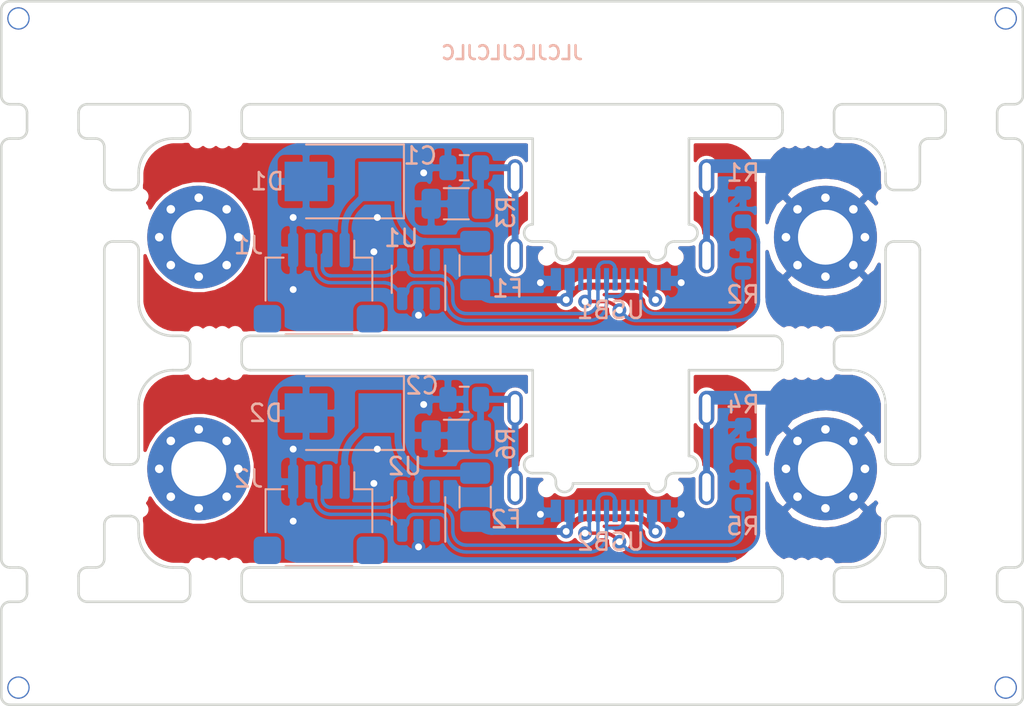
<source format=kicad_pcb>
(kicad_pcb (version 20171130) (host pcbnew "(5.1.4)-1")
  (layers (0 F.Cu signal) (31 B.Cu signal) (34 B.Paste user) (35 F.Paste user) (36 B.SilkS user) (37 F.SilkS user) (38 B.Mask user) (39 F.Mask user) (44 Edge.Cuts user))
  (net 0 "")
  (net 1 GND)
  (net 2 SHIELD)
  (net 3 VBUS)
  (net 4 +5V)
  (net 5 "Net-(R1-Pad2)")
  (net 6 "Net-(R2-Pad2)")
  (net 7 D+)
  (net 8 D-)
  (net 9 "Net-(R4-Pad2)")
  (net 10 "Net-(R5-Pad2)")
  (module crokto:JST_SH_SM04B-SRSS-TB_1x04-1MP_P1.00mm_Horizontal (layer B.Cu) (at -17 22.225 180)
    (fp_text reference J2 (at 4.1 2.4) (layer B.SilkS) (effects (justify mirror)))
    (fp_text value JST_SH_SM04B-SRSS-TB_1x04)
    (pad MP smd roundrect (at 3 -1.775 180) (size 1.6 1.6) (layers B.Cu B.Paste B.Mask) (roundrect_rratio 0.2))
    (pad MP smd roundrect (at -3 -1.775 180) (size 1.6 1.6) (layers B.Cu B.Paste B.Mask) (roundrect_rratio 0.2))
    (pad 4 smd roundrect (at 1.5 2.225 180) (size 0.6 2) (layers B.Cu B.Paste B.Mask) (net 1 GND))
    (pad 3 smd roundrect (at 0.5 2.225 180) (size 0.6 2) (layers B.Cu B.Paste B.Mask) (net 7 D+))
    (pad 2 smd roundrect (at -0.5 2.225 180) (size 0.6 2) (layers B.Cu B.Paste B.Mask) (net 8 D-))
    (pad 1 smd roundrect (at -1.5 2.225 180) (size 0.6 2) (layers B.Cu B.Paste B.Mask) (net 4 +5V))
  )
  (module crokto:JST_SH_SM04B-SRSS-TB_1x04-1MP_P1.00mm_Horizontal (layer B.Cu) (at -17 8.725 180)
    (fp_text reference J1 (at 4.1 2.5 180) (layer B.SilkS) (effects (justify mirror)))
    (fp_text value JST_SH_SM04B-SRSS-TB_1x04)
    (pad MP smd roundrect (at 3 -1.775 180) (size 1.6 1.6) (layers B.Cu B.Paste B.Mask) (roundrect_rratio 0.2))
    (pad MP smd roundrect (at -3 -1.775 180) (size 1.6 1.6) (layers B.Cu B.Paste B.Mask) (roundrect_rratio 0.2))
    (pad 4 smd roundrect (at 1.5 2.225 180) (size 0.6 2) (layers B.Cu B.Paste B.Mask) (net 1 GND))
    (pad 3 smd roundrect (at 0.5 2.225 180) (size 0.6 2) (layers B.Cu B.Paste B.Mask) (net 7 D+))
    (pad 2 smd roundrect (at -0.5 2.225 180) (size 0.6 2) (layers B.Cu B.Paste B.Mask) (net 8 D-))
    (pad 1 smd roundrect (at -1.5 2.225 180) (size 0.6 2) (layers B.Cu B.Paste B.Mask) (net 4 +5V))
  )
  (module Resistor_SMD:R_0603_1608Metric (layer B.Cu) (at 7.7 20.5 270)
    (fp_text reference R5 (at 2.1 0) (layer B.SilkS) (effects (justify mirror)))
    (fp_text value 5.1K)
    (pad 2 smd roundrect (at 0.825 0 270) (size 0.8 0.95) (layers B.Cu B.Paste B.Mask) (net 10 "Net-(R5-Pad2)"))
    (pad 1 smd roundrect (at -0.825 0 270) (size 0.8 0.95) (layers B.Cu B.Paste B.Mask) (net 1 GND))
  )
  (module Resistor_SMD:R_0603_1608Metric (layer B.Cu) (at 7.7 17.5 270)
    (fp_text reference R4 (at -2 0) (layer B.SilkS) (effects (justify mirror)))
    (fp_text value 5.1K)
    (pad 2 smd roundrect (at 0.825 0 270) (size 0.8 0.95) (layers B.Cu B.Paste B.Mask) (net 9 "Net-(R4-Pad2)"))
    (pad 1 smd roundrect (at -0.825 0 270) (size 0.8 0.95) (layers B.Cu B.Paste B.Mask) (net 1 GND))
  )
  (module Resistor_SMD:R_0603_1608Metric (layer B.Cu) (at 7.7 4 270)
    (fp_text reference R1 (at -2 0) (layer B.SilkS) (effects (justify mirror)))
    (fp_text value 5.1K)
    (pad 2 smd roundrect (at 0.825 0 270) (size 0.8 0.95) (layers B.Cu B.Paste B.Mask) (net 5 "Net-(R1-Pad2)"))
    (pad 1 smd roundrect (at -0.825 0 270) (size 0.8 0.95) (layers B.Cu B.Paste B.Mask) (net 1 GND))
  )
  (module Resistor_SMD:R_0603_1608Metric (layer B.Cu) (at 7.7 7 270)
    (fp_text reference R2 (at 2.1 0 180) (layer B.SilkS) (effects (justify mirror)))
    (fp_text value 5.1K)
    (pad 2 smd roundrect (at 0.825 0 270) (size 0.8 0.95) (layers B.Cu B.Paste B.Mask) (net 6 "Net-(R2-Pad2)"))
    (pad 1 smd roundrect (at -0.825 0 270) (size 0.8 0.95) (layers B.Cu B.Paste B.Mask) (net 1 GND))
  )
  (module Package_TO_SOT_SMD:SOT-23-6 (layer B.Cu) (at -11.2 21.7 90)
    (fp_text reference U2 (at 2.6 -0.8 180) (layer B.SilkS) (effects (justify mirror)))
    (fp_text value SRV05-4)
    (pad 6 smd roundrect (at 1.1375 0.95 90) (size 1.325 0.6) (layers B.Cu B.Paste B.Mask))
    (pad 5 smd roundrect (at 1.1375 0 90) (size 1.325 0.6) (layers B.Cu B.Paste B.Mask) (net 4 +5V))
    (pad 4 smd roundrect (at 1.1375 -0.95 90) (size 1.325 0.6) (layers B.Cu B.Paste B.Mask) (net 8 D-))
    (pad 3 smd roundrect (at -1.1375 -0.95 90) (size 1.325 0.6) (layers B.Cu B.Paste B.Mask) (net 7 D+))
    (pad 2 smd roundrect (at -1.1375 0 90) (size 1.325 0.6) (layers B.Cu B.Paste B.Mask) (net 1 GND))
    (pad 1 smd roundrect (at -1.1375 0.95 90) (size 1.325 0.6) (layers B.Cu B.Paste B.Mask))
  )
  (module Package_TO_SOT_SMD:SOT-23-6 (layer B.Cu) (at -11.2 8.2 90)
    (fp_text reference U1 (at 2.4 -1 180) (layer B.SilkS) (effects (justify mirror)))
    (fp_text value SRV05-4)
    (pad 6 smd roundrect (at 1.1375 0.95 90) (size 1.325 0.6) (layers B.Cu B.Paste B.Mask))
    (pad 5 smd roundrect (at 1.1375 0 90) (size 1.325 0.6) (layers B.Cu B.Paste B.Mask) (net 4 +5V))
    (pad 4 smd roundrect (at 1.1375 -0.95 90) (size 1.325 0.6) (layers B.Cu B.Paste B.Mask) (net 8 D-))
    (pad 3 smd roundrect (at -1.1375 -0.95 90) (size 1.325 0.6) (layers B.Cu B.Paste B.Mask) (net 7 D+))
    (pad 2 smd roundrect (at -1.1375 0 90) (size 1.325 0.6) (layers B.Cu B.Paste B.Mask) (net 1 GND))
    (pad 1 smd roundrect (at -1.1375 0.95 90) (size 1.325 0.6) (layers B.Cu B.Paste B.Mask))
  )
  (module crokto:JLCPCBA (layer F.Cu) (at 23 32)
    (fp_text reference H37 hide)
    (fp_text value pcba)
    (pad "" np_thru_hole circle (at 0 0) (size 1.3 1.3) (drill 1.152) (layers *.Cu *.Mask))
  )
  (module crokto:JLCPCBA (layer F.Cu) (at -34.5 32)
    (fp_text reference H36 hide)
    (fp_text value pcba)
    (pad "" np_thru_hole circle (at 0 0) (size 1.3 1.3) (drill 1.152) (layers *.Cu *.Mask))
  )
  (module crokto:JLCPCBA (layer F.Cu) (at 23 -7)
    (fp_text reference H35 hide)
    (fp_text value pcba)
    (pad "" np_thru_hole circle (at 0 0) (size 1.3 1.3) (drill 1.152) (layers *.Cu *.Mask))
  )
  (module crokto:JLCPCBA (layer F.Cu) (at -34.5 -7)
    (fp_text reference H34 hide)
    (fp_text value pcba)
    (pad "" np_thru_hole circle (at 0 0) (size 1.3 1.3) (drill 1.152) (layers *.Cu *.Mask))
  )
  (module crokto:jlc (layer B.Cu) (at -5.75 -5)
    (fp_text reference H33 hide)
    (fp_text value jlc hide)
    (fp_text user JLCJLCJLCJLC (at 0 0) (layer B.SilkS) (effects (font (size 0.8 0.8)) (justify mirror)))
  )
  (module crokto:mousebites-6mm (layer F.Cu) (at 21 27.125)
    (fp_text reference H32 hide)
    (fp_text value mousebites)
    (pad "" np_thru_hole circle (at 0.375 0 90) (size 0.5 0.5) (drill 0.5) (layers *.Cu *.Mask))
    (pad "" np_thru_hole circle (at 1.125 0 90) (size 0.5 0.5) (drill 0.5) (layers *.Cu *.Mask))
    (pad "" np_thru_hole circle (at -0.375 0 90) (size 0.5 0.5) (drill 0.5) (layers *.Cu *.Mask))
    (pad "" np_thru_hole circle (at -1.125 0 90) (size 0.5 0.5) (drill 0.5) (layers *.Cu *.Mask))
  )
  (module crokto:mousebites-6mm (layer F.Cu) (at 21 24.875)
    (fp_text reference H31 hide)
    (fp_text value mousebites)
    (pad "" np_thru_hole circle (at 0.375 0 90) (size 0.5 0.5) (drill 0.5) (layers *.Cu *.Mask))
    (pad "" np_thru_hole circle (at 1.125 0 90) (size 0.5 0.5) (drill 0.5) (layers *.Cu *.Mask))
    (pad "" np_thru_hole circle (at -0.375 0 90) (size 0.5 0.5) (drill 0.5) (layers *.Cu *.Mask))
    (pad "" np_thru_hole circle (at -1.125 0 90) (size 0.5 0.5) (drill 0.5) (layers *.Cu *.Mask))
  )
  (module crokto:mousebites-6mm (layer F.Cu) (at -32.5 27.125)
    (fp_text reference H30 hide)
    (fp_text value mousebites)
    (pad "" np_thru_hole circle (at 0.375 0 90) (size 0.5 0.5) (drill 0.5) (layers *.Cu *.Mask))
    (pad "" np_thru_hole circle (at 1.125 0 90) (size 0.5 0.5) (drill 0.5) (layers *.Cu *.Mask))
    (pad "" np_thru_hole circle (at -0.375 0 90) (size 0.5 0.5) (drill 0.5) (layers *.Cu *.Mask))
    (pad "" np_thru_hole circle (at -1.125 0 90) (size 0.5 0.5) (drill 0.5) (layers *.Cu *.Mask))
  )
  (module crokto:mousebites-6mm (layer F.Cu) (at -32.5 24.875)
    (fp_text reference H29 hide)
    (fp_text value mousebites)
    (pad "" np_thru_hole circle (at 0.375 0 90) (size 0.5 0.5) (drill 0.5) (layers *.Cu *.Mask))
    (pad "" np_thru_hole circle (at 1.125 0 90) (size 0.5 0.5) (drill 0.5) (layers *.Cu *.Mask))
    (pad "" np_thru_hole circle (at -0.375 0 90) (size 0.5 0.5) (drill 0.5) (layers *.Cu *.Mask))
    (pad "" np_thru_hole circle (at -1.125 0 90) (size 0.5 0.5) (drill 0.5) (layers *.Cu *.Mask))
  )
  (module crokto:mousebites-6mm (layer F.Cu) (at 11.5 27.125)
    (fp_text reference H28 hide)
    (fp_text value mousebites)
    (pad "" np_thru_hole circle (at 0.375 0 90) (size 0.5 0.5) (drill 0.5) (layers *.Cu *.Mask))
    (pad "" np_thru_hole circle (at 1.125 0 90) (size 0.5 0.5) (drill 0.5) (layers *.Cu *.Mask))
    (pad "" np_thru_hole circle (at -0.375 0 90) (size 0.5 0.5) (drill 0.5) (layers *.Cu *.Mask))
    (pad "" np_thru_hole circle (at -1.125 0 90) (size 0.5 0.5) (drill 0.5) (layers *.Cu *.Mask))
  )
  (module crokto:mousebites-6mm (layer F.Cu) (at 11.5 24.875)
    (fp_text reference H27 hide)
    (fp_text value mousebites)
    (pad "" np_thru_hole circle (at 0.375 0 90) (size 0.5 0.5) (drill 0.5) (layers *.Cu *.Mask))
    (pad "" np_thru_hole circle (at 1.125 0 90) (size 0.5 0.5) (drill 0.5) (layers *.Cu *.Mask))
    (pad "" np_thru_hole circle (at -0.375 0 90) (size 0.5 0.5) (drill 0.5) (layers *.Cu *.Mask))
    (pad "" np_thru_hole circle (at -1.125 0 90) (size 0.5 0.5) (drill 0.5) (layers *.Cu *.Mask))
  )
  (module crokto:mousebites-6mm (layer F.Cu) (at -23 27.125)
    (fp_text reference H26 hide)
    (fp_text value mousebites)
    (pad "" np_thru_hole circle (at 0.375 0 90) (size 0.5 0.5) (drill 0.5) (layers *.Cu *.Mask))
    (pad "" np_thru_hole circle (at 1.125 0 90) (size 0.5 0.5) (drill 0.5) (layers *.Cu *.Mask))
    (pad "" np_thru_hole circle (at -0.375 0 90) (size 0.5 0.5) (drill 0.5) (layers *.Cu *.Mask))
    (pad "" np_thru_hole circle (at -1.125 0 90) (size 0.5 0.5) (drill 0.5) (layers *.Cu *.Mask))
  )
  (module crokto:mousebites-6mm (layer F.Cu) (at -23 24.875)
    (fp_text reference H25 hide)
    (fp_text value mousebites)
    (pad "" np_thru_hole circle (at 0.375 0 90) (size 0.5 0.5) (drill 0.5) (layers *.Cu *.Mask))
    (pad "" np_thru_hole circle (at 1.125 0 90) (size 0.5 0.5) (drill 0.5) (layers *.Cu *.Mask))
    (pad "" np_thru_hole circle (at -0.375 0 90) (size 0.5 0.5) (drill 0.5) (layers *.Cu *.Mask))
    (pad "" np_thru_hole circle (at -1.125 0 90) (size 0.5 0.5) (drill 0.5) (layers *.Cu *.Mask))
  )
  (module crokto:mousebites-6mm (layer F.Cu) (at -32.5 0.125)
    (fp_text reference H24 hide)
    (fp_text value mousebites)
    (pad "" np_thru_hole circle (at 0.375 0 90) (size 0.5 0.5) (drill 0.5) (layers *.Cu *.Mask))
    (pad "" np_thru_hole circle (at 1.125 0 90) (size 0.5 0.5) (drill 0.5) (layers *.Cu *.Mask))
    (pad "" np_thru_hole circle (at -0.375 0 90) (size 0.5 0.5) (drill 0.5) (layers *.Cu *.Mask))
    (pad "" np_thru_hole circle (at -1.125 0 90) (size 0.5 0.5) (drill 0.5) (layers *.Cu *.Mask))
  )
  (module crokto:mousebites-6mm (layer F.Cu) (at -32.5 -2.125)
    (fp_text reference H23 hide)
    (fp_text value mousebites)
    (pad "" np_thru_hole circle (at 0.375 0 90) (size 0.5 0.5) (drill 0.5) (layers *.Cu *.Mask))
    (pad "" np_thru_hole circle (at 1.125 0 90) (size 0.5 0.5) (drill 0.5) (layers *.Cu *.Mask))
    (pad "" np_thru_hole circle (at -0.375 0 90) (size 0.5 0.5) (drill 0.5) (layers *.Cu *.Mask))
    (pad "" np_thru_hole circle (at -1.125 0 90) (size 0.5 0.5) (drill 0.5) (layers *.Cu *.Mask))
  )
  (module crokto:mousebites-6mm (layer F.Cu) (at -23 0.125)
    (fp_text reference H22 hide)
    (fp_text value mousebites)
    (pad "" np_thru_hole circle (at 0.375 0 90) (size 0.5 0.5) (drill 0.5) (layers *.Cu *.Mask))
    (pad "" np_thru_hole circle (at 1.125 0 90) (size 0.5 0.5) (drill 0.5) (layers *.Cu *.Mask))
    (pad "" np_thru_hole circle (at -0.375 0 90) (size 0.5 0.5) (drill 0.5) (layers *.Cu *.Mask))
    (pad "" np_thru_hole circle (at -1.125 0 90) (size 0.5 0.5) (drill 0.5) (layers *.Cu *.Mask))
  )
  (module crokto:mousebites-6mm (layer F.Cu) (at -23 -2.125)
    (fp_text reference H21 hide)
    (fp_text value mousebites)
    (pad "" np_thru_hole circle (at 0.375 0 90) (size 0.5 0.5) (drill 0.5) (layers *.Cu *.Mask))
    (pad "" np_thru_hole circle (at 1.125 0 90) (size 0.5 0.5) (drill 0.5) (layers *.Cu *.Mask))
    (pad "" np_thru_hole circle (at -0.375 0 90) (size 0.5 0.5) (drill 0.5) (layers *.Cu *.Mask))
    (pad "" np_thru_hole circle (at -1.125 0 90) (size 0.5 0.5) (drill 0.5) (layers *.Cu *.Mask))
  )
  (module crokto:mousebites-6mm (layer F.Cu) (at 21 0.125)
    (fp_text reference H20 hide)
    (fp_text value mousebites)
    (pad "" np_thru_hole circle (at 0.375 0 90) (size 0.5 0.5) (drill 0.5) (layers *.Cu *.Mask))
    (pad "" np_thru_hole circle (at 1.125 0 90) (size 0.5 0.5) (drill 0.5) (layers *.Cu *.Mask))
    (pad "" np_thru_hole circle (at -0.375 0 90) (size 0.5 0.5) (drill 0.5) (layers *.Cu *.Mask))
    (pad "" np_thru_hole circle (at -1.125 0 90) (size 0.5 0.5) (drill 0.5) (layers *.Cu *.Mask))
  )
  (module crokto:mousebites-6mm (layer F.Cu) (at 21 -2.125)
    (fp_text reference H19 hide)
    (fp_text value mousebites)
    (pad "" np_thru_hole circle (at 0.375 0 90) (size 0.5 0.5) (drill 0.5) (layers *.Cu *.Mask))
    (pad "" np_thru_hole circle (at 1.125 0 90) (size 0.5 0.5) (drill 0.5) (layers *.Cu *.Mask))
    (pad "" np_thru_hole circle (at -0.375 0 90) (size 0.5 0.5) (drill 0.5) (layers *.Cu *.Mask))
    (pad "" np_thru_hole circle (at -1.125 0 90) (size 0.5 0.5) (drill 0.5) (layers *.Cu *.Mask))
  )
  (module crokto:mousebites-6mm (layer F.Cu) (at 11.5 0.125)
    (fp_text reference H18 hide)
    (fp_text value mousebites)
    (pad "" np_thru_hole circle (at 0.375 0 90) (size 0.5 0.5) (drill 0.5) (layers *.Cu *.Mask))
    (pad "" np_thru_hole circle (at 1.125 0 90) (size 0.5 0.5) (drill 0.5) (layers *.Cu *.Mask))
    (pad "" np_thru_hole circle (at -0.375 0 90) (size 0.5 0.5) (drill 0.5) (layers *.Cu *.Mask))
    (pad "" np_thru_hole circle (at -1.125 0 90) (size 0.5 0.5) (drill 0.5) (layers *.Cu *.Mask))
  )
  (module crokto:mousebites-6mm (layer F.Cu) (at 11.5 -2.125)
    (fp_text reference H17 hide)
    (fp_text value mousebites)
    (pad "" np_thru_hole circle (at 0.375 0 90) (size 0.5 0.5) (drill 0.5) (layers *.Cu *.Mask))
    (pad "" np_thru_hole circle (at 1.125 0 90) (size 0.5 0.5) (drill 0.5) (layers *.Cu *.Mask))
    (pad "" np_thru_hole circle (at -0.375 0 90) (size 0.5 0.5) (drill 0.5) (layers *.Cu *.Mask))
    (pad "" np_thru_hole circle (at -1.125 0 90) (size 0.5 0.5) (drill 0.5) (layers *.Cu *.Mask))
  )
  (module crokto:mousebites-6mm (layer F.Cu) (at 18.125 20.5 90)
    (fp_text reference H16 hide)
    (fp_text value mousebites)
    (pad "" np_thru_hole circle (at 0.375 0 180) (size 0.5 0.5) (drill 0.5) (layers *.Cu *.Mask))
    (pad "" np_thru_hole circle (at 1.125 0 180) (size 0.5 0.5) (drill 0.5) (layers *.Cu *.Mask))
    (pad "" np_thru_hole circle (at -0.375 0 180) (size 0.5 0.5) (drill 0.5) (layers *.Cu *.Mask))
    (pad "" np_thru_hole circle (at -1.125 0 180) (size 0.5 0.5) (drill 0.5) (layers *.Cu *.Mask))
  )
  (module crokto:mousebites-6mm (layer F.Cu) (at 15.875 20.5 90)
    (fp_text reference H15 hide)
    (fp_text value mousebites)
    (pad "" np_thru_hole circle (at 0.375 0 180) (size 0.5 0.5) (drill 0.5) (layers *.Cu *.Mask))
    (pad "" np_thru_hole circle (at 1.125 0 180) (size 0.5 0.5) (drill 0.5) (layers *.Cu *.Mask))
    (pad "" np_thru_hole circle (at -0.375 0 180) (size 0.5 0.5) (drill 0.5) (layers *.Cu *.Mask))
    (pad "" np_thru_hole circle (at -1.125 0 180) (size 0.5 0.5) (drill 0.5) (layers *.Cu *.Mask))
  )
  (module crokto:mousebites-6mm (layer F.Cu) (at 18.125 4.5 90)
    (fp_text reference H14 hide)
    (fp_text value mousebites)
    (pad "" np_thru_hole circle (at 0.375 0 180) (size 0.5 0.5) (drill 0.5) (layers *.Cu *.Mask))
    (pad "" np_thru_hole circle (at 1.125 0 180) (size 0.5 0.5) (drill 0.5) (layers *.Cu *.Mask))
    (pad "" np_thru_hole circle (at -0.375 0 180) (size 0.5 0.5) (drill 0.5) (layers *.Cu *.Mask))
    (pad "" np_thru_hole circle (at -1.125 0 180) (size 0.5 0.5) (drill 0.5) (layers *.Cu *.Mask))
  )
  (module crokto:mousebites-6mm (layer F.Cu) (at 15.875 4.5 90)
    (fp_text reference H13 hide)
    (fp_text value mousebites)
    (pad "" np_thru_hole circle (at 0.375 0 180) (size 0.5 0.5) (drill 0.5) (layers *.Cu *.Mask))
    (pad "" np_thru_hole circle (at 1.125 0 180) (size 0.5 0.5) (drill 0.5) (layers *.Cu *.Mask))
    (pad "" np_thru_hole circle (at -0.375 0 180) (size 0.5 0.5) (drill 0.5) (layers *.Cu *.Mask))
    (pad "" np_thru_hole circle (at -1.125 0 180) (size 0.5 0.5) (drill 0.5) (layers *.Cu *.Mask))
  )
  (module crokto:mousebites-6mm (layer F.Cu) (at -27.375 20.5 90)
    (fp_text reference H12 hide)
    (fp_text value mousebites)
    (pad "" np_thru_hole circle (at 0.375 0 180) (size 0.5 0.5) (drill 0.5) (layers *.Cu *.Mask))
    (pad "" np_thru_hole circle (at 1.125 0 180) (size 0.5 0.5) (drill 0.5) (layers *.Cu *.Mask))
    (pad "" np_thru_hole circle (at -0.375 0 180) (size 0.5 0.5) (drill 0.5) (layers *.Cu *.Mask))
    (pad "" np_thru_hole circle (at -1.125 0 180) (size 0.5 0.5) (drill 0.5) (layers *.Cu *.Mask))
  )
  (module crokto:mousebites-6mm (layer F.Cu) (at -29.625 20.5 90)
    (fp_text reference H11 hide)
    (fp_text value mousebites)
    (pad "" np_thru_hole circle (at 0.375 0 180) (size 0.5 0.5) (drill 0.5) (layers *.Cu *.Mask))
    (pad "" np_thru_hole circle (at 1.125 0 180) (size 0.5 0.5) (drill 0.5) (layers *.Cu *.Mask))
    (pad "" np_thru_hole circle (at -0.375 0 180) (size 0.5 0.5) (drill 0.5) (layers *.Cu *.Mask))
    (pad "" np_thru_hole circle (at -1.125 0 180) (size 0.5 0.5) (drill 0.5) (layers *.Cu *.Mask))
  )
  (module crokto:mousebites-6mm (layer F.Cu) (at -27.375 4.5 90)
    (fp_text reference H10 hide)
    (fp_text value mousebites)
    (pad "" np_thru_hole circle (at 0.375 0 180) (size 0.5 0.5) (drill 0.5) (layers *.Cu *.Mask))
    (pad "" np_thru_hole circle (at 1.125 0 180) (size 0.5 0.5) (drill 0.5) (layers *.Cu *.Mask))
    (pad "" np_thru_hole circle (at -0.375 0 180) (size 0.5 0.5) (drill 0.5) (layers *.Cu *.Mask))
    (pad "" np_thru_hole circle (at -1.125 0 180) (size 0.5 0.5) (drill 0.5) (layers *.Cu *.Mask))
  )
  (module crokto:mousebites-6mm (layer F.Cu) (at -29.625 4.5 90)
    (fp_text reference H9 hide)
    (fp_text value mousebites)
    (pad "" np_thru_hole circle (at 0.375 0 180) (size 0.5 0.5) (drill 0.5) (layers *.Cu *.Mask))
    (pad "" np_thru_hole circle (at 1.125 0 180) (size 0.5 0.5) (drill 0.5) (layers *.Cu *.Mask))
    (pad "" np_thru_hole circle (at -0.375 0 180) (size 0.5 0.5) (drill 0.5) (layers *.Cu *.Mask))
    (pad "" np_thru_hole circle (at -1.125 0 180) (size 0.5 0.5) (drill 0.5) (layers *.Cu *.Mask))
  )
  (module crokto:mousebites-6mm (layer F.Cu) (at -23 13.625)
    (fp_text reference H8 hide)
    (fp_text value mousebites)
    (pad "" np_thru_hole circle (at 0.375 0 90) (size 0.5 0.5) (drill 0.5) (layers *.Cu *.Mask))
    (pad "" np_thru_hole circle (at 1.125 0 90) (size 0.5 0.5) (drill 0.5) (layers *.Cu *.Mask))
    (pad "" np_thru_hole circle (at -0.375 0 90) (size 0.5 0.5) (drill 0.5) (layers *.Cu *.Mask))
    (pad "" np_thru_hole circle (at -1.125 0 90) (size 0.5 0.5) (drill 0.5) (layers *.Cu *.Mask))
  )
  (module crokto:mousebites-6mm (layer F.Cu) (at 11.5 13.625)
    (fp_text reference H7 hide)
    (fp_text value mousebites)
    (pad "" np_thru_hole circle (at 0.375 0 90) (size 0.5 0.5) (drill 0.5) (layers *.Cu *.Mask))
    (pad "" np_thru_hole circle (at 1.125 0 90) (size 0.5 0.5) (drill 0.5) (layers *.Cu *.Mask))
    (pad "" np_thru_hole circle (at -0.375 0 90) (size 0.5 0.5) (drill 0.5) (layers *.Cu *.Mask))
    (pad "" np_thru_hole circle (at -1.125 0 90) (size 0.5 0.5) (drill 0.5) (layers *.Cu *.Mask))
  )
  (module crokto:mousebites-6mm (layer F.Cu) (at 11.5 11.375)
    (fp_text reference H6 hide)
    (fp_text value mousebites)
    (pad "" np_thru_hole circle (at 0.375 0 90) (size 0.5 0.5) (drill 0.5) (layers *.Cu *.Mask))
    (pad "" np_thru_hole circle (at 1.125 0 90) (size 0.5 0.5) (drill 0.5) (layers *.Cu *.Mask))
    (pad "" np_thru_hole circle (at -0.375 0 90) (size 0.5 0.5) (drill 0.5) (layers *.Cu *.Mask))
    (pad "" np_thru_hole circle (at -1.125 0 90) (size 0.5 0.5) (drill 0.5) (layers *.Cu *.Mask))
  )
  (module crokto:mousebites-6mm (layer F.Cu) (at -23 11.375 180)
    (fp_text reference H5 hide)
    (fp_text value mousebites)
    (pad "" np_thru_hole circle (at 0.375 0 270) (size 0.5 0.5) (drill 0.5) (layers *.Cu *.Mask))
    (pad "" np_thru_hole circle (at 1.125 0 270) (size 0.5 0.5) (drill 0.5) (layers *.Cu *.Mask))
    (pad "" np_thru_hole circle (at -0.375 0 270) (size 0.5 0.5) (drill 0.5) (layers *.Cu *.Mask))
    (pad "" np_thru_hole circle (at -1.125 0 270) (size 0.5 0.5) (drill 0.5) (layers *.Cu *.Mask))
  )
  (module Type-C:HRO-TYPE-C-31-M-14 (layer B.Cu) (at 0 13.5 180)
    (fp_text reference USB2 (at 0 -10 180) (layer B.SilkS) (effects (justify mirror)))
    (fp_text value HRO-TYPE-C-31-M-14)
    (fp_arc (start 3.7 -6.5) (end 3.7 -6) (angle 90) (layer Edge.Cuts) (width 0.15))
    (fp_arc (start -3.7 -6.5) (end -3.2 -6.5) (angle 90) (layer Edge.Cuts) (width 0.15))
    (fp_arc (start -4.55 -5.5) (end -4.55 -5) (angle 180) (layer Edge.Cuts) (width 0.15))
    (fp_line (start -3.7 -6) (end -4.55 -6) (layer Edge.Cuts) (width 0.15))
    (fp_line (start -3.2 -6.6) (end -3.2 -6.5) (layer Edge.Cuts) (width 0.15))
    (fp_arc (start -2.7 -6.6) (end -3.2 -6.6) (angle 180) (layer Edge.Cuts) (width 0.15))
    (fp_arc (start 2.7 -6.6) (end 2.2 -6.6) (angle 180) (layer Edge.Cuts) (width 0.15))
    (fp_line (start 2.2 -6.6) (end -2.2 -6.6) (layer Edge.Cuts) (width 0.15))
    (fp_arc (start 4.55 -5.5) (end 4.55 -6) (angle 180) (layer Edge.Cuts) (width 0.15))
    (fp_line (start 3.2 -6.5) (end 3.2 -6.6) (layer Edge.Cuts) (width 0.15))
    (fp_line (start 3.7 -6) (end 4.55 -6) (layer Edge.Cuts) (width 0.15))
    (fp_line (start -4.55 -5) (end -4.55 0) (layer Edge.Cuts) (width 0.15))
    (fp_line (start 4.55 -5) (end 4.55 0) (layer Edge.Cuts) (width 0.15))
    (pad "" np_thru_hole circle (at -3.75 -6.91) (size 0.6 0.6) (drill 0.6) (layers *.Cu *.Mask))
    (pad "" np_thru_hole circle (at 3.75 -6.91) (size 0.6 0.6) (drill 0.6) (layers *.Cu *.Mask))
    (pad 13 thru_hole oval (at -5.575 -2.23) (size 0.9 2.05) (drill oval 0.5 1.65) (layers *.Cu *.Mask) (net 2 SHIELD))
    (pad 13 thru_hole oval (at 5.575 -2.23) (size 0.9 2.05) (drill oval 0.5 1.65) (layers *.Cu *.Mask) (net 2 SHIELD))
    (pad 13 thru_hole oval (at -5.575 -6.83) (size 0.9 2.05) (drill oval 0.5 1.65) (layers *.Cu *.Mask) (net 2 SHIELD))
    (pad 13 thru_hole oval (at 5.575 -6.83) (size 0.9 2.05) (drill oval 0.5 1.65) (layers *.Cu *.Mask) (net 2 SHIELD))
    (pad 6 smd rect (at 0.25 -8.2) (size 0.3 1.3) (layers B.Cu B.Paste B.Mask) (net 7 D+))
    (pad 7 smd rect (at -0.25 -8.2) (size 0.3 1.3) (layers B.Cu B.Paste B.Mask) (net 8 D-))
    (pad 8 smd rect (at -0.75 -8.2) (size 0.3 1.3) (layers B.Cu B.Paste B.Mask) (net 7 D+))
    (pad 5 smd rect (at 0.75 -8.2) (size 0.3 1.3) (layers B.Cu B.Paste B.Mask) (net 8 D-))
    (pad 9 smd rect (at -1.25 -8.2) (size 0.3 1.3) (layers B.Cu B.Paste B.Mask))
    (pad 4 smd rect (at 1.25 -8.2) (size 0.3 1.3) (layers B.Cu B.Paste B.Mask) (net 9 "Net-(R4-Pad2)"))
    (pad 10 smd rect (at -1.75 -8.2) (size 0.3 1.3) (layers B.Cu B.Paste B.Mask) (net 10 "Net-(R5-Pad2)"))
    (pad 3 smd rect (at 1.75 -8.2) (size 0.3 1.3) (layers B.Cu B.Paste B.Mask))
    (pad 2 smd rect (at 2.4 -8.2) (size 0.6 1.3) (layers B.Cu B.Paste B.Mask) (net 3 VBUS))
    (pad 11 smd rect (at -2.4 -8.2) (size 0.6 1.3) (layers B.Cu B.Paste B.Mask) (net 3 VBUS))
    (pad 1 smd rect (at 3.2 -8.2) (size 0.6 1.3) (layers B.Cu B.Paste B.Mask) (net 1 GND))
    (pad 12 smd rect (at -3.2 -8.2) (size 0.6 1.3) (layers B.Cu B.Paste B.Mask) (net 1 GND))
  )
  (module Resistor_SMD:R_1206_3216Metric (layer B.Cu) (at -9 17.3 180)
    (fp_text reference R6 (at -2.9 -0.5 90) (layer B.SilkS) (effects (justify mirror)))
    (fp_text value 1M)
    (pad 2 smd roundrect (at 1.4625 0 180) (size 1.125 1.75) (layers B.Cu B.Paste B.Mask) (roundrect_rratio 0.222222) (net 1 GND))
    (pad 1 smd roundrect (at -1.4625 0 180) (size 1.125 1.75) (layers B.Cu B.Paste B.Mask) (roundrect_rratio 0.222222) (net 2 SHIELD))
  )
  (module crokto:M3_Via_Hole (layer B.Cu) (at 12.5 19.25 180)
    (fp_text reference H4 hide)
    (fp_text value MountingHole_Pad)
    (pad 1 thru_hole circle (at 1.626346 1.626346 180) (size 0.8 0.8) (drill 0.5) (layers *.Cu B.Mask) (net 2 SHIELD))
    (pad 1 thru_hole circle (at 0 2.3 180) (size 0.8 0.8) (drill 0.5) (layers *.Cu B.Mask) (net 2 SHIELD))
    (pad 1 thru_hole circle (at -1.626346 1.626346 180) (size 0.8 0.8) (drill 0.5) (layers *.Cu B.Mask) (net 2 SHIELD))
    (pad 1 thru_hole circle (at -2.3 0 180) (size 0.8 0.8) (drill 0.5) (layers *.Cu B.Mask) (net 2 SHIELD))
    (pad 1 thru_hole circle (at -1.626346 -1.626346 180) (size 0.8 0.8) (drill 0.5) (layers *.Cu B.Mask) (net 2 SHIELD))
    (pad 1 thru_hole circle (at 0 -2.3 180) (size 0.8 0.8) (drill 0.5) (layers *.Cu B.Mask) (net 2 SHIELD))
    (pad 1 thru_hole circle (at 1.626346 -1.626346 180) (size 0.8 0.8) (drill 0.5) (layers *.Cu B.Mask) (net 2 SHIELD))
    (pad 1 thru_hole circle (at 2.3 0 180) (size 0.8 0.8) (drill 0.5) (layers *.Cu B.Mask) (net 2 SHIELD))
    (pad 1 thru_hole circle (at 0 0 180) (size 6 6) (drill 3.2) (layers *.Cu *.Mask) (net 2 SHIELD))
  )
  (module crokto:M3_Via_Hole_NC (layer F.Cu) (at -24 19.25 180)
    (fp_text reference H3 hide)
    (fp_text value MountingHole)
    (pad 1 thru_hole circle (at 1.626346 -1.626346 180) (size 0.8 0.8) (drill 0.5) (layers *.Cu F.Mask))
    (pad 1 thru_hole circle (at 0 -2.3 180) (size 0.8 0.8) (drill 0.5) (layers *.Cu F.Mask))
    (pad 1 thru_hole circle (at -1.626346 -1.626346 180) (size 0.8 0.8) (drill 0.5) (layers *.Cu F.Mask))
    (pad 1 thru_hole circle (at -2.3 0 180) (size 0.8 0.8) (drill 0.5) (layers *.Cu F.Mask))
    (pad 1 thru_hole circle (at -1.626346 1.626346 180) (size 0.8 0.8) (drill 0.5) (layers *.Cu F.Mask))
    (pad 1 thru_hole circle (at 0 2.3 180) (size 0.8 0.8) (drill 0.5) (layers *.Cu F.Mask))
    (pad 1 thru_hole circle (at 1.626346 1.626346 180) (size 0.8 0.8) (drill 0.5) (layers *.Cu F.Mask))
    (pad 1 thru_hole circle (at 2.3 0 180) (size 0.8 0.8) (drill 0.5) (layers *.Cu F.Mask))
    (pad 1 thru_hole circle (at 0 0 180) (size 6 6) (drill 3.2) (layers *.Cu F.Mask))
  )
  (module Fuse:Fuse_1206_3216Metric (layer B.Cu) (at -7.9 20.9 270)
    (fp_text reference F2 (at 1.3 -1.8 180) (layer B.SilkS) (effects (justify mirror)))
    (fp_text value 500mA)
    (pad 2 smd roundrect (at 1.4 0 270) (size 1.25 1.75) (layers B.Cu B.Paste B.Mask) (roundrect_rratio 0.2) (net 3 VBUS))
    (pad 1 smd roundrect (at -1.4 0 270) (size 1.25 1.75) (layers B.Cu B.Paste B.Mask) (roundrect_rratio 0.2) (net 4 +5V))
  )
  (module Diode_SMD:D_SMB (layer B.Cu) (at -15.6 16 180)
    (fp_text reference D2 (at 4.5 0) (layer B.SilkS) (effects (justify mirror)))
    (fp_text value D_TVS)
    (pad 2 smd rect (at 2.15 0 180) (size 2.5 2.3) (layers B.Cu B.Paste B.Mask) (net 1 GND))
    (pad 1 smd rect (at -2.15 0 180) (size 2.5 2.3) (layers B.Cu B.Paste B.Mask) (net 4 +5V))
  )
  (module Capacitor_SMD:C_0805_2012Metric (layer B.Cu) (at -8.5375 15.2 180)
    (fp_text reference C2 (at 2.4625 0.8) (layer B.SilkS) (effects (justify mirror)))
    (fp_text value 470n)
    (pad 2 smd roundrect (at 0.95 0 180) (size 1 1.45) (layers B.Cu B.Paste B.Mask) (net 1 GND))
    (pad 1 smd roundrect (at -0.95 0 180) (size 1 1.45) (layers B.Cu B.Paste B.Mask) (net 2 SHIELD))
  )
  (module Capacitor_SMD:C_0805_2012Metric (layer B.Cu) (at -8.5375 1.7 180)
    (fp_text reference C1 (at 2.5625 0.7) (layer B.SilkS) (effects (justify mirror)))
    (fp_text value 470n)
    (pad 2 smd roundrect (at 0.95 0 180) (size 1 1.45) (layers B.Cu B.Paste B.Mask) (net 1 GND))
    (pad 1 smd roundrect (at -0.95 0 180) (size 1 1.45) (layers B.Cu B.Paste B.Mask) (net 2 SHIELD))
  )
  (module Diode_SMD:D_SMB (layer B.Cu) (at -15.6 2.5 180)
    (fp_text reference D1 (at 4.4 0) (layer B.SilkS) (effects (justify mirror)))
    (fp_text value D_TVS)
    (pad 2 smd rect (at 2.15 0 180) (size 2.5 2.3) (layers B.Cu B.Paste B.Mask) (net 1 GND))
    (pad 1 smd rect (at -2.15 0 180) (size 2.5 2.3) (layers B.Cu B.Paste B.Mask) (net 4 +5V))
  )
  (module Type-C:HRO-TYPE-C-31-M-14 (layer B.Cu) (at 0 0 180)
    (fp_text reference USB1 (at 0 -10 180) (layer B.SilkS) (effects (justify mirror)))
    (fp_text value HRO-TYPE-C-31-M-14)
    (fp_arc (start 3.7 -6.5) (end 3.7 -6) (angle 90) (layer Edge.Cuts) (width 0.15))
    (fp_arc (start -3.7 -6.5) (end -3.2 -6.5) (angle 90) (layer Edge.Cuts) (width 0.15))
    (fp_arc (start -4.55 -5.5) (end -4.55 -5) (angle 180) (layer Edge.Cuts) (width 0.15))
    (fp_line (start -3.7 -6) (end -4.55 -6) (layer Edge.Cuts) (width 0.15))
    (fp_line (start -3.2 -6.6) (end -3.2 -6.5) (layer Edge.Cuts) (width 0.15))
    (fp_arc (start -2.7 -6.6) (end -3.2 -6.6) (angle 180) (layer Edge.Cuts) (width 0.15))
    (fp_arc (start 2.7 -6.6) (end 2.2 -6.6) (angle 180) (layer Edge.Cuts) (width 0.15))
    (fp_line (start 2.2 -6.6) (end -2.2 -6.6) (layer Edge.Cuts) (width 0.15))
    (fp_arc (start 4.55 -5.5) (end 4.55 -6) (angle 180) (layer Edge.Cuts) (width 0.15))
    (fp_line (start 3.2 -6.5) (end 3.2 -6.6) (layer Edge.Cuts) (width 0.15))
    (fp_line (start 3.7 -6) (end 4.55 -6) (layer Edge.Cuts) (width 0.15))
    (fp_line (start -4.55 -5) (end -4.55 0) (layer Edge.Cuts) (width 0.15))
    (fp_line (start 4.55 -5) (end 4.55 0) (layer Edge.Cuts) (width 0.15))
    (pad "" np_thru_hole circle (at -3.75 -6.91) (size 0.6 0.6) (drill 0.6) (layers *.Cu *.Mask))
    (pad "" np_thru_hole circle (at 3.75 -6.91) (size 0.6 0.6) (drill 0.6) (layers *.Cu *.Mask))
    (pad 13 thru_hole oval (at -5.575 -2.23) (size 0.9 2.05) (drill oval 0.5 1.65) (layers *.Cu *.Mask) (net 2 SHIELD))
    (pad 13 thru_hole oval (at 5.575 -2.23) (size 0.9 2.05) (drill oval 0.5 1.65) (layers *.Cu *.Mask) (net 2 SHIELD))
    (pad 13 thru_hole oval (at -5.575 -6.83) (size 0.9 2.05) (drill oval 0.5 1.65) (layers *.Cu *.Mask) (net 2 SHIELD))
    (pad 13 thru_hole oval (at 5.575 -6.83) (size 0.9 2.05) (drill oval 0.5 1.65) (layers *.Cu *.Mask) (net 2 SHIELD))
    (pad 6 smd rect (at 0.25 -8.2) (size 0.3 1.3) (layers B.Cu B.Paste B.Mask) (net 7 D+))
    (pad 7 smd rect (at -0.25 -8.2) (size 0.3 1.3) (layers B.Cu B.Paste B.Mask) (net 8 D-))
    (pad 8 smd rect (at -0.75 -8.2) (size 0.3 1.3) (layers B.Cu B.Paste B.Mask) (net 7 D+))
    (pad 5 smd rect (at 0.75 -8.2) (size 0.3 1.3) (layers B.Cu B.Paste B.Mask) (net 8 D-))
    (pad 9 smd rect (at -1.25 -8.2) (size 0.3 1.3) (layers B.Cu B.Paste B.Mask))
    (pad 4 smd rect (at 1.25 -8.2) (size 0.3 1.3) (layers B.Cu B.Paste B.Mask) (net 5 "Net-(R1-Pad2)"))
    (pad 10 smd rect (at -1.75 -8.2) (size 0.3 1.3) (layers B.Cu B.Paste B.Mask) (net 6 "Net-(R2-Pad2)"))
    (pad 3 smd rect (at 1.75 -8.2) (size 0.3 1.3) (layers B.Cu B.Paste B.Mask))
    (pad 2 smd rect (at 2.4 -8.2) (size 0.6 1.3) (layers B.Cu B.Paste B.Mask) (net 3 VBUS))
    (pad 11 smd rect (at -2.4 -8.2) (size 0.6 1.3) (layers B.Cu B.Paste B.Mask) (net 3 VBUS))
    (pad 1 smd rect (at 3.2 -8.2) (size 0.6 1.3) (layers B.Cu B.Paste B.Mask) (net 1 GND))
    (pad 12 smd rect (at -3.2 -8.2) (size 0.6 1.3) (layers B.Cu B.Paste B.Mask) (net 1 GND))
  )
  (module Resistor_SMD:R_1206_3216Metric (layer B.Cu) (at -9 3.8 180)
    (fp_text reference R3 (at -2.9 -0.5 270) (layer B.SilkS) (effects (justify mirror)))
    (fp_text value 1M)
    (pad 2 smd roundrect (at 1.4625 0 180) (size 1.125 1.75) (layers B.Cu B.Paste B.Mask) (roundrect_rratio 0.222222) (net 1 GND))
    (pad 1 smd roundrect (at -1.4625 0 180) (size 1.125 1.75) (layers B.Cu B.Paste B.Mask) (roundrect_rratio 0.222222) (net 2 SHIELD))
  )
  (module crokto:M3_Via_Hole (layer B.Cu) (at 12.5 5.75 180)
    (fp_text reference H2 hide)
    (fp_text value MountingHole_Pad)
    (pad 1 thru_hole circle (at 1.626346 1.626346 180) (size 0.8 0.8) (drill 0.5) (layers *.Cu B.Mask) (net 2 SHIELD))
    (pad 1 thru_hole circle (at 0 2.3 180) (size 0.8 0.8) (drill 0.5) (layers *.Cu B.Mask) (net 2 SHIELD))
    (pad 1 thru_hole circle (at -1.626346 1.626346 180) (size 0.8 0.8) (drill 0.5) (layers *.Cu B.Mask) (net 2 SHIELD))
    (pad 1 thru_hole circle (at -2.3 0 180) (size 0.8 0.8) (drill 0.5) (layers *.Cu B.Mask) (net 2 SHIELD))
    (pad 1 thru_hole circle (at -1.626346 -1.626346 180) (size 0.8 0.8) (drill 0.5) (layers *.Cu B.Mask) (net 2 SHIELD))
    (pad 1 thru_hole circle (at 0 -2.3 180) (size 0.8 0.8) (drill 0.5) (layers *.Cu B.Mask) (net 2 SHIELD))
    (pad 1 thru_hole circle (at 1.626346 -1.626346 180) (size 0.8 0.8) (drill 0.5) (layers *.Cu B.Mask) (net 2 SHIELD))
    (pad 1 thru_hole circle (at 2.3 0 180) (size 0.8 0.8) (drill 0.5) (layers *.Cu B.Mask) (net 2 SHIELD))
    (pad 1 thru_hole circle (at 0 0 180) (size 6 6) (drill 3.2) (layers *.Cu *.Mask) (net 2 SHIELD))
  )
  (module crokto:M3_Via_Hole_NC (layer F.Cu) (at -24 5.75 180)
    (fp_text reference H1 hide)
    (fp_text value MountingHole)
    (pad 1 thru_hole circle (at 1.626346 -1.626346 180) (size 0.8 0.8) (drill 0.5) (layers *.Cu F.Mask))
    (pad 1 thru_hole circle (at 0 -2.3 180) (size 0.8 0.8) (drill 0.5) (layers *.Cu F.Mask))
    (pad 1 thru_hole circle (at -1.626346 -1.626346 180) (size 0.8 0.8) (drill 0.5) (layers *.Cu F.Mask))
    (pad 1 thru_hole circle (at -2.3 0 180) (size 0.8 0.8) (drill 0.5) (layers *.Cu F.Mask))
    (pad 1 thru_hole circle (at -1.626346 1.626346 180) (size 0.8 0.8) (drill 0.5) (layers *.Cu F.Mask))
    (pad 1 thru_hole circle (at 0 2.3 180) (size 0.8 0.8) (drill 0.5) (layers *.Cu F.Mask))
    (pad 1 thru_hole circle (at 1.626346 1.626346 180) (size 0.8 0.8) (drill 0.5) (layers *.Cu F.Mask))
    (pad 1 thru_hole circle (at 2.3 0 180) (size 0.8 0.8) (drill 0.5) (layers *.Cu F.Mask))
    (pad 1 thru_hole circle (at 0 0 180) (size 6 6) (drill 3.2) (layers *.Cu F.Mask))
  )
  (module Fuse:Fuse_1206_3216Metric (layer B.Cu) (at -7.9 7.4 270)
    (fp_text reference F1 (at 1.35 -1.9) (layer B.SilkS) (effects (justify mirror)))
    (fp_text value 500mA)
    (pad 2 smd roundrect (at 1.4 0 270) (size 1.25 1.75) (layers B.Cu B.Paste B.Mask) (roundrect_rratio 0.2) (net 3 VBUS))
    (pad 1 smd roundrect (at -1.4 0 270) (size 1.25 1.75) (layers B.Cu B.Paste B.Mask) (roundrect_rratio 0.2) (net 4 +5V))
  )
  (gr_line (start -35 33) (end 23.5 33) (layer Edge.Cuts) (width 0.15))
  (gr_line (start 23.5 -8) (end -35 -8) (layer Edge.Cuts) (width 0.15))
  (gr_arc (start 23.5 27.5) (end 24 27.5) (angle -90) (layer Edge.Cuts) (width 0.15))
  (gr_line (start 13.5 -2) (end 19 -2) (layer Edge.Cuts) (width 0.15))
  (gr_arc (start 23.5 -7.5) (end 24 -7.5) (angle -90) (layer Edge.Cuts) (width 0.15))
  (gr_line (start 24 -2.5) (end 24 -7.5) (layer Edge.Cuts) (width 0.15))
  (gr_arc (start 23.5 -2.5) (end 23.5 -2) (angle -90) (layer Edge.Cuts) (width 0.15))
  (gr_line (start 19 27) (end 13.5 27) (layer Edge.Cuts) (width 0.15))
  (gr_arc (start 23.5 32.5) (end 23.5 33) (angle -90) (layer Edge.Cuts) (width 0.15))
  (gr_line (start 24 27.5) (end 24 32.5) (layer Edge.Cuts) (width 0.15))
  (gr_line (start 23 27) (end 23.5 27) (layer Edge.Cuts) (width 0.15))
  (gr_line (start 18 2.5) (end 18 0.5) (layer Edge.Cuts) (width 0.15))
  (gr_line (start 23 0) (end 23.5 0) (layer Edge.Cuts) (width 0.15))
  (gr_line (start 23 25) (end 23.5 25) (layer Edge.Cuts) (width 0.15))
  (gr_line (start 18 6.5) (end 18 18.5) (layer Edge.Cuts) (width 0.15))
  (gr_line (start 18 22.5) (end 18 24.5) (layer Edge.Cuts) (width 0.15))
  (gr_line (start 23 -2) (end 23.5 -2) (layer Edge.Cuts) (width 0.15))
  (gr_arc (start 19 -1.5) (end 19.5 -1.5) (angle -90) (layer Edge.Cuts) (width 0.15))
  (gr_line (start 19.5 -0.5) (end 19.5 -1.5) (layer Edge.Cuts) (width 0.15))
  (gr_line (start 22.5 25.5) (end 22.5 26.5) (layer Edge.Cuts) (width 0.15))
  (gr_arc (start 23.5 0.5) (end 24 0.5) (angle -90) (layer Edge.Cuts) (width 0.15))
  (gr_line (start 24 24.5) (end 24 0.5) (layer Edge.Cuts) (width 0.15))
  (gr_line (start 22.5 -1.5) (end 22.5 -0.5) (layer Edge.Cuts) (width 0.15))
  (gr_arc (start 23 -0.5) (end 22.5 -0.5) (angle -90) (layer Edge.Cuts) (width 0.15))
  (gr_arc (start 23 26.5) (end 22.5 26.5) (angle -90) (layer Edge.Cuts) (width 0.15))
  (gr_arc (start 23 -1.5) (end 23 -2) (angle -90) (layer Edge.Cuts) (width 0.15))
  (gr_arc (start 23 25.5) (end 23 25) (angle -90) (layer Edge.Cuts) (width 0.15))
  (gr_arc (start 19 -0.5) (end 19 0) (angle -90) (layer Edge.Cuts) (width 0.15))
  (gr_arc (start 19 25.5) (end 19.5 25.5) (angle -90) (layer Edge.Cuts) (width 0.15))
  (gr_arc (start 19 26.5) (end 19 27) (angle -90) (layer Edge.Cuts) (width 0.15))
  (gr_arc (start 18.5 0.5) (end 18.5 0) (angle -90) (layer Edge.Cuts) (width 0.15))
  (gr_line (start 19.5 26.5) (end 19.5 25.5) (layer Edge.Cuts) (width 0.15))
  (gr_line (start 18.5 0) (end 19 0) (layer Edge.Cuts) (width 0.15))
  (gr_arc (start 18.5 24.5) (end 18 24.5) (angle -90) (layer Edge.Cuts) (width 0.15))
  (gr_line (start 18.5 25) (end 19 25) (layer Edge.Cuts) (width 0.15))
  (gr_arc (start 23.5 24.5) (end 23.5 25) (angle -90) (layer Edge.Cuts) (width 0.15))
  (gr_line (start -21 -2) (end 9.5 -2) (layer Edge.Cuts) (width 0.15))
  (gr_line (start -21 27) (end 9.5 27) (layer Edge.Cuts) (width 0.15))
  (gr_arc (start 13.5 -0.5) (end 13 -0.5) (angle -90) (layer Edge.Cuts) (width 0.15))
  (gr_arc (start 9.5 -1.5) (end 10 -1.5) (angle -90) (layer Edge.Cuts) (width 0.15))
  (gr_arc (start 9.5 -0.5) (end 9.5 0) (angle -90) (layer Edge.Cuts) (width 0.15))
  (gr_line (start 13 -1.5) (end 13 -0.5) (layer Edge.Cuts) (width 0.15))
  (gr_arc (start 13.5 -1.5) (end 13.5 -2) (angle -90) (layer Edge.Cuts) (width 0.15))
  (gr_line (start 10 -0.5) (end 10 -1.5) (layer Edge.Cuts) (width 0.15))
  (gr_arc (start 13.5 26.5) (end 13 26.5) (angle -90) (layer Edge.Cuts) (width 0.15))
  (gr_arc (start 9.5 25.5) (end 10 25.5) (angle -90) (layer Edge.Cuts) (width 0.15))
  (gr_arc (start 9.5 26.5) (end 9.5 27) (angle -90) (layer Edge.Cuts) (width 0.15))
  (gr_line (start 13 25.5) (end 13 26.5) (layer Edge.Cuts) (width 0.15))
  (gr_arc (start 13.5 25.5) (end 13.5 25) (angle -90) (layer Edge.Cuts) (width 0.15))
  (gr_line (start 10 26.5) (end 10 25.5) (layer Edge.Cuts) (width 0.15))
  (gr_line (start 14 25) (end 13.5 25) (layer Edge.Cuts) (width 0.15))
  (gr_line (start 14 0) (end 13.5 0) (layer Edge.Cuts) (width 0.15))
  (gr_line (start -25 27) (end -30.5 27) (layer Edge.Cuts) (width 0.15))
  (gr_line (start -25 25) (end -25.5 25) (layer Edge.Cuts) (width 0.15))
  (gr_arc (start -25 26.5) (end -25 27) (angle -90) (layer Edge.Cuts) (width 0.15))
  (gr_arc (start -25 25.5) (end -24.5 25.5) (angle -90) (layer Edge.Cuts) (width 0.15))
  (gr_arc (start -21 25.5) (end -21 25) (angle -90) (layer Edge.Cuts) (width 0.15))
  (gr_arc (start -21 26.5) (end -21.5 26.5) (angle -90) (layer Edge.Cuts) (width 0.15))
  (gr_line (start -21.5 25.5) (end -21.5 26.5) (layer Edge.Cuts) (width 0.15))
  (gr_line (start -24.5 25.5) (end -24.5 26.5) (layer Edge.Cuts) (width 0.15))
  (gr_line (start -21 0) (end -4.55 0) (layer Edge.Cuts) (width 0.15))
  (gr_arc (start -21 -0.5) (end -21.5 -0.5) (angle -90) (layer Edge.Cuts) (width 0.15))
  (gr_line (start -21.5 -1.5) (end -21.5 -0.5) (layer Edge.Cuts) (width 0.15))
  (gr_arc (start -25 -0.5) (end -25 0) (angle -90) (layer Edge.Cuts) (width 0.15))
  (gr_line (start -24.5 -1.5) (end -24.5 -0.5) (layer Edge.Cuts) (width 0.15))
  (gr_arc (start -25 -1.5) (end -24.5 -1.5) (angle -90) (layer Edge.Cuts) (width 0.15))
  (gr_arc (start -21 -1.5) (end -21 -2) (angle -90) (layer Edge.Cuts) (width 0.15))
  (gr_line (start -30.5 -2) (end -25 -2) (layer Edge.Cuts) (width 0.15))
  (gr_arc (start -35 32.5) (end -35.5 32.5) (angle -90) (layer Edge.Cuts) (width 0.15))
  (gr_line (start -35.5 27.5) (end -35.5 32.5) (layer Edge.Cuts) (width 0.15))
  (gr_arc (start -35 -7.5) (end -35 -8) (angle -90) (layer Edge.Cuts) (width 0.15))
  (gr_line (start -35.5 -2.5) (end -35.5 -7.5) (layer Edge.Cuts) (width 0.15))
  (gr_arc (start -35 -2.5) (end -35.5 -2.5) (angle -90) (layer Edge.Cuts) (width 0.15))
  (gr_line (start -34.5 -2) (end -35 -2) (layer Edge.Cuts) (width 0.15))
  (gr_arc (start -35 27.5) (end -35 27) (angle -90) (layer Edge.Cuts) (width 0.15))
  (gr_line (start -34.5 27) (end -35 27) (layer Edge.Cuts) (width 0.15))
  (gr_line (start -34 26.5) (end -34 25.5) (layer Edge.Cuts) (width 0.15))
  (gr_arc (start -34.5 25.5) (end -34 25.5) (angle -90) (layer Edge.Cuts) (width 0.15))
  (gr_arc (start -34.5 26.5) (end -34.5 27) (angle -90) (layer Edge.Cuts) (width 0.15))
  (gr_arc (start -30.5 26.5) (end -31 26.5) (angle -90) (layer Edge.Cuts) (width 0.15))
  (gr_arc (start -30.5 25.5) (end -30.5 25) (angle -90) (layer Edge.Cuts) (width 0.15))
  (gr_line (start -31 25.5) (end -31 26.5) (layer Edge.Cuts) (width 0.15))
  (gr_arc (start -34.5 -0.5) (end -34.5 0) (angle -90) (layer Edge.Cuts) (width 0.15))
  (gr_arc (start -34.5 -1.5) (end -34 -1.5) (angle -90) (layer Edge.Cuts) (width 0.15))
  (gr_arc (start -30.5 -0.5) (end -31 -0.5) (angle -90) (layer Edge.Cuts) (width 0.15))
  (gr_line (start -34 -0.5) (end -34 -1.5) (layer Edge.Cuts) (width 0.15))
  (gr_arc (start -30.5 -1.5) (end -30.5 -2) (angle -90) (layer Edge.Cuts) (width 0.15))
  (gr_line (start -31 -1.5) (end -31 -0.5) (layer Edge.Cuts) (width 0.15))
  (gr_line (start -30 25) (end -30.5 25) (layer Edge.Cuts) (width 0.15))
  (gr_line (start -30 0) (end -30.5 0) (layer Edge.Cuts) (width 0.15))
  (gr_arc (start -30 24.5) (end -30 25) (angle -90) (layer Edge.Cuts) (width 0.15))
  (gr_arc (start -35 24.5) (end -35.5 24.5) (angle -90) (layer Edge.Cuts) (width 0.15))
  (gr_arc (start -35 0.5) (end -35 0) (angle -90) (layer Edge.Cuts) (width 0.15))
  (gr_arc (start -30 0.5) (end -29.5 0.5) (angle -90) (layer Edge.Cuts) (width 0.15))
  (gr_line (start -29.5 18.5) (end -29.5 6.5) (layer Edge.Cuts) (width 0.15))
  (gr_line (start -29.5 22.5) (end -29.5 24.5) (layer Edge.Cuts) (width 0.15))
  (gr_line (start -34.5 25) (end -35 25) (layer Edge.Cuts) (width 0.15))
  (gr_line (start -35.5 0.5) (end -35.5 24.5) (layer Edge.Cuts) (width 0.15))
  (gr_line (start -34.5 0) (end -35 0) (layer Edge.Cuts) (width 0.15))
  (gr_line (start -29.5 2.5) (end -29.5 0.5) (layer Edge.Cuts) (width 0.15))
  (gr_arc (start -29 2.5) (end -29.5 2.5) (angle -90) (layer Edge.Cuts) (width 0.15))
  (gr_arc (start -28 2.5) (end -28 3) (angle -90) (layer Edge.Cuts) (width 0.15))
  (gr_line (start -29 3) (end -28 3) (layer Edge.Cuts) (width 0.15))
  (gr_arc (start -29 6.5) (end -29 6) (angle -90) (layer Edge.Cuts) (width 0.15))
  (gr_arc (start -28 6.5) (end -27.5 6.5) (angle -90) (layer Edge.Cuts) (width 0.15))
  (gr_line (start -28 6) (end -29 6) (layer Edge.Cuts) (width 0.15))
  (gr_arc (start -29 18.5) (end -29.5 18.5) (angle -90) (layer Edge.Cuts) (width 0.15))
  (gr_line (start -29 19) (end -28 19) (layer Edge.Cuts) (width 0.15))
  (gr_line (start -28 22) (end -29 22) (layer Edge.Cuts) (width 0.15))
  (gr_arc (start -29 22.5) (end -29 22) (angle -90) (layer Edge.Cuts) (width 0.15))
  (gr_arc (start -28 18.5) (end -28 19) (angle -90) (layer Edge.Cuts) (width 0.15))
  (gr_arc (start -28 22.5) (end -27.5 22.5) (angle -90) (layer Edge.Cuts) (width 0.15))
  (gr_line (start 17.5 22) (end 16.5 22) (layer Edge.Cuts) (width 0.15))
  (gr_line (start 16.5 19) (end 17.5 19) (layer Edge.Cuts) (width 0.15))
  (gr_arc (start 17.5 18.5) (end 17.5 19) (angle -90) (layer Edge.Cuts) (width 0.15))
  (gr_arc (start 16.5 22.5) (end 16.5 22) (angle -90) (layer Edge.Cuts) (width 0.15))
  (gr_arc (start 17.5 22.5) (end 18 22.5) (angle -90) (layer Edge.Cuts) (width 0.15))
  (gr_arc (start 16.5 18.5) (end 16 18.5) (angle -90) (layer Edge.Cuts) (width 0.15))
  (gr_arc (start 17.5 2.5) (end 17.5 3) (angle -90) (layer Edge.Cuts) (width 0.15))
  (gr_arc (start 16.5 6.5) (end 16.5 6) (angle -90) (layer Edge.Cuts) (width 0.15))
  (gr_arc (start 17.5 6.5) (end 18 6.5) (angle -90) (layer Edge.Cuts) (width 0.15))
  (gr_line (start 16.5 3) (end 17.5 3) (layer Edge.Cuts) (width 0.15))
  (gr_arc (start 16.5 2.5) (end 16 2.5) (angle -90) (layer Edge.Cuts) (width 0.15))
  (gr_line (start 17.5 6) (end 16.5 6) (layer Edge.Cuts) (width 0.15))
  (gr_line (start 16 2) (end 16 2.5) (layer Edge.Cuts) (width 0.15))
  (gr_line (start 16 23) (end 16 22.5) (layer Edge.Cuts) (width 0.15))
  (gr_line (start -27.5 23) (end -27.5 22.5) (layer Edge.Cuts) (width 0.15))
  (gr_line (start -27.5 2) (end -27.5 2.5) (layer Edge.Cuts) (width 0.15))
  (gr_line (start 10 13) (end 10 12) (layer Edge.Cuts) (width 0.15))
  (gr_line (start 13 12) (end 13 13) (layer Edge.Cuts) (width 0.15))
  (gr_line (start 14 11.5) (end 13.5 11.5) (layer Edge.Cuts) (width 0.15))
  (gr_arc (start 13.5 12) (end 13.5 11.5) (angle -90) (layer Edge.Cuts) (width 0.15))
  (gr_arc (start 13.5 13) (end 13 13) (angle -90) (layer Edge.Cuts) (width 0.15))
  (gr_arc (start 9.5 13) (end 9.5 13.5) (angle -90) (layer Edge.Cuts) (width 0.15))
  (gr_arc (start 9.5 12) (end 10 12) (angle -90) (layer Edge.Cuts) (width 0.15))
  (gr_line (start 14 13.5) (end 13.5 13.5) (layer Edge.Cuts) (width 0.15))
  (gr_line (start -24.5 12) (end -24.5 13) (layer Edge.Cuts) (width 0.15))
  (gr_line (start -21.5 12) (end -21.5 13) (layer Edge.Cuts) (width 0.15))
  (gr_arc (start -21 13) (end -21.5 13) (angle -90) (layer Edge.Cuts) (width 0.15))
  (gr_arc (start -25 13) (end -25 13.5) (angle -90) (layer Edge.Cuts) (width 0.15))
  (gr_arc (start -25 12) (end -24.5 12) (angle -90) (layer Edge.Cuts) (width 0.15))
  (gr_arc (start -21 12) (end -21 11.5) (angle -90) (layer Edge.Cuts) (width 0.15))
  (gr_line (start -25.5 13.5) (end -25 13.5) (layer Edge.Cuts) (width 0.15))
  (gr_line (start -25.5 11.5) (end -25 11.5) (layer Edge.Cuts) (width 0.15))
  (gr_arc (start -25.5 15.5) (end -25.5 13.5) (angle -90) (layer Edge.Cuts) (width 0.15))
  (gr_line (start 9.5 13.5) (end 4.55 13.5) (layer Edge.Cuts) (width 0.15))
  (gr_arc (start 14 23) (end 14 25) (angle -90) (layer Edge.Cuts) (width 0.15))
  (gr_line (start -21 25) (end 9.5 25) (layer Edge.Cuts) (width 0.15))
  (gr_arc (start 14 15.5) (end 16 15.5) (angle -90) (layer Edge.Cuts) (width 0.12))
  (gr_arc (start -25.5 23) (end -27.5 23) (angle -90) (layer Edge.Cuts) (width 0.15))
  (gr_line (start -27.5 15.5) (end -27.5 18.5) (layer Edge.Cuts) (width 0.15))
  (gr_line (start -4.55 13.5) (end -21 13.5) (layer Edge.Cuts) (width 0.15))
  (gr_line (start 16 18.5) (end 16 15.5) (layer Edge.Cuts) (width 0.15))
  (gr_arc (start 14 9.5) (end 14 11.5) (angle -90) (layer Edge.Cuts) (width 0.15))
  (gr_arc (start 14 2) (end 16 2) (angle -90) (layer Edge.Cuts) (width 0.12))
  (gr_arc (start -25.5 9.5) (end -27.5 9.5) (angle -90) (layer Edge.Cuts) (width 0.15))
  (gr_arc (start -25.5 2) (end -25.5 0) (angle -90) (layer Edge.Cuts) (width 0.15))
  (gr_line (start 9.5 0) (end 4.55 0) (layer Edge.Cuts) (width 0.15))
  (gr_line (start 16 9.5) (end 16 6.5) (layer Edge.Cuts) (width 0.15))
  (gr_line (start -21 11.5) (end 9.5 11.5) (layer Edge.Cuts) (width 0.15))
  (gr_line (start -27.5 6.5) (end -27.5 9.5) (layer Edge.Cuts) (width 0.15))
  (gr_line (start -25 0) (end -25.5 0) (layer Edge.Cuts) (width 0.15))
  (segment (start 3.2 8.2) (end 3.2 8.3) (width 0.4) (layer B.Cu) (net 1))
  (via (at -4.1 8.4) (size 0.8) (drill 0.4) (layers F.Cu B.Cu) (net 1))
  (segment (start -4.1 8.4) (end -3.2 8.4) (width 0.4) (layer B.Cu) (net 1))
  (segment (start 3.2 8.4) (end 4.1 8.4) (width 0.4) (layer B.Cu) (net 1))
  (via (at 4.1 8.4) (size 0.8) (drill 0.4) (layers F.Cu B.Cu) (net 1))
  (via (at -11.2 10.3) (size 0.8) (drill 0.4) (layers F.Cu B.Cu) (net 1))
  (segment (start -11.2 9.3) (end -11.2 10.3) (width 0.4) (layer B.Cu) (net 1))
  (segment (start 4.517157 8.817157) (end 4.1 8.4) (width 0.4) (layer B.Cu) (net 1))
  (segment (start 4.517157 8.817157) (end 4.551485 8.84984) (width 0.4) (layer B.Cu) (net 1))
  (segment (start 4.551485 8.84984) (end 4.587375 8.880799) (width 0.4) (layer B.Cu) (net 1))
  (segment (start 4.587375 8.880799) (end 4.624741 8.90996) (width 0.4) (layer B.Cu) (net 1))
  (segment (start 4.624741 8.90996) (end 4.663493 8.937252) (width 0.4) (layer B.Cu) (net 1))
  (segment (start 4.663493 8.937252) (end 4.703538 8.96261) (width 0.4) (layer B.Cu) (net 1))
  (segment (start 4.703538 8.96261) (end 4.744778 8.985972) (width 0.4) (layer B.Cu) (net 1))
  (segment (start 4.744778 8.985972) (end 4.787116 9.007283) (width 0.4) (layer B.Cu) (net 1))
  (segment (start 4.787116 9.007283) (end 4.830448 9.026491) (width 0.4) (layer B.Cu) (net 1))
  (segment (start 4.830448 9.026491) (end 4.87467 9.043549) (width 0.4) (layer B.Cu) (net 1))
  (segment (start 4.87467 9.043549) (end 4.919676 9.058417) (width 0.4) (layer B.Cu) (net 1))
  (segment (start 4.919676 9.058417) (end 4.965357 9.071059) (width 0.4) (layer B.Cu) (net 1))
  (segment (start 4.965357 9.071059) (end 5.011604 9.081444) (width 0.4) (layer B.Cu) (net 1))
  (segment (start 5.011604 9.081444) (end 5.058304 9.089547) (width 0.4) (layer B.Cu) (net 1))
  (segment (start 5.058304 9.089547) (end 5.105346 9.095349) (width 0.4) (layer B.Cu) (net 1))
  (segment (start 5.105346 9.095349) (end 5.152616 9.098836) (width 0.4) (layer B.Cu) (net 1))
  (segment (start 5.152616 9.098836) (end 5.2 9.1) (width 0.4) (layer B.Cu) (net 1))
  (segment (start 3.782842 8.082842) (end 4.1 8.4) (width 0.4) (layer F.Cu) (net 1))
  (segment (start 3.782842 8.082842) (end 3.748514 8.050159) (width 0.4) (layer F.Cu) (net 1))
  (segment (start 3.748514 8.050159) (end 3.712623 8.019199) (width 0.4) (layer F.Cu) (net 1))
  (segment (start 3.712623 8.019199) (end 3.675257 7.990039) (width 0.4) (layer F.Cu) (net 1))
  (segment (start 3.675257 7.990039) (end 3.636505 7.962746) (width 0.4) (layer F.Cu) (net 1))
  (segment (start 3.636505 7.962746) (end 3.596461 7.937388) (width 0.4) (layer F.Cu) (net 1))
  (segment (start 3.596461 7.937388) (end 3.55522 7.914026) (width 0.4) (layer F.Cu) (net 1))
  (segment (start 3.55522 7.914026) (end 3.512883 7.892715) (width 0.4) (layer F.Cu) (net 1))
  (segment (start 3.512883 7.892715) (end 3.469551 7.873507) (width 0.4) (layer F.Cu) (net 1))
  (segment (start 3.469551 7.873507) (end 3.425329 7.856449) (width 0.4) (layer F.Cu) (net 1))
  (segment (start 3.425329 7.856449) (end 3.380323 7.841581) (width 0.4) (layer F.Cu) (net 1))
  (segment (start 3.380323 7.841581) (end 3.334642 7.828939) (width 0.4) (layer F.Cu) (net 1))
  (segment (start 3.334642 7.828939) (end 3.288395 7.818554) (width 0.4) (layer F.Cu) (net 1))
  (segment (start 3.288395 7.818554) (end 3.241695 7.810451) (width 0.4) (layer F.Cu) (net 1))
  (segment (start 3.241695 7.810451) (end 3.194653 7.804649) (width 0.4) (layer F.Cu) (net 1))
  (segment (start 3.194653 7.804649) (end 3.147383 7.801162) (width 0.4) (layer F.Cu) (net 1))
  (segment (start 3.147383 7.801162) (end 3.1 7.8) (width 0.4) (layer F.Cu) (net 1))
  (segment (start -3.782842 8.082842) (end -4.1 8.4) (width 0.4) (layer F.Cu) (net 1))
  (segment (start -3.782842 8.082842) (end -3.748514 8.050159) (width 0.4) (layer F.Cu) (net 1))
  (segment (start -3.748514 8.050159) (end -3.712623 8.019199) (width 0.4) (layer F.Cu) (net 1))
  (segment (start -3.712623 8.019199) (end -3.675257 7.990039) (width 0.4) (layer F.Cu) (net 1))
  (segment (start -3.675257 7.990039) (end -3.636505 7.962746) (width 0.4) (layer F.Cu) (net 1))
  (segment (start -3.636505 7.962746) (end -3.596461 7.937388) (width 0.4) (layer F.Cu) (net 1))
  (segment (start -3.596461 7.937388) (end -3.55522 7.914026) (width 0.4) (layer F.Cu) (net 1))
  (segment (start -3.55522 7.914026) (end -3.512883 7.892715) (width 0.4) (layer F.Cu) (net 1))
  (segment (start -3.512883 7.892715) (end -3.469551 7.873507) (width 0.4) (layer F.Cu) (net 1))
  (segment (start -3.469551 7.873507) (end -3.425329 7.856449) (width 0.4) (layer F.Cu) (net 1))
  (segment (start -3.425329 7.856449) (end -3.380323 7.841581) (width 0.4) (layer F.Cu) (net 1))
  (segment (start -3.380323 7.841581) (end -3.334642 7.828939) (width 0.4) (layer F.Cu) (net 1))
  (segment (start -3.334642 7.828939) (end -3.288395 7.818554) (width 0.4) (layer F.Cu) (net 1))
  (segment (start -3.288395 7.818554) (end -3.241695 7.810451) (width 0.4) (layer F.Cu) (net 1))
  (segment (start -3.241695 7.810451) (end -3.194653 7.804649) (width 0.4) (layer F.Cu) (net 1))
  (segment (start -3.194653 7.804649) (end -3.147383 7.801162) (width 0.4) (layer F.Cu) (net 1))
  (segment (start -3.147383 7.801162) (end -3.1 7.8) (width 0.4) (layer F.Cu) (net 1))
  (segment (start -3.1 7.8) (end 3.1 7.8) (width 0.4) (layer F.Cu) (net 1))
  (segment (start -5.434314 9.734314) (end -4.1 8.4) (width 0.4) (layer F.Cu) (net 1))
  (segment (start -5.434314 9.734314) (end -5.50297 9.79968) (width 0.4) (layer F.Cu) (net 1))
  (segment (start -5.50297 9.79968) (end -5.57475 9.861598) (width 0.4) (layer F.Cu) (net 1))
  (segment (start -5.57475 9.861598) (end -5.649483 9.91992) (width 0.4) (layer F.Cu) (net 1))
  (segment (start -5.649483 9.91992) (end -5.726987 9.974504) (width 0.4) (layer F.Cu) (net 1))
  (segment (start -5.726987 9.974504) (end -5.807076 10.02522) (width 0.4) (layer F.Cu) (net 1))
  (segment (start -5.807076 10.02522) (end -5.889557 10.071945) (width 0.4) (layer F.Cu) (net 1))
  (segment (start -5.889557 10.071945) (end -5.974232 10.114567) (width 0.4) (layer F.Cu) (net 1))
  (segment (start -5.974232 10.114567) (end -6.060896 10.152982) (width 0.4) (layer F.Cu) (net 1))
  (segment (start -6.060896 10.152982) (end -6.14934 10.187099) (width 0.4) (layer F.Cu) (net 1))
  (segment (start -6.14934 10.187099) (end -6.239352 10.216835) (width 0.4) (layer F.Cu) (net 1))
  (segment (start -6.239352 10.216835) (end -6.330714 10.242118) (width 0.4) (layer F.Cu) (net 1))
  (segment (start -6.330714 10.242118) (end -6.423208 10.262888) (width 0.4) (layer F.Cu) (net 1))
  (segment (start -6.423208 10.262888) (end -6.516608 10.279095) (width 0.4) (layer F.Cu) (net 1))
  (segment (start -6.516608 10.279095) (end -6.610692 10.290699) (width 0.4) (layer F.Cu) (net 1))
  (segment (start -6.610692 10.290699) (end -6.705232 10.297673) (width 0.4) (layer F.Cu) (net 1))
  (segment (start -6.705232 10.297673) (end -6.8 10.3) (width 0.4) (layer F.Cu) (net 1))
  (segment (start -6.8 10.3) (end -11.2 10.3) (width 0.4) (layer F.Cu) (net 1))
  (segment (start 6.982842 3.929657) (end 7.7 3.2125) (width 0.4) (layer B.Cu) (net 1))
  (segment (start 6.982842 3.929657) (end 6.950158 3.963984) (width 0.4) (layer B.Cu) (net 1))
  (segment (start 6.950158 3.963984) (end 6.919199 3.999875) (width 0.4) (layer B.Cu) (net 1))
  (segment (start 6.919199 3.999875) (end 6.890038 4.037241) (width 0.4) (layer B.Cu) (net 1))
  (segment (start 6.890038 4.037241) (end 6.862746 4.075993) (width 0.4) (layer B.Cu) (net 1))
  (segment (start 6.862746 4.075993) (end 6.837388 4.116038) (width 0.4) (layer B.Cu) (net 1))
  (segment (start 6.837388 4.116038) (end 6.814026 4.157278) (width 0.4) (layer B.Cu) (net 1))
  (segment (start 6.814026 4.157278) (end 6.792715 4.199616) (width 0.4) (layer B.Cu) (net 1))
  (segment (start 6.792715 4.199616) (end 6.773507 4.242948) (width 0.4) (layer B.Cu) (net 1))
  (segment (start 6.773507 4.242948) (end 6.756449 4.28717) (width 0.4) (layer B.Cu) (net 1))
  (segment (start 6.756449 4.28717) (end 6.741581 4.332176) (width 0.4) (layer B.Cu) (net 1))
  (segment (start 6.741581 4.332176) (end 6.728939 4.377857) (width 0.4) (layer B.Cu) (net 1))
  (segment (start 6.728939 4.377857) (end 6.718554 4.424104) (width 0.4) (layer B.Cu) (net 1))
  (segment (start 6.718554 4.424104) (end 6.710451 4.470804) (width 0.4) (layer B.Cu) (net 1))
  (segment (start 6.710451 4.470804) (end 6.704649 4.517846) (width 0.4) (layer B.Cu) (net 1))
  (segment (start 6.704649 4.517846) (end 6.701162 4.565116) (width 0.4) (layer B.Cu) (net 1))
  (segment (start 6.701162 4.565116) (end 6.7 4.6125) (width 0.4) (layer B.Cu) (net 1))
  (segment (start 6.7 8.3) (end 6.696147 8.378413) (width 0.4) (layer B.Cu) (net 1))
  (segment (start 6.696147 8.378413) (end 6.684628 8.456072) (width 0.4) (layer B.Cu) (net 1))
  (segment (start 6.684628 8.456072) (end 6.665552 8.532227) (width 0.4) (layer B.Cu) (net 1))
  (segment (start 6.665552 8.532227) (end 6.639103 8.606146) (width 0.4) (layer B.Cu) (net 1))
  (segment (start 6.639103 8.606146) (end 6.605537 8.677117) (width 0.4) (layer B.Cu) (net 1))
  (segment (start 6.605537 8.677117) (end 6.565175 8.744456) (width 0.4) (layer B.Cu) (net 1))
  (segment (start 6.565175 8.744456) (end 6.518408 8.807514) (width 0.4) (layer B.Cu) (net 1))
  (segment (start 6.518408 8.807514) (end 6.465685 8.865685) (width 0.4) (layer B.Cu) (net 1))
  (segment (start 6.465685 8.865685) (end 6.407514 8.918408) (width 0.4) (layer B.Cu) (net 1))
  (segment (start 6.407514 8.918408) (end 6.344456 8.965175) (width 0.4) (layer B.Cu) (net 1))
  (segment (start 6.344456 8.965175) (end 6.277117 9.005537) (width 0.4) (layer B.Cu) (net 1))
  (segment (start 6.277117 9.005537) (end 6.206146 9.039103) (width 0.4) (layer B.Cu) (net 1))
  (segment (start 6.206146 9.039103) (end 6.132227 9.065552) (width 0.4) (layer B.Cu) (net 1))
  (segment (start 6.132227 9.065552) (end 6.056072 9.084628) (width 0.4) (layer B.Cu) (net 1))
  (segment (start 6.056072 9.084628) (end 5.978413 9.096147) (width 0.4) (layer B.Cu) (net 1))
  (segment (start 5.978413 9.096147) (end 5.9 9.1) (width 0.4) (layer B.Cu) (net 1))
  (segment (start 5.9 9.1) (end 5.2 9.1) (width 0.4) (layer B.Cu) (net 1))
  (segment (start 7.1 6.2125) (end 7.060793 6.210573) (width 0.4) (layer B.Cu) (net 1))
  (segment (start 7.060793 6.210573) (end 7.021963 6.204814) (width 0.4) (layer B.Cu) (net 1))
  (segment (start 7.021963 6.204814) (end 6.983886 6.195276) (width 0.4) (layer B.Cu) (net 1))
  (segment (start 6.983886 6.195276) (end 6.946926 6.182051) (width 0.4) (layer B.Cu) (net 1))
  (segment (start 6.946926 6.182051) (end 6.911441 6.165268) (width 0.4) (layer B.Cu) (net 1))
  (segment (start 6.911441 6.165268) (end 6.877771 6.145087) (width 0.4) (layer B.Cu) (net 1))
  (segment (start 6.877771 6.145087) (end 6.846242 6.121704) (width 0.4) (layer B.Cu) (net 1))
  (segment (start 6.846242 6.121704) (end 6.817157 6.095342) (width 0.4) (layer B.Cu) (net 1))
  (segment (start 6.817157 6.095342) (end 6.790795 6.066257) (width 0.4) (layer B.Cu) (net 1))
  (segment (start 6.790795 6.066257) (end 6.767412 6.034728) (width 0.4) (layer B.Cu) (net 1))
  (segment (start 6.767412 6.034728) (end 6.747231 6.001058) (width 0.4) (layer B.Cu) (net 1))
  (segment (start 6.747231 6.001058) (end 6.730448 5.965573) (width 0.4) (layer B.Cu) (net 1))
  (segment (start 6.730448 5.965573) (end 6.717223 5.928613) (width 0.4) (layer B.Cu) (net 1))
  (segment (start 6.717223 5.928613) (end 6.707685 5.890536) (width 0.4) (layer B.Cu) (net 1))
  (segment (start 6.707685 5.890536) (end 6.701926 5.851706) (width 0.4) (layer B.Cu) (net 1))
  (segment (start 6.701926 5.851706) (end 6.7 5.8125) (width 0.4) (layer B.Cu) (net 1))
  (segment (start 6.7 5.8125) (end 6.7 4.6125) (width 0.4) (layer B.Cu) (net 1))
  (segment (start 6.7 6.6125) (end 6.7 8.3) (width 0.4) (layer B.Cu) (net 1))
  (segment (start 6.7 6.6125) (end 6.701926 6.573293) (width 0.4) (layer B.Cu) (net 1))
  (segment (start 6.701926 6.573293) (end 6.707685 6.534463) (width 0.4) (layer B.Cu) (net 1))
  (segment (start 6.707685 6.534463) (end 6.717223 6.496386) (width 0.4) (layer B.Cu) (net 1))
  (segment (start 6.717223 6.496386) (end 6.730448 6.459426) (width 0.4) (layer B.Cu) (net 1))
  (segment (start 6.730448 6.459426) (end 6.747231 6.423941) (width 0.4) (layer B.Cu) (net 1))
  (segment (start 6.747231 6.423941) (end 6.767412 6.390271) (width 0.4) (layer B.Cu) (net 1))
  (segment (start 6.767412 6.390271) (end 6.790795 6.358742) (width 0.4) (layer B.Cu) (net 1))
  (segment (start 6.790795 6.358742) (end 6.817157 6.329657) (width 0.4) (layer B.Cu) (net 1))
  (segment (start 6.817157 6.329657) (end 6.846242 6.303295) (width 0.4) (layer B.Cu) (net 1))
  (segment (start 6.846242 6.303295) (end 6.877771 6.279912) (width 0.4) (layer B.Cu) (net 1))
  (segment (start 6.877771 6.279912) (end 6.911441 6.259731) (width 0.4) (layer B.Cu) (net 1))
  (segment (start 6.911441 6.259731) (end 6.946926 6.242948) (width 0.4) (layer B.Cu) (net 1))
  (segment (start 6.946926 6.242948) (end 6.983886 6.229723) (width 0.4) (layer B.Cu) (net 1))
  (segment (start 6.983886 6.229723) (end 7.021963 6.220185) (width 0.4) (layer B.Cu) (net 1))
  (segment (start 7.021963 6.220185) (end 7.060793 6.214426) (width 0.4) (layer B.Cu) (net 1))
  (segment (start 7.060793 6.214426) (end 7.1 6.2125) (width 0.4) (layer B.Cu) (net 1))
  (segment (start 7.1 6.2125) (end 7.7 6.2125) (width 0.4) (layer B.Cu) (net 1))
  (via (at -13.6 4.6) (size 0.8) (drill 0.4) (layers F.Cu B.Cu) (net 1))
  (via (at -13.8 6.6) (size 0.8) (drill 0.4) (layers F.Cu B.Cu) (net 1))
  (via (at -10.9 2) (size 0.8) (drill 0.4) (layers F.Cu B.Cu) (net 1))
  (via (at -18.5 4.6) (size 0.8) (drill 0.4) (layers F.Cu B.Cu) (net 1))
  (via (at -18.5 8.8) (size 0.8) (drill 0.4) (layers F.Cu B.Cu) (net 1))
  (segment (start 5.105346 22.595349) (end 5.152616 22.598836) (width 0.4) (layer B.Cu) (net 1))
  (segment (start 5.152616 22.598836) (end 5.2 22.6) (width 0.4) (layer B.Cu) (net 1))
  (segment (start 3.2 21.9) (end 4.1 21.9) (width 0.4) (layer B.Cu) (net 1))
  (segment (start 3.2 21.7) (end 3.2 21.8) (width 0.4) (layer B.Cu) (net 1))
  (segment (start -4.1 21.9) (end -3.2 21.9) (width 0.4) (layer B.Cu) (net 1))
  (segment (start 4.551485 22.34984) (end 4.587375 22.380799) (width 0.4) (layer B.Cu) (net 1))
  (segment (start 4.587375 22.380799) (end 4.624741 22.40996) (width 0.4) (layer B.Cu) (net 1))
  (segment (start -11.2 22.8) (end -11.2 23.8) (width 0.4) (layer B.Cu) (net 1))
  (segment (start 4.517157 22.317157) (end 4.1 21.9) (width 0.4) (layer B.Cu) (net 1))
  (segment (start 4.703538 22.46261) (end 4.744778 22.485972) (width 0.4) (layer B.Cu) (net 1))
  (segment (start 4.744778 22.485972) (end 4.787116 22.507283) (width 0.4) (layer B.Cu) (net 1))
  (segment (start 4.787116 22.507283) (end 4.830448 22.526491) (width 0.4) (layer B.Cu) (net 1))
  (segment (start 4.919676 22.558417) (end 4.965357 22.571059) (width 0.4) (layer B.Cu) (net 1))
  (segment (start 4.965357 22.571059) (end 5.011604 22.581444) (width 0.4) (layer B.Cu) (net 1))
  (segment (start 4.830448 22.526491) (end 4.87467 22.543549) (width 0.4) (layer B.Cu) (net 1))
  (segment (start 4.624741 22.40996) (end 4.663493 22.437252) (width 0.4) (layer B.Cu) (net 1))
  (segment (start 5.058304 22.589547) (end 5.105346 22.595349) (width 0.4) (layer B.Cu) (net 1))
  (segment (start 4.663493 22.437252) (end 4.703538 22.46261) (width 0.4) (layer B.Cu) (net 1))
  (segment (start 4.517157 22.317157) (end 4.551485 22.34984) (width 0.4) (layer B.Cu) (net 1))
  (segment (start 4.87467 22.543549) (end 4.919676 22.558417) (width 0.4) (layer B.Cu) (net 1))
  (segment (start 5.011604 22.581444) (end 5.058304 22.589547) (width 0.4) (layer B.Cu) (net 1))
  (segment (start 3.469551 21.373507) (end 3.425329 21.356449) (width 0.4) (layer F.Cu) (net 1))
  (segment (start 3.194653 21.304649) (end 3.147383 21.301162) (width 0.4) (layer F.Cu) (net 1))
  (segment (start -3.512883 21.392715) (end -3.469551 21.373507) (width 0.4) (layer F.Cu) (net 1))
  (segment (start 3.712623 21.519199) (end 3.675257 21.490039) (width 0.4) (layer F.Cu) (net 1))
  (segment (start -3.288395 21.318554) (end -3.241695 21.310451) (width 0.4) (layer F.Cu) (net 1))
  (segment (start -3.147383 21.301162) (end -3.1 21.3) (width 0.4) (layer F.Cu) (net 1))
  (segment (start -3.194653 21.304649) (end -3.147383 21.301162) (width 0.4) (layer F.Cu) (net 1))
  (segment (start 3.748514 21.550159) (end 3.712623 21.519199) (width 0.4) (layer F.Cu) (net 1))
  (segment (start -3.1 21.3) (end 3.1 21.3) (width 0.4) (layer F.Cu) (net 1))
  (segment (start -5.434314 23.234314) (end -4.1 21.9) (width 0.4) (layer F.Cu) (net 1))
  (segment (start 3.675257 21.490039) (end 3.636505 21.462746) (width 0.4) (layer F.Cu) (net 1))
  (segment (start -3.782842 21.582842) (end -4.1 21.9) (width 0.4) (layer F.Cu) (net 1))
  (segment (start -3.782842 21.582842) (end -3.748514 21.550159) (width 0.4) (layer F.Cu) (net 1))
  (segment (start -3.596461 21.437388) (end -3.55522 21.414026) (width 0.4) (layer F.Cu) (net 1))
  (segment (start 3.334642 21.328939) (end 3.288395 21.318554) (width 0.4) (layer F.Cu) (net 1))
  (segment (start -3.55522 21.414026) (end -3.512883 21.392715) (width 0.4) (layer F.Cu) (net 1))
  (segment (start -3.241695 21.310451) (end -3.194653 21.304649) (width 0.4) (layer F.Cu) (net 1))
  (segment (start -5.434314 23.234314) (end -5.50297 23.29968) (width 0.4) (layer F.Cu) (net 1))
  (segment (start 3.596461 21.437388) (end 3.55522 21.414026) (width 0.4) (layer F.Cu) (net 1))
  (segment (start 3.380323 21.341581) (end 3.334642 21.328939) (width 0.4) (layer F.Cu) (net 1))
  (segment (start 3.782842 21.582842) (end 3.748514 21.550159) (width 0.4) (layer F.Cu) (net 1))
  (segment (start 3.288395 21.318554) (end 3.241695 21.310451) (width 0.4) (layer F.Cu) (net 1))
  (segment (start 3.147383 21.301162) (end 3.1 21.3) (width 0.4) (layer F.Cu) (net 1))
  (segment (start -3.748514 21.550159) (end -3.712623 21.519199) (width 0.4) (layer F.Cu) (net 1))
  (segment (start 3.782842 21.582842) (end 4.1 21.9) (width 0.4) (layer F.Cu) (net 1))
  (segment (start 3.55522 21.414026) (end 3.512883 21.392715) (width 0.4) (layer F.Cu) (net 1))
  (segment (start 3.512883 21.392715) (end 3.469551 21.373507) (width 0.4) (layer F.Cu) (net 1))
  (segment (start -3.712623 21.519199) (end -3.675257 21.490039) (width 0.4) (layer F.Cu) (net 1))
  (segment (start -3.675257 21.490039) (end -3.636505 21.462746) (width 0.4) (layer F.Cu) (net 1))
  (segment (start -3.636505 21.462746) (end -3.596461 21.437388) (width 0.4) (layer F.Cu) (net 1))
  (segment (start -3.334642 21.328939) (end -3.288395 21.318554) (width 0.4) (layer F.Cu) (net 1))
  (segment (start -3.469551 21.373507) (end -3.425329 21.356449) (width 0.4) (layer F.Cu) (net 1))
  (segment (start -3.380323 21.341581) (end -3.334642 21.328939) (width 0.4) (layer F.Cu) (net 1))
  (segment (start 3.636505 21.462746) (end 3.596461 21.437388) (width 0.4) (layer F.Cu) (net 1))
  (segment (start 3.241695 21.310451) (end 3.194653 21.304649) (width 0.4) (layer F.Cu) (net 1))
  (segment (start 3.425329 21.356449) (end 3.380323 21.341581) (width 0.4) (layer F.Cu) (net 1))
  (segment (start -3.425329 21.356449) (end -3.380323 21.341581) (width 0.4) (layer F.Cu) (net 1))
  (segment (start -5.726987 23.474504) (end -5.807076 23.52522) (width 0.4) (layer F.Cu) (net 1))
  (segment (start 6.684628 21.956072) (end 6.665552 22.032227) (width 0.4) (layer B.Cu) (net 1))
  (segment (start 6.665552 22.032227) (end 6.639103 22.106146) (width 0.4) (layer B.Cu) (net 1))
  (segment (start 6.639103 22.106146) (end 6.605537 22.177117) (width 0.4) (layer B.Cu) (net 1))
  (segment (start 6.605537 22.177117) (end 6.565175 22.244456) (width 0.4) (layer B.Cu) (net 1))
  (segment (start 6.518408 22.307514) (end 6.465685 22.365685) (width 0.4) (layer B.Cu) (net 1))
  (segment (start 6.950158 17.463984) (end 6.919199 17.499875) (width 0.4) (layer B.Cu) (net 1))
  (segment (start 6.890038 17.537241) (end 6.862746 17.575993) (width 0.4) (layer B.Cu) (net 1))
  (segment (start 6.465685 22.365685) (end 6.407514 22.418408) (width 0.4) (layer B.Cu) (net 1))
  (segment (start 6.710451 17.970804) (end 6.704649 18.017846) (width 0.4) (layer B.Cu) (net 1))
  (segment (start 6.565175 22.244456) (end 6.518408 22.307514) (width 0.4) (layer B.Cu) (net 1))
  (segment (start 6.407514 22.418408) (end 6.344456 22.465175) (width 0.4) (layer B.Cu) (net 1))
  (segment (start 6.704649 18.017846) (end 6.701162 18.065116) (width 0.4) (layer B.Cu) (net 1))
  (segment (start -6.239352 23.716835) (end -6.330714 23.742118) (width 0.4) (layer F.Cu) (net 1))
  (segment (start -5.649483 23.41992) (end -5.726987 23.474504) (width 0.4) (layer F.Cu) (net 1))
  (segment (start -6.423208 23.762888) (end -6.516608 23.779095) (width 0.4) (layer F.Cu) (net 1))
  (segment (start 6.7 21.8) (end 6.696147 21.878413) (width 0.4) (layer B.Cu) (net 1))
  (segment (start 6.344456 22.465175) (end 6.277117 22.505537) (width 0.4) (layer B.Cu) (net 1))
  (segment (start 6.277117 22.505537) (end 6.206146 22.539103) (width 0.4) (layer B.Cu) (net 1))
  (segment (start 6.206146 22.539103) (end 6.132227 22.565552) (width 0.4) (layer B.Cu) (net 1))
  (segment (start 6.132227 22.565552) (end 6.056072 22.584628) (width 0.4) (layer B.Cu) (net 1))
  (segment (start 5.978413 22.596147) (end 5.9 22.6) (width 0.4) (layer B.Cu) (net 1))
  (segment (start 6.056072 22.584628) (end 5.978413 22.596147) (width 0.4) (layer B.Cu) (net 1))
  (segment (start 6.982842 17.429657) (end 6.950158 17.463984) (width 0.4) (layer B.Cu) (net 1))
  (segment (start -6.516608 23.779095) (end -6.610692 23.790699) (width 0.4) (layer F.Cu) (net 1))
  (segment (start 6.919199 17.499875) (end 6.890038 17.537241) (width 0.4) (layer B.Cu) (net 1))
  (segment (start 6.862746 17.575993) (end 6.837388 17.616038) (width 0.4) (layer B.Cu) (net 1))
  (segment (start 6.814026 17.657278) (end 6.792715 17.699616) (width 0.4) (layer B.Cu) (net 1))
  (segment (start 6.773507 17.742948) (end 6.756449 17.78717) (width 0.4) (layer B.Cu) (net 1))
  (segment (start -6.705232 23.797673) (end -6.8 23.8) (width 0.4) (layer F.Cu) (net 1))
  (segment (start 6.792715 17.699616) (end 6.773507 17.742948) (width 0.4) (layer B.Cu) (net 1))
  (segment (start -6.8 23.8) (end -11.2 23.8) (width 0.4) (layer F.Cu) (net 1))
  (segment (start -6.330714 23.742118) (end -6.423208 23.762888) (width 0.4) (layer F.Cu) (net 1))
  (segment (start -5.50297 23.29968) (end -5.57475 23.361598) (width 0.4) (layer F.Cu) (net 1))
  (segment (start 6.837388 17.616038) (end 6.814026 17.657278) (width 0.4) (layer B.Cu) (net 1))
  (segment (start -6.060896 23.652982) (end -6.14934 23.687099) (width 0.4) (layer F.Cu) (net 1))
  (segment (start 6.756449 17.78717) (end 6.741581 17.832176) (width 0.4) (layer B.Cu) (net 1))
  (segment (start 6.741581 17.832176) (end 6.728939 17.877857) (width 0.4) (layer B.Cu) (net 1))
  (segment (start -5.57475 23.361598) (end -5.649483 23.41992) (width 0.4) (layer F.Cu) (net 1))
  (segment (start -5.974232 23.614567) (end -6.060896 23.652982) (width 0.4) (layer F.Cu) (net 1))
  (segment (start -5.807076 23.52522) (end -5.889557 23.571945) (width 0.4) (layer F.Cu) (net 1))
  (segment (start 6.728939 17.877857) (end 6.718554 17.924104) (width 0.4) (layer B.Cu) (net 1))
  (segment (start 6.718554 17.924104) (end 6.710451 17.970804) (width 0.4) (layer B.Cu) (net 1))
  (segment (start -6.610692 23.790699) (end -6.705232 23.797673) (width 0.4) (layer F.Cu) (net 1))
  (segment (start 6.701162 18.065116) (end 6.7 18.1125) (width 0.4) (layer B.Cu) (net 1))
  (segment (start -5.889557 23.571945) (end -5.974232 23.614567) (width 0.4) (layer F.Cu) (net 1))
  (segment (start -6.14934 23.687099) (end -6.239352 23.716835) (width 0.4) (layer F.Cu) (net 1))
  (segment (start 6.982842 17.429657) (end 7.7 16.7125) (width 0.4) (layer B.Cu) (net 1))
  (segment (start 6.696147 21.878413) (end 6.684628 21.956072) (width 0.4) (layer B.Cu) (net 1))
  (segment (start 6.717223 19.428613) (end 6.707685 19.390536) (width 0.4) (layer B.Cu) (net 1))
  (segment (start 6.946926 19.682051) (end 6.911441 19.665268) (width 0.4) (layer B.Cu) (net 1))
  (segment (start 6.846242 19.621704) (end 6.817157 19.595342) (width 0.4) (layer B.Cu) (net 1))
  (segment (start 5.9 22.6) (end 5.2 22.6) (width 0.4) (layer B.Cu) (net 1))
  (segment (start 6.911441 19.759731) (end 6.946926 19.742948) (width 0.4) (layer B.Cu) (net 1))
  (segment (start 6.790795 19.858742) (end 6.817157 19.829657) (width 0.4) (layer B.Cu) (net 1))
  (segment (start 6.846242 19.803295) (end 6.877771 19.779912) (width 0.4) (layer B.Cu) (net 1))
  (segment (start 7.1 19.7125) (end 7.7 19.7125) (width 0.4) (layer B.Cu) (net 1))
  (segment (start 6.983886 19.729723) (end 7.021963 19.720185) (width 0.4) (layer B.Cu) (net 1))
  (segment (start 7.1 19.7125) (end 7.060793 19.710573) (width 0.4) (layer B.Cu) (net 1))
  (segment (start 6.983886 19.695276) (end 6.946926 19.682051) (width 0.4) (layer B.Cu) (net 1))
  (segment (start 6.790795 19.566257) (end 6.767412 19.534728) (width 0.4) (layer B.Cu) (net 1))
  (segment (start 6.747231 19.501058) (end 6.730448 19.465573) (width 0.4) (layer B.Cu) (net 1))
  (segment (start 7.060793 19.710573) (end 7.021963 19.704814) (width 0.4) (layer B.Cu) (net 1))
  (segment (start 7.021963 19.704814) (end 6.983886 19.695276) (width 0.4) (layer B.Cu) (net 1))
  (segment (start 6.877771 19.645087) (end 6.846242 19.621704) (width 0.4) (layer B.Cu) (net 1))
  (segment (start 6.730448 19.465573) (end 6.717223 19.428613) (width 0.4) (layer B.Cu) (net 1))
  (segment (start 6.7 19.3125) (end 6.7 18.1125) (width 0.4) (layer B.Cu) (net 1))
  (segment (start 6.7 20.1125) (end 6.7 21.8) (width 0.4) (layer B.Cu) (net 1))
  (segment (start 6.701926 20.073293) (end 6.707685 20.034463) (width 0.4) (layer B.Cu) (net 1))
  (segment (start 6.730448 19.959426) (end 6.747231 19.923941) (width 0.4) (layer B.Cu) (net 1))
  (segment (start 6.767412 19.534728) (end 6.747231 19.501058) (width 0.4) (layer B.Cu) (net 1))
  (segment (start 6.7 20.1125) (end 6.701926 20.073293) (width 0.4) (layer B.Cu) (net 1))
  (segment (start 6.817157 19.829657) (end 6.846242 19.803295) (width 0.4) (layer B.Cu) (net 1))
  (segment (start 6.877771 19.779912) (end 6.911441 19.759731) (width 0.4) (layer B.Cu) (net 1))
  (segment (start 6.701926 19.351706) (end 6.7 19.3125) (width 0.4) (layer B.Cu) (net 1))
  (segment (start 6.911441 19.665268) (end 6.877771 19.645087) (width 0.4) (layer B.Cu) (net 1))
  (segment (start 6.747231 19.923941) (end 6.767412 19.890271) (width 0.4) (layer B.Cu) (net 1))
  (segment (start 6.767412 19.890271) (end 6.790795 19.858742) (width 0.4) (layer B.Cu) (net 1))
  (segment (start 7.021963 19.720185) (end 7.060793 19.714426) (width 0.4) (layer B.Cu) (net 1))
  (segment (start 6.707685 19.390536) (end 6.701926 19.351706) (width 0.4) (layer B.Cu) (net 1))
  (segment (start 6.707685 20.034463) (end 6.717223 19.996386) (width 0.4) (layer B.Cu) (net 1))
  (segment (start 6.946926 19.742948) (end 6.983886 19.729723) (width 0.4) (layer B.Cu) (net 1))
  (segment (start 6.817157 19.595342) (end 6.790795 19.566257) (width 0.4) (layer B.Cu) (net 1))
  (segment (start 7.060793 19.714426) (end 7.1 19.7125) (width 0.4) (layer B.Cu) (net 1))
  (segment (start 6.717223 19.996386) (end 6.730448 19.959426) (width 0.4) (layer B.Cu) (net 1))
  (via (at -4.1 21.9) (size 0.8) (drill 0.4) (layers F.Cu B.Cu) (net 1))
  (via (at 4.1 21.9) (size 0.8) (drill 0.4) (layers F.Cu B.Cu) (net 1))
  (via (at -11.2 23.8) (size 0.8) (drill 0.4) (layers F.Cu B.Cu) (net 1))
  (via (at -13.6 18.1) (size 0.8) (drill 0.4) (layers F.Cu B.Cu) (net 1))
  (via (at -18.5 22.3) (size 0.8) (drill 0.4) (layers F.Cu B.Cu) (net 1))
  (via (at -18.5 18.1) (size 0.8) (drill 0.4) (layers F.Cu B.Cu) (net 1))
  (via (at -13.8 20.1) (size 0.8) (drill 0.4) (layers F.Cu B.Cu) (net 1))
  (via (at -10.9 15.5) (size 0.8) (drill 0.4) (layers F.Cu B.Cu) (net 1))
  (segment (start 5.575 6.83) (end 5.575 2.23) (width 0.4) (layer B.Cu) (net 2))
  (segment (start -5.575 6.83) (end -5.575 2.23) (width 0.4) (layer B.Cu) (net 2))
  (segment (start -7.6 1.7) (end -5.575 1.7) (width 0.4) (layer B.Cu) (net 2))
  (segment (start -7.5875 3.7875) (end -7.6 3.8) (width 0.4) (layer B.Cu) (net 2))
  (segment (start -7.5875 1.7) (end -7.5875 3.7875) (width 0.4) (layer B.Cu) (net 2))
  (segment (start 5.575 1.605) (end 12.5 1.605) (width 0.8) (layer B.Cu) (net 2))
  (segment (start 5.575 15.105) (end 12.5 15.105) (width 0.8) (layer B.Cu) (net 2))
  (segment (start -7.5875 17.2875) (end -7.6 17.3) (width 0.4) (layer B.Cu) (net 2))
  (segment (start -7.6 15.2) (end -5.575 15.2) (width 0.4) (layer B.Cu) (net 2))
  (segment (start -7.5875 15.2) (end -7.5875 17.2875) (width 0.4) (layer B.Cu) (net 2))
  (segment (start 5.575 20.33) (end 5.575 15.73) (width 0.4) (layer B.Cu) (net 2))
  (segment (start -5.575 20.33) (end -5.575 15.73) (width 0.4) (layer B.Cu) (net 2))
  (via (at -2.6 9.4) (size 0.8) (drill 0.4) (layers F.Cu B.Cu) (net 3))
  (segment (start -2.4 8.2) (end -2.4 9.2) (width 0.4) (layer B.Cu) (net 3))
  (segment (start -2.4 9.2) (end -2.6 9.4) (width 0.4) (layer B.Cu) (net 3))
  (via (at 2.6 9.4) (size 0.8) (drill 0.4) (layers F.Cu B.Cu) (net 3))
  (segment (start 2.4 8.2) (end 2.4 9.2) (width 0.4) (layer B.Cu) (net 3))
  (segment (start 2.4 9.2) (end 2.6 9.4) (width 0.4) (layer B.Cu) (net 3))
  (segment (start -6.9 9.4) (end -2.6 9.4) (width 0.4) (layer B.Cu) (net 3))
  (segment (start -6.9 9.4) (end -6.947383 9.398836) (width 0.4) (layer B.Cu) (net 3))
  (segment (start -6.947383 9.398836) (end -6.994653 9.395349) (width 0.4) (layer B.Cu) (net 3))
  (segment (start -6.994653 9.395349) (end -7.041695 9.389547) (width 0.4) (layer B.Cu) (net 3))
  (segment (start -7.041695 9.389547) (end -7.088395 9.381444) (width 0.4) (layer B.Cu) (net 3))
  (segment (start -7.088395 9.381444) (end -7.134642 9.371059) (width 0.4) (layer B.Cu) (net 3))
  (segment (start -7.134642 9.371059) (end -7.180323 9.358417) (width 0.4) (layer B.Cu) (net 3))
  (segment (start -7.180323 9.358417) (end -7.225329 9.343549) (width 0.4) (layer B.Cu) (net 3))
  (segment (start -7.225329 9.343549) (end -7.269551 9.326491) (width 0.4) (layer B.Cu) (net 3))
  (segment (start -7.269551 9.326491) (end -7.312883 9.307283) (width 0.4) (layer B.Cu) (net 3))
  (segment (start -7.312883 9.307283) (end -7.35522 9.285972) (width 0.4) (layer B.Cu) (net 3))
  (segment (start -7.35522 9.285972) (end -7.39646 9.26261) (width 0.4) (layer B.Cu) (net 3))
  (segment (start -7.39646 9.26261) (end -7.436505 9.237252) (width 0.4) (layer B.Cu) (net 3))
  (segment (start -7.436505 9.237252) (end -7.475257 9.209959) (width 0.4) (layer B.Cu) (net 3))
  (segment (start -7.475257 9.209959) (end -7.512623 9.180798) (width 0.4) (layer B.Cu) (net 3))
  (segment (start -7.512623 9.180798) (end -7.548513 9.149839) (width 0.4) (layer B.Cu) (net 3))
  (segment (start -7.548513 9.149839) (end -7.582842 9.117157) (width 0.4) (layer B.Cu) (net 3))
  (segment (start -7.582842 9.117157) (end -7.9 8.8) (width 0.4) (layer B.Cu) (net 3))
  (segment (start 2.082842 8.882842) (end 2.6 9.4) (width 0.4) (layer F.Cu) (net 3))
  (segment (start 2.082842 8.882842) (end 2.048514 8.850159) (width 0.4) (layer F.Cu) (net 3))
  (segment (start 2.048514 8.850159) (end 2.012623 8.819199) (width 0.4) (layer F.Cu) (net 3))
  (segment (start 2.012623 8.819199) (end 1.975257 8.790039) (width 0.4) (layer F.Cu) (net 3))
  (segment (start 1.975257 8.790039) (end 1.936505 8.762746) (width 0.4) (layer F.Cu) (net 3))
  (segment (start 1.936505 8.762746) (end 1.896461 8.737388) (width 0.4) (layer F.Cu) (net 3))
  (segment (start 1.896461 8.737388) (end 1.85522 8.714026) (width 0.4) (layer F.Cu) (net 3))
  (segment (start 1.85522 8.714026) (end 1.812883 8.692715) (width 0.4) (layer F.Cu) (net 3))
  (segment (start 1.812883 8.692715) (end 1.769551 8.673507) (width 0.4) (layer F.Cu) (net 3))
  (segment (start 1.769551 8.673507) (end 1.725329 8.656449) (width 0.4) (layer F.Cu) (net 3))
  (segment (start 1.725329 8.656449) (end 1.680323 8.641581) (width 0.4) (layer F.Cu) (net 3))
  (segment (start 1.680323 8.641581) (end 1.634642 8.628939) (width 0.4) (layer F.Cu) (net 3))
  (segment (start 1.634642 8.628939) (end 1.588395 8.618554) (width 0.4) (layer F.Cu) (net 3))
  (segment (start 1.588395 8.618554) (end 1.541695 8.610451) (width 0.4) (layer F.Cu) (net 3))
  (segment (start 1.541695 8.610451) (end 1.494653 8.604649) (width 0.4) (layer F.Cu) (net 3))
  (segment (start 1.494653 8.604649) (end 1.447383 8.601162) (width 0.4) (layer F.Cu) (net 3))
  (segment (start 1.447383 8.601162) (end 1.4 8.6) (width 0.4) (layer F.Cu) (net 3))
  (segment (start -2.082842 8.882842) (end -2.6 9.4) (width 0.4) (layer F.Cu) (net 3))
  (segment (start -2.082842 8.882842) (end -2.048514 8.850159) (width 0.4) (layer F.Cu) (net 3))
  (segment (start -2.048514 8.850159) (end -2.012623 8.819199) (width 0.4) (layer F.Cu) (net 3))
  (segment (start -2.012623 8.819199) (end -1.975257 8.790039) (width 0.4) (layer F.Cu) (net 3))
  (segment (start -1.975257 8.790039) (end -1.936505 8.762746) (width 0.4) (layer F.Cu) (net 3))
  (segment (start -1.936505 8.762746) (end -1.896461 8.737388) (width 0.4) (layer F.Cu) (net 3))
  (segment (start -1.896461 8.737388) (end -1.85522 8.714026) (width 0.4) (layer F.Cu) (net 3))
  (segment (start -1.85522 8.714026) (end -1.812883 8.692715) (width 0.4) (layer F.Cu) (net 3))
  (segment (start -1.812883 8.692715) (end -1.769551 8.673507) (width 0.4) (layer F.Cu) (net 3))
  (segment (start -1.769551 8.673507) (end -1.725329 8.656449) (width 0.4) (layer F.Cu) (net 3))
  (segment (start -1.725329 8.656449) (end -1.680323 8.641581) (width 0.4) (layer F.Cu) (net 3))
  (segment (start -1.680323 8.641581) (end -1.634642 8.628939) (width 0.4) (layer F.Cu) (net 3))
  (segment (start -1.634642 8.628939) (end -1.588395 8.618554) (width 0.4) (layer F.Cu) (net 3))
  (segment (start -1.588395 8.618554) (end -1.541695 8.610451) (width 0.4) (layer F.Cu) (net 3))
  (segment (start -1.541695 8.610451) (end -1.494653 8.604649) (width 0.4) (layer F.Cu) (net 3))
  (segment (start -1.494653 8.604649) (end -1.447383 8.601162) (width 0.4) (layer F.Cu) (net 3))
  (segment (start -1.447383 8.601162) (end -1.4 8.6) (width 0.4) (layer F.Cu) (net 3))
  (segment (start -1.4 8.6) (end 1.4 8.6) (width 0.4) (layer F.Cu) (net 3))
  (segment (start -2.4 21.7) (end -2.4 22.7) (width 0.4) (layer B.Cu) (net 3))
  (segment (start -2.4 22.7) (end -2.6 22.9) (width 0.4) (layer B.Cu) (net 3))
  (segment (start 2.4 22.7) (end 2.6 22.9) (width 0.4) (layer B.Cu) (net 3))
  (segment (start -6.9 22.9) (end -6.947383 22.898836) (width 0.4) (layer B.Cu) (net 3))
  (segment (start -6.994653 22.895349) (end -7.041695 22.889547) (width 0.4) (layer B.Cu) (net 3))
  (segment (start -7.134642 22.871059) (end -7.180323 22.858417) (width 0.4) (layer B.Cu) (net 3))
  (segment (start -7.312883 22.807283) (end -7.35522 22.785972) (width 0.4) (layer B.Cu) (net 3))
  (segment (start -7.35522 22.785972) (end -7.39646 22.76261) (width 0.4) (layer B.Cu) (net 3))
  (segment (start -7.39646 22.76261) (end -7.436505 22.737252) (width 0.4) (layer B.Cu) (net 3))
  (segment (start -7.436505 22.737252) (end -7.475257 22.709959) (width 0.4) (layer B.Cu) (net 3))
  (segment (start -7.475257 22.709959) (end -7.512623 22.680798) (width 0.4) (layer B.Cu) (net 3))
  (segment (start -7.512623 22.680798) (end -7.548513 22.649839) (width 0.4) (layer B.Cu) (net 3))
  (segment (start -7.548513 22.649839) (end -7.582842 22.617157) (width 0.4) (layer B.Cu) (net 3))
  (segment (start -7.582842 22.617157) (end -7.9 22.3) (width 0.4) (layer B.Cu) (net 3))
  (segment (start 2.4 21.7) (end 2.4 22.7) (width 0.4) (layer B.Cu) (net 3))
  (segment (start -6.9 22.9) (end -2.6 22.9) (width 0.4) (layer B.Cu) (net 3))
  (segment (start -6.947383 22.898836) (end -6.994653 22.895349) (width 0.4) (layer B.Cu) (net 3))
  (segment (start -7.041695 22.889547) (end -7.088395 22.881444) (width 0.4) (layer B.Cu) (net 3))
  (segment (start -7.088395 22.881444) (end -7.134642 22.871059) (width 0.4) (layer B.Cu) (net 3))
  (segment (start -7.180323 22.858417) (end -7.225329 22.843549) (width 0.4) (layer B.Cu) (net 3))
  (segment (start -7.225329 22.843549) (end -7.269551 22.826491) (width 0.4) (layer B.Cu) (net 3))
  (segment (start -7.269551 22.826491) (end -7.312883 22.807283) (width 0.4) (layer B.Cu) (net 3))
  (segment (start -1.85522 22.214026) (end -1.812883 22.192715) (width 0.4) (layer F.Cu) (net 3))
  (segment (start -2.048514 22.350159) (end -2.012623 22.319199) (width 0.4) (layer F.Cu) (net 3))
  (segment (start 1.494653 22.104649) (end 1.447383 22.101162) (width 0.4) (layer F.Cu) (net 3))
  (segment (start -1.447383 22.101162) (end -1.4 22.1) (width 0.4) (layer F.Cu) (net 3))
  (segment (start 1.85522 22.214026) (end 1.812883 22.192715) (width 0.4) (layer F.Cu) (net 3))
  (segment (start 2.082842 22.382842) (end 2.048514 22.350159) (width 0.4) (layer F.Cu) (net 3))
  (segment (start -2.012623 22.319199) (end -1.975257 22.290039) (width 0.4) (layer F.Cu) (net 3))
  (segment (start 1.588395 22.118554) (end 1.541695 22.110451) (width 0.4) (layer F.Cu) (net 3))
  (segment (start 2.048514 22.350159) (end 2.012623 22.319199) (width 0.4) (layer F.Cu) (net 3))
  (segment (start -1.975257 22.290039) (end -1.936505 22.262746) (width 0.4) (layer F.Cu) (net 3))
  (segment (start -1.680323 22.141581) (end -1.634642 22.128939) (width 0.4) (layer F.Cu) (net 3))
  (segment (start 2.082842 22.382842) (end 2.6 22.9) (width 0.4) (layer F.Cu) (net 3))
  (segment (start 1.769551 22.173507) (end 1.725329 22.156449) (width 0.4) (layer F.Cu) (net 3))
  (segment (start 1.896461 22.237388) (end 1.85522 22.214026) (width 0.4) (layer F.Cu) (net 3))
  (segment (start -2.082842 22.382842) (end -2.048514 22.350159) (width 0.4) (layer F.Cu) (net 3))
  (segment (start 2.012623 22.319199) (end 1.975257 22.290039) (width 0.4) (layer F.Cu) (net 3))
  (segment (start -1.936505 22.262746) (end -1.896461 22.237388) (width 0.4) (layer F.Cu) (net 3))
  (segment (start 1.975257 22.290039) (end 1.936505 22.262746) (width 0.4) (layer F.Cu) (net 3))
  (segment (start 1.541695 22.110451) (end 1.494653 22.104649) (width 0.4) (layer F.Cu) (net 3))
  (segment (start -2.082842 22.382842) (end -2.6 22.9) (width 0.4) (layer F.Cu) (net 3))
  (segment (start -1.812883 22.192715) (end -1.769551 22.173507) (width 0.4) (layer F.Cu) (net 3))
  (segment (start 1.936505 22.262746) (end 1.896461 22.237388) (width 0.4) (layer F.Cu) (net 3))
  (segment (start 1.634642 22.128939) (end 1.588395 22.118554) (width 0.4) (layer F.Cu) (net 3))
  (segment (start -1.896461 22.237388) (end -1.85522 22.214026) (width 0.4) (layer F.Cu) (net 3))
  (segment (start -1.769551 22.173507) (end -1.725329 22.156449) (width 0.4) (layer F.Cu) (net 3))
  (segment (start -1.634642 22.128939) (end -1.588395 22.118554) (width 0.4) (layer F.Cu) (net 3))
  (segment (start 1.680323 22.141581) (end 1.634642 22.128939) (width 0.4) (layer F.Cu) (net 3))
  (segment (start -1.541695 22.110451) (end -1.494653 22.104649) (width 0.4) (layer F.Cu) (net 3))
  (segment (start 1.812883 22.192715) (end 1.769551 22.173507) (width 0.4) (layer F.Cu) (net 3))
  (segment (start 1.725329 22.156449) (end 1.680323 22.141581) (width 0.4) (layer F.Cu) (net 3))
  (segment (start -1.4 22.1) (end 1.4 22.1) (width 0.4) (layer F.Cu) (net 3))
  (segment (start -1.588395 22.118554) (end -1.541695 22.110451) (width 0.4) (layer F.Cu) (net 3))
  (segment (start -1.494653 22.104649) (end -1.447383 22.101162) (width 0.4) (layer F.Cu) (net 3))
  (segment (start 1.447383 22.101162) (end 1.4 22.1) (width 0.4) (layer F.Cu) (net 3))
  (segment (start -1.725329 22.156449) (end -1.680323 22.141581) (width 0.4) (layer F.Cu) (net 3))
  (via (at -2.6 22.9) (size 0.8) (drill 0.4) (layers F.Cu B.Cu) (net 3))
  (via (at 2.6 22.9) (size 0.8) (drill 0.4) (layers F.Cu B.Cu) (net 3))
  (segment (start -12.6 3) (end -13.05 3) (width 0.4) (layer B.Cu) (net 4))
  (segment (start -13.1 2.5) (end -13.45 2.5) (width 0.4) (layer B.Cu) (net 4))
  (segment (start -12.4 3.2) (end -13.1 2.5) (width 0.4) (layer B.Cu) (net 4))
  (segment (start -13.55 2.5) (end -13.45 2.5) (width 0.4) (layer B.Cu) (net 4))
  (segment (start -14.934314 3.884314) (end -13.55 2.5) (width 0.4) (layer B.Cu) (net 4))
  (segment (start -14.934314 3.884314) (end -14.99968 3.95297) (width 0.4) (layer B.Cu) (net 4))
  (segment (start -14.99968 3.95297) (end -15.061598 4.02475) (width 0.4) (layer B.Cu) (net 4))
  (segment (start -15.061598 4.02475) (end -15.11992 4.099483) (width 0.4) (layer B.Cu) (net 4))
  (segment (start -15.11992 4.099483) (end -15.174504 4.176987) (width 0.4) (layer B.Cu) (net 4))
  (segment (start -15.174504 4.176987) (end -15.22522 4.257076) (width 0.4) (layer B.Cu) (net 4))
  (segment (start -15.22522 4.257076) (end -15.271945 4.339557) (width 0.4) (layer B.Cu) (net 4))
  (segment (start -15.271945 4.339557) (end -15.314567 4.424232) (width 0.4) (layer B.Cu) (net 4))
  (segment (start -15.314567 4.424232) (end -15.352982 4.510896) (width 0.4) (layer B.Cu) (net 4))
  (segment (start -15.352982 4.510896) (end -15.387099 4.59934) (width 0.4) (layer B.Cu) (net 4))
  (segment (start -15.387099 4.59934) (end -15.416835 4.689352) (width 0.4) (layer B.Cu) (net 4))
  (segment (start -15.416835 4.689352) (end -15.442118 4.780714) (width 0.4) (layer B.Cu) (net 4))
  (segment (start -15.442118 4.780714) (end -15.462888 4.873208) (width 0.4) (layer B.Cu) (net 4))
  (segment (start -15.462888 4.873208) (end -15.479095 4.966608) (width 0.4) (layer B.Cu) (net 4))
  (segment (start -15.479095 4.966608) (end -15.490699 5.060692) (width 0.4) (layer B.Cu) (net 4))
  (segment (start -15.490699 5.060692) (end -15.497673 5.155232) (width 0.4) (layer B.Cu) (net 4))
  (segment (start -15.497673 5.155232) (end -15.5 5.25) (width 0.4) (layer B.Cu) (net 4))
  (segment (start -15.5 5.25) (end -15.5 6.5) (width 0.4) (layer B.Cu) (net 4))
  (segment (start -12.4 4) (end -12.4 3.2) (width 0.4) (layer B.Cu) (net 4))
  (segment (start -11.2 6.4) (end -11.201162 6.352616) (width 0.4) (layer B.Cu) (net 4))
  (segment (start -11.201162 6.352616) (end -11.204649 6.305346) (width 0.4) (layer B.Cu) (net 4))
  (segment (start -11.204649 6.305346) (end -11.210451 6.258304) (width 0.4) (layer B.Cu) (net 4))
  (segment (start -11.210451 6.258304) (end -11.218554 6.211604) (width 0.4) (layer B.Cu) (net 4))
  (segment (start -11.218554 6.211604) (end -11.228939 6.165357) (width 0.4) (layer B.Cu) (net 4))
  (segment (start -11.228939 6.165357) (end -11.241581 6.119676) (width 0.4) (layer B.Cu) (net 4))
  (segment (start -11.241581 6.119676) (end -11.256449 6.07467) (width 0.4) (layer B.Cu) (net 4))
  (segment (start -11.256449 6.07467) (end -11.273507 6.030448) (width 0.4) (layer B.Cu) (net 4))
  (segment (start -11.273507 6.030448) (end -11.292715 5.987116) (width 0.4) (layer B.Cu) (net 4))
  (segment (start -11.292715 5.987116) (end -11.314026 5.944778) (width 0.4) (layer B.Cu) (net 4))
  (segment (start -11.314026 5.944778) (end -11.337388 5.903538) (width 0.4) (layer B.Cu) (net 4))
  (segment (start -11.337388 5.903538) (end -11.362746 5.863493) (width 0.4) (layer B.Cu) (net 4))
  (segment (start -11.362746 5.863493) (end -11.390038 5.824741) (width 0.4) (layer B.Cu) (net 4))
  (segment (start -11.390038 5.824741) (end -11.419199 5.787375) (width 0.4) (layer B.Cu) (net 4))
  (segment (start -11.419199 5.787375) (end -11.450158 5.751484) (width 0.4) (layer B.Cu) (net 4))
  (segment (start -11.450158 5.751484) (end -11.482842 5.717157) (width 0.4) (layer B.Cu) (net 4))
  (segment (start -10.799999 6) (end -10.847382 5.998836) (width 0.4) (layer B.Cu) (net 4))
  (segment (start -10.847382 5.998836) (end -10.894652 5.995349) (width 0.4) (layer B.Cu) (net 4))
  (segment (start -10.894652 5.995349) (end -10.941694 5.989547) (width 0.4) (layer B.Cu) (net 4))
  (segment (start -10.941694 5.989547) (end -10.988394 5.981444) (width 0.4) (layer B.Cu) (net 4))
  (segment (start -10.988394 5.981444) (end -11.034641 5.971059) (width 0.4) (layer B.Cu) (net 4))
  (segment (start -11.034641 5.971059) (end -11.080322 5.958417) (width 0.4) (layer B.Cu) (net 4))
  (segment (start -11.080322 5.958417) (end -11.125328 5.943549) (width 0.4) (layer B.Cu) (net 4))
  (segment (start -11.125328 5.943549) (end -11.16955 5.926491) (width 0.4) (layer B.Cu) (net 4))
  (segment (start -11.16955 5.926491) (end -11.212882 5.907283) (width 0.4) (layer B.Cu) (net 4))
  (segment (start -11.212882 5.907283) (end -11.255219 5.885972) (width 0.4) (layer B.Cu) (net 4))
  (segment (start -11.255219 5.885972) (end -11.296459 5.86261) (width 0.4) (layer B.Cu) (net 4))
  (segment (start -11.296459 5.86261) (end -11.336504 5.837252) (width 0.4) (layer B.Cu) (net 4))
  (segment (start -11.336504 5.837252) (end -11.375256 5.809959) (width 0.4) (layer B.Cu) (net 4))
  (segment (start -11.375256 5.809959) (end -11.412622 5.780798) (width 0.4) (layer B.Cu) (net 4))
  (segment (start -11.412622 5.780798) (end -11.448512 5.749839) (width 0.4) (layer B.Cu) (net 4))
  (segment (start -11.448512 5.749839) (end -11.482841 5.717157) (width 0.4) (layer B.Cu) (net 4))
  (segment (start -11.482841 5.717157) (end -11.834314 5.365685) (width 0.4) (layer B.Cu) (net 4))
  (segment (start -11.2 6.4) (end -11.2 7.1) (width 0.4) (layer B.Cu) (net 4))
  (segment (start -11.2 6.4) (end -11.198073 6.360793) (width 0.4) (layer B.Cu) (net 4))
  (segment (start -11.198073 6.360793) (end -11.192314 6.321963) (width 0.4) (layer B.Cu) (net 4))
  (segment (start -11.192314 6.321963) (end -11.182776 6.283886) (width 0.4) (layer B.Cu) (net 4))
  (segment (start -11.182776 6.283886) (end -11.169551 6.246926) (width 0.4) (layer B.Cu) (net 4))
  (segment (start -11.169551 6.246926) (end -11.152768 6.211441) (width 0.4) (layer B.Cu) (net 4))
  (segment (start -11.152768 6.211441) (end -11.132587 6.177771) (width 0.4) (layer B.Cu) (net 4))
  (segment (start -11.132587 6.177771) (end -11.109204 6.146242) (width 0.4) (layer B.Cu) (net 4))
  (segment (start -11.109204 6.146242) (end -11.082842 6.117157) (width 0.4) (layer B.Cu) (net 4))
  (segment (start -11.082842 6.117157) (end -11.053757 6.090795) (width 0.4) (layer B.Cu) (net 4))
  (segment (start -11.053757 6.090795) (end -11.022228 6.067412) (width 0.4) (layer B.Cu) (net 4))
  (segment (start -11.022228 6.067412) (end -10.988558 6.047231) (width 0.4) (layer B.Cu) (net 4))
  (segment (start -10.988558 6.047231) (end -10.953073 6.030448) (width 0.4) (layer B.Cu) (net 4))
  (segment (start -10.953073 6.030448) (end -10.916113 6.017223) (width 0.4) (layer B.Cu) (net 4))
  (segment (start -10.916113 6.017223) (end -10.878036 6.007685) (width 0.4) (layer B.Cu) (net 4))
  (segment (start -10.878036 6.007685) (end -10.839206 6.001926) (width 0.4) (layer B.Cu) (net 4))
  (segment (start -10.839206 6.001926) (end -10.8 6) (width 0.4) (layer B.Cu) (net 4))
  (segment (start -10.8 6) (end -7.9 6) (width 0.4) (layer B.Cu) (net 4))
  (segment (start -11.834314 5.365685) (end -11.899679 5.297028) (width 0.4) (layer B.Cu) (net 4))
  (segment (start -11.899679 5.297028) (end -11.961598 5.225248) (width 0.4) (layer B.Cu) (net 4))
  (segment (start -12.214567 4.825767) (end -12.252982 4.739103) (width 0.4) (layer B.Cu) (net 4))
  (segment (start -12.397673 4.094767) (end -12.4 4) (width 0.4) (layer B.Cu) (net 4))
  (segment (start -12.12522 4.992922) (end -12.171945 4.910441) (width 0.4) (layer B.Cu) (net 4))
  (segment (start -12.074504 5.073011) (end -12.12522 4.992922) (width 0.4) (layer B.Cu) (net 4))
  (segment (start -12.390699 4.189307) (end -12.397673 4.094767) (width 0.4) (layer B.Cu) (net 4))
  (segment (start -11.961598 5.225248) (end -12.01992 5.150515) (width 0.4) (layer B.Cu) (net 4))
  (segment (start -12.362888 4.376791) (end -12.379095 4.28339) (width 0.4) (layer B.Cu) (net 4))
  (segment (start -12.342118 4.469284) (end -12.362888 4.376791) (width 0.4) (layer B.Cu) (net 4))
  (segment (start -12.379095 4.28339) (end -12.390699 4.189307) (width 0.4) (layer B.Cu) (net 4))
  (segment (start -12.316835 4.560647) (end -12.342118 4.469284) (width 0.4) (layer B.Cu) (net 4))
  (segment (start -12.171945 4.910441) (end -12.214567 4.825767) (width 0.4) (layer B.Cu) (net 4))
  (segment (start -12.252982 4.739103) (end -12.287099 4.650659) (width 0.4) (layer B.Cu) (net 4))
  (segment (start -12.287099 4.650659) (end -12.316835 4.560647) (width 0.4) (layer B.Cu) (net 4))
  (segment (start -12.01992 5.150515) (end -12.074504 5.073011) (width 0.4) (layer B.Cu) (net 4))
  (segment (start -12.6 16.5) (end -13.05 16.5) (width 0.4) (layer B.Cu) (net 4))
  (segment (start -15.416835 18.189352) (end -15.442118 18.280714) (width 0.4) (layer B.Cu) (net 4))
  (segment (start -14.99968 17.45297) (end -15.061598 17.52475) (width 0.4) (layer B.Cu) (net 4))
  (segment (start -15.387099 18.09934) (end -15.416835 18.189352) (width 0.4) (layer B.Cu) (net 4))
  (segment (start -15.061598 17.52475) (end -15.11992 17.599483) (width 0.4) (layer B.Cu) (net 4))
  (segment (start -15.352982 18.010896) (end -15.387099 18.09934) (width 0.4) (layer B.Cu) (net 4))
  (segment (start -15.479095 18.466608) (end -15.490699 18.560692) (width 0.4) (layer B.Cu) (net 4))
  (segment (start -15.490699 18.560692) (end -15.497673 18.655232) (width 0.4) (layer B.Cu) (net 4))
  (segment (start -15.497673 18.655232) (end -15.5 18.75) (width 0.4) (layer B.Cu) (net 4))
  (segment (start -15.5 18.75) (end -15.5 20) (width 0.4) (layer B.Cu) (net 4))
  (segment (start -11.2 19.9) (end -11.201162 19.852616) (width 0.4) (layer B.Cu) (net 4))
  (segment (start -11.201162 19.852616) (end -11.204649 19.805346) (width 0.4) (layer B.Cu) (net 4))
  (segment (start -11.204649 19.805346) (end -11.210451 19.758304) (width 0.4) (layer B.Cu) (net 4))
  (segment (start -11.210451 19.758304) (end -11.218554 19.711604) (width 0.4) (layer B.Cu) (net 4))
  (segment (start -11.218554 19.711604) (end -11.228939 19.665357) (width 0.4) (layer B.Cu) (net 4))
  (segment (start -11.228939 19.665357) (end -11.241581 19.619676) (width 0.4) (layer B.Cu) (net 4))
  (segment (start -12.4 17.5) (end -12.4 16.7) (width 0.4) (layer B.Cu) (net 4))
  (segment (start -13.1 16) (end -13.45 16) (width 0.4) (layer B.Cu) (net 4))
  (segment (start -14.934314 17.384314) (end -14.99968 17.45297) (width 0.4) (layer B.Cu) (net 4))
  (segment (start -15.22522 17.757076) (end -15.271945 17.839557) (width 0.4) (layer B.Cu) (net 4))
  (segment (start -13.55 16) (end -13.45 16) (width 0.4) (layer B.Cu) (net 4))
  (segment (start -14.934314 17.384314) (end -13.55 16) (width 0.4) (layer B.Cu) (net 4))
  (segment (start -15.11992 17.599483) (end -15.174504 17.676987) (width 0.4) (layer B.Cu) (net 4))
  (segment (start -15.174504 17.676987) (end -15.22522 17.757076) (width 0.4) (layer B.Cu) (net 4))
  (segment (start -15.314567 17.924232) (end -15.352982 18.010896) (width 0.4) (layer B.Cu) (net 4))
  (segment (start -15.442118 18.280714) (end -15.462888 18.373208) (width 0.4) (layer B.Cu) (net 4))
  (segment (start -15.462888 18.373208) (end -15.479095 18.466608) (width 0.4) (layer B.Cu) (net 4))
  (segment (start -12.4 16.7) (end -13.1 16) (width 0.4) (layer B.Cu) (net 4))
  (segment (start -15.271945 17.839557) (end -15.314567 17.924232) (width 0.4) (layer B.Cu) (net 4))
  (segment (start -10.988558 19.547231) (end -10.953073 19.530448) (width 0.4) (layer B.Cu) (net 4))
  (segment (start -12.362888 17.876791) (end -12.379095 17.78339) (width 0.4) (layer B.Cu) (net 4))
  (segment (start -12.316835 18.060647) (end -12.342118 17.969284) (width 0.4) (layer B.Cu) (net 4))
  (segment (start -12.252982 18.239103) (end -12.287099 18.150659) (width 0.4) (layer B.Cu) (net 4))
  (segment (start -10.953073 19.530448) (end -10.916113 19.517223) (width 0.4) (layer B.Cu) (net 4))
  (segment (start -12.287099 18.150659) (end -12.316835 18.060647) (width 0.4) (layer B.Cu) (net 4))
  (segment (start -11.296459 19.36261) (end -11.336504 19.337252) (width 0.4) (layer B.Cu) (net 4))
  (segment (start -11.169551 19.746926) (end -11.152768 19.711441) (width 0.4) (layer B.Cu) (net 4))
  (segment (start -11.053757 19.590795) (end -11.022228 19.567412) (width 0.4) (layer B.Cu) (net 4))
  (segment (start -12.397673 17.594767) (end -12.4 17.5) (width 0.4) (layer B.Cu) (net 4))
  (segment (start -12.074504 18.573011) (end -12.12522 18.492922) (width 0.4) (layer B.Cu) (net 4))
  (segment (start -10.988394 19.481444) (end -11.034641 19.471059) (width 0.4) (layer B.Cu) (net 4))
  (segment (start -11.337388 19.403538) (end -11.362746 19.363493) (width 0.4) (layer B.Cu) (net 4))
  (segment (start -11.192314 19.821963) (end -11.182776 19.783886) (width 0.4) (layer B.Cu) (net 4))
  (segment (start -11.152768 19.711441) (end -11.132587 19.677771) (width 0.4) (layer B.Cu) (net 4))
  (segment (start -11.899679 18.797028) (end -11.961598 18.725248) (width 0.4) (layer B.Cu) (net 4))
  (segment (start -11.198073 19.860793) (end -11.192314 19.821963) (width 0.4) (layer B.Cu) (net 4))
  (segment (start -10.916113 19.517223) (end -10.878036 19.507685) (width 0.4) (layer B.Cu) (net 4))
  (segment (start -11.292715 19.487116) (end -11.314026 19.444778) (width 0.4) (layer B.Cu) (net 4))
  (segment (start -10.847382 19.498836) (end -10.894652 19.495349) (width 0.4) (layer B.Cu) (net 4))
  (segment (start -10.799999 19.5) (end -10.847382 19.498836) (width 0.4) (layer B.Cu) (net 4))
  (segment (start -11.16955 19.426491) (end -11.212882 19.407283) (width 0.4) (layer B.Cu) (net 4))
  (segment (start -11.336504 19.337252) (end -11.375256 19.309959) (width 0.4) (layer B.Cu) (net 4))
  (segment (start -11.125328 19.443549) (end -11.16955 19.426491) (width 0.4) (layer B.Cu) (net 4))
  (segment (start -11.412622 19.280798) (end -11.448512 19.249839) (width 0.4) (layer B.Cu) (net 4))
  (segment (start -11.182776 19.783886) (end -11.169551 19.746926) (width 0.4) (layer B.Cu) (net 4))
  (segment (start -11.022228 19.567412) (end -10.988558 19.547231) (width 0.4) (layer B.Cu) (net 4))
  (segment (start -11.255219 19.385972) (end -11.296459 19.36261) (width 0.4) (layer B.Cu) (net 4))
  (segment (start -11.212882 19.407283) (end -11.255219 19.385972) (width 0.4) (layer B.Cu) (net 4))
  (segment (start -11.109204 19.646242) (end -11.082842 19.617157) (width 0.4) (layer B.Cu) (net 4))
  (segment (start -11.082842 19.617157) (end -11.053757 19.590795) (width 0.4) (layer B.Cu) (net 4))
  (segment (start -11.834314 18.865685) (end -11.899679 18.797028) (width 0.4) (layer B.Cu) (net 4))
  (segment (start -11.241581 19.619676) (end -11.256449 19.57467) (width 0.4) (layer B.Cu) (net 4))
  (segment (start -10.878036 19.507685) (end -10.839206 19.501926) (width 0.4) (layer B.Cu) (net 4))
  (segment (start -11.2 19.9) (end -11.198073 19.860793) (width 0.4) (layer B.Cu) (net 4))
  (segment (start -10.941694 19.489547) (end -10.988394 19.481444) (width 0.4) (layer B.Cu) (net 4))
  (segment (start -11.132587 19.677771) (end -11.109204 19.646242) (width 0.4) (layer B.Cu) (net 4))
  (segment (start -11.362746 19.363493) (end -11.390038 19.324741) (width 0.4) (layer B.Cu) (net 4))
  (segment (start -11.080322 19.458417) (end -11.125328 19.443549) (width 0.4) (layer B.Cu) (net 4))
  (segment (start -10.8 19.5) (end -7.9 19.5) (width 0.4) (layer B.Cu) (net 4))
  (segment (start -11.2 19.9) (end -11.2 20.6) (width 0.4) (layer B.Cu) (net 4))
  (segment (start -10.839206 19.501926) (end -10.8 19.5) (width 0.4) (layer B.Cu) (net 4))
  (segment (start -12.214567 18.325767) (end -12.252982 18.239103) (width 0.4) (layer B.Cu) (net 4))
  (segment (start -11.314026 19.444778) (end -11.337388 19.403538) (width 0.4) (layer B.Cu) (net 4))
  (segment (start -12.12522 18.492922) (end -12.171945 18.410441) (width 0.4) (layer B.Cu) (net 4))
  (segment (start -12.390699 17.689307) (end -12.397673 17.594767) (width 0.4) (layer B.Cu) (net 4))
  (segment (start -11.256449 19.57467) (end -11.273507 19.530448) (width 0.4) (layer B.Cu) (net 4))
  (segment (start -10.894652 19.495349) (end -10.941694 19.489547) (width 0.4) (layer B.Cu) (net 4))
  (segment (start -11.390038 19.324741) (end -11.419199 19.287375) (width 0.4) (layer B.Cu) (net 4))
  (segment (start -11.448512 19.249839) (end -11.482841 19.217157) (width 0.4) (layer B.Cu) (net 4))
  (segment (start -11.961598 18.725248) (end -12.01992 18.650515) (width 0.4) (layer B.Cu) (net 4))
  (segment (start -12.342118 17.969284) (end -12.362888 17.876791) (width 0.4) (layer B.Cu) (net 4))
  (segment (start -11.375256 19.309959) (end -11.412622 19.280798) (width 0.4) (layer B.Cu) (net 4))
  (segment (start -11.419199 19.287375) (end -11.450158 19.251484) (width 0.4) (layer B.Cu) (net 4))
  (segment (start -12.379095 17.78339) (end -12.390699 17.689307) (width 0.4) (layer B.Cu) (net 4))
  (segment (start -12.171945 18.410441) (end -12.214567 18.325767) (width 0.4) (layer B.Cu) (net 4))
  (segment (start -11.273507 19.530448) (end -11.292715 19.487116) (width 0.4) (layer B.Cu) (net 4))
  (segment (start -11.450158 19.251484) (end -11.482842 19.217157) (width 0.4) (layer B.Cu) (net 4))
  (segment (start -11.034641 19.471059) (end -11.080322 19.458417) (width 0.4) (layer B.Cu) (net 4))
  (segment (start -11.482841 19.217157) (end -11.834314 18.865685) (width 0.4) (layer B.Cu) (net 4))
  (segment (start -12.01992 18.650515) (end -12.074504 18.573011) (width 0.4) (layer B.Cu) (net 4))
  (via (at -1.5 9.5) (size 0.8) (drill 0.4) (layers F.Cu B.Cu) (net 5))
  (segment (start -1.25 8.2) (end -1.25 9.25) (width 0.2) (layer B.Cu) (net 5))
  (segment (start -1.25 9.25) (end -1.5 9.5) (width 0.2) (layer B.Cu) (net 5))
  (via (at 0.5 10) (size 0.8) (drill 0.4) (layers F.Cu B.Cu) (net 5))
  (segment (start -0.4 9.5) (end -1.5 9.5) (width 0.2) (layer F.Cu) (net 5))
  (segment (start -0.4 9.5) (end -0.352616 9.501163) (width 0.2) (layer F.Cu) (net 5))
  (segment (start -0.352616 9.501163) (end -0.305346 9.50465) (width 0.2) (layer F.Cu) (net 5))
  (segment (start -0.305346 9.50465) (end -0.258304 9.510452) (width 0.2) (layer F.Cu) (net 5))
  (segment (start -0.258304 9.510452) (end -0.211604 9.518555) (width 0.2) (layer F.Cu) (net 5))
  (segment (start -0.211604 9.518555) (end -0.165357 9.52894) (width 0.2) (layer F.Cu) (net 5))
  (segment (start -0.165357 9.52894) (end -0.119676 9.541582) (width 0.2) (layer F.Cu) (net 5))
  (segment (start -0.119676 9.541582) (end -0.07467 9.556449) (width 0.2) (layer F.Cu) (net 5))
  (segment (start -0.07467 9.556449) (end -0.030448 9.573508) (width 0.2) (layer F.Cu) (net 5))
  (segment (start -0.030448 9.573508) (end 0.012883 9.592716) (width 0.2) (layer F.Cu) (net 5))
  (segment (start 0.012883 9.592716) (end 0.05522 9.614026) (width 0.2) (layer F.Cu) (net 5))
  (segment (start 0.05522 9.614026) (end 0.09646 9.637389) (width 0.2) (layer F.Cu) (net 5))
  (segment (start 0.09646 9.637389) (end 0.136505 9.662747) (width 0.2) (layer F.Cu) (net 5))
  (segment (start 0.136505 9.662747) (end 0.175257 9.690039) (width 0.2) (layer F.Cu) (net 5))
  (segment (start 0.175257 9.690039) (end 0.212623 9.7192) (width 0.2) (layer F.Cu) (net 5))
  (segment (start 0.212623 9.7192) (end 0.248513 9.750159) (width 0.2) (layer F.Cu) (net 5))
  (segment (start 0.248513 9.750159) (end 0.282842 9.782842) (width 0.2) (layer F.Cu) (net 5))
  (segment (start 0.282842 9.782842) (end 0.5 10) (width 0.2) (layer F.Cu) (net 5))
  (segment (start 0.817157 10.317157) (end 0.5 10) (width 0.2) (layer B.Cu) (net 5))
  (segment (start 0.817157 10.317157) (end 0.851485 10.34984) (width 0.2) (layer B.Cu) (net 5))
  (segment (start 0.851485 10.34984) (end 0.887375 10.380799) (width 0.2) (layer B.Cu) (net 5))
  (segment (start 0.887375 10.380799) (end 0.924741 10.40996) (width 0.2) (layer B.Cu) (net 5))
  (segment (start 0.924741 10.40996) (end 0.963493 10.437252) (width 0.2) (layer B.Cu) (net 5))
  (segment (start 0.963493 10.437252) (end 1.003538 10.46261) (width 0.2) (layer B.Cu) (net 5))
  (segment (start 1.003538 10.46261) (end 1.044778 10.485972) (width 0.2) (layer B.Cu) (net 5))
  (segment (start 1.044778 10.485972) (end 1.087116 10.507283) (width 0.2) (layer B.Cu) (net 5))
  (segment (start 1.087116 10.507283) (end 1.130448 10.526491) (width 0.2) (layer B.Cu) (net 5))
  (segment (start 1.130448 10.526491) (end 1.17467 10.543549) (width 0.2) (layer B.Cu) (net 5))
  (segment (start 1.17467 10.543549) (end 1.219676 10.558417) (width 0.2) (layer B.Cu) (net 5))
  (segment (start 1.219676 10.558417) (end 1.265357 10.571059) (width 0.2) (layer B.Cu) (net 5))
  (segment (start 1.265357 10.571059) (end 1.311604 10.581444) (width 0.2) (layer B.Cu) (net 5))
  (segment (start 1.311604 10.581444) (end 1.358304 10.589547) (width 0.2) (layer B.Cu) (net 5))
  (segment (start 1.358304 10.589547) (end 1.405346 10.595349) (width 0.2) (layer B.Cu) (net 5))
  (segment (start 1.405346 10.595349) (end 1.452616 10.598836) (width 0.2) (layer B.Cu) (net 5))
  (segment (start 1.452616 10.598836) (end 1.5 10.6) (width 0.2) (layer B.Cu) (net 5))
  (segment (start 8.6 9.4) (end 8.594221 9.51762) (width 0.2) (layer B.Cu) (net 5))
  (segment (start 8.594221 9.51762) (end 8.576942 9.634108) (width 0.2) (layer B.Cu) (net 5))
  (segment (start 8.576942 9.634108) (end 8.548328 9.748341) (width 0.2) (layer B.Cu) (net 5))
  (segment (start 8.548328 9.748341) (end 8.508655 9.85922) (width 0.2) (layer B.Cu) (net 5))
  (segment (start 8.508655 9.85922) (end 8.458305 9.965676) (width 0.2) (layer B.Cu) (net 5))
  (segment (start 8.458305 9.965676) (end 8.397763 10.066684) (width 0.2) (layer B.Cu) (net 5))
  (segment (start 8.397763 10.066684) (end 8.327612 10.161271) (width 0.2) (layer B.Cu) (net 5))
  (segment (start 8.327612 10.161271) (end 8.248528 10.248528) (width 0.2) (layer B.Cu) (net 5))
  (segment (start 8.248528 10.248528) (end 8.161271 10.327612) (width 0.2) (layer B.Cu) (net 5))
  (segment (start 8.161271 10.327612) (end 8.066684 10.397763) (width 0.2) (layer B.Cu) (net 5))
  (segment (start 8.066684 10.397763) (end 7.965676 10.458305) (width 0.2) (layer B.Cu) (net 5))
  (segment (start 7.965676 10.458305) (end 7.85922 10.508655) (width 0.2) (layer B.Cu) (net 5))
  (segment (start 7.85922 10.508655) (end 7.748341 10.548328) (width 0.2) (layer B.Cu) (net 5))
  (segment (start 7.748341 10.548328) (end 7.634108 10.576942) (width 0.2) (layer B.Cu) (net 5))
  (segment (start 7.634108 10.576942) (end 7.51762 10.594221) (width 0.2) (layer B.Cu) (net 5))
  (segment (start 7.51762 10.594221) (end 7.4 10.6) (width 0.2) (layer B.Cu) (net 5))
  (segment (start 7.4 10.6) (end 1.5 10.6) (width 0.2) (layer B.Cu) (net 5))
  (segment (start 8.317157 5.404657) (end 7.7 4.7875) (width 0.2) (layer B.Cu) (net 5))
  (segment (start 8.317157 5.404657) (end 8.34984 5.438985) (width 0.2) (layer B.Cu) (net 5))
  (segment (start 8.34984 5.438985) (end 8.380799 5.474875) (width 0.2) (layer B.Cu) (net 5))
  (segment (start 8.380799 5.474875) (end 8.40996 5.512241) (width 0.2) (layer B.Cu) (net 5))
  (segment (start 8.40996 5.512241) (end 8.437252 5.550993) (width 0.2) (layer B.Cu) (net 5))
  (segment (start 8.437252 5.550993) (end 8.46261 5.591038) (width 0.2) (layer B.Cu) (net 5))
  (segment (start 8.46261 5.591038) (end 8.485972 5.632278) (width 0.2) (layer B.Cu) (net 5))
  (segment (start 8.485972 5.632278) (end 8.507283 5.674616) (width 0.2) (layer B.Cu) (net 5))
  (segment (start 8.507283 5.674616) (end 8.526491 5.717948) (width 0.2) (layer B.Cu) (net 5))
  (segment (start 8.526491 5.717948) (end 8.543549 5.76217) (width 0.2) (layer B.Cu) (net 5))
  (segment (start 8.543549 5.76217) (end 8.558417 5.807176) (width 0.2) (layer B.Cu) (net 5))
  (segment (start 8.558417 5.807176) (end 8.571059 5.852857) (width 0.2) (layer B.Cu) (net 5))
  (segment (start 8.571059 5.852857) (end 8.581444 5.899104) (width 0.2) (layer B.Cu) (net 5))
  (segment (start 8.581444 5.899104) (end 8.589547 5.945804) (width 0.2) (layer B.Cu) (net 5))
  (segment (start 8.589547 5.945804) (end 8.595349 5.992846) (width 0.2) (layer B.Cu) (net 5))
  (segment (start 8.595349 5.992846) (end 8.598836 6.040116) (width 0.2) (layer B.Cu) (net 5))
  (segment (start 8.598836 6.040116) (end 8.6 6.0875) (width 0.2) (layer B.Cu) (net 5))
  (segment (start 8.6 6.0875) (end 8.6 9.4) (width 0.2) (layer B.Cu) (net 5))
  (segment (start 1.75 9.4) (end 1.75 8.2) (width 0.2) (layer B.Cu) (net 6))
  (segment (start 1.75 9.4) (end 1.753852 9.478413) (width 0.2) (layer B.Cu) (net 6))
  (segment (start 1.753852 9.478413) (end 1.765371 9.556072) (width 0.2) (layer B.Cu) (net 6))
  (segment (start 1.765371 9.556072) (end 1.784447 9.632227) (width 0.2) (layer B.Cu) (net 6))
  (segment (start 1.784447 9.632227) (end 1.810896 9.706146) (width 0.2) (layer B.Cu) (net 6))
  (segment (start 1.810896 9.706146) (end 1.844462 9.777117) (width 0.2) (layer B.Cu) (net 6))
  (segment (start 1.844462 9.777117) (end 1.884824 9.844456) (width 0.2) (layer B.Cu) (net 6))
  (segment (start 1.884824 9.844456) (end 1.931591 9.907514) (width 0.2) (layer B.Cu) (net 6))
  (segment (start 1.931591 9.907514) (end 1.984314 9.965685) (width 0.2) (layer B.Cu) (net 6))
  (segment (start 1.984314 9.965685) (end 2.042485 10.018408) (width 0.2) (layer B.Cu) (net 6))
  (segment (start 2.042485 10.018408) (end 2.105543 10.065175) (width 0.2) (layer B.Cu) (net 6))
  (segment (start 2.105543 10.065175) (end 2.172882 10.105537) (width 0.2) (layer B.Cu) (net 6))
  (segment (start 2.172882 10.105537) (end 2.243853 10.139103) (width 0.2) (layer B.Cu) (net 6))
  (segment (start 2.243853 10.139103) (end 2.317772 10.165552) (width 0.2) (layer B.Cu) (net 6))
  (segment (start 2.317772 10.165552) (end 2.393927 10.184628) (width 0.2) (layer B.Cu) (net 6))
  (segment (start 2.393927 10.184628) (end 2.471586 10.196147) (width 0.2) (layer B.Cu) (net 6))
  (segment (start 2.471586 10.196147) (end 2.55 10.2) (width 0.2) (layer B.Cu) (net 6))
  (segment (start 7.7 9.4) (end 7.7 7.7875) (width 0.2) (layer B.Cu) (net 6))
  (segment (start 7.7 9.4) (end 7.696147 9.478413) (width 0.2) (layer B.Cu) (net 6))
  (segment (start 7.696147 9.478413) (end 7.684628 9.556072) (width 0.2) (layer B.Cu) (net 6))
  (segment (start 7.684628 9.556072) (end 7.665552 9.632227) (width 0.2) (layer B.Cu) (net 6))
  (segment (start 7.665552 9.632227) (end 7.639103 9.706146) (width 0.2) (layer B.Cu) (net 6))
  (segment (start 7.639103 9.706146) (end 7.605537 9.777117) (width 0.2) (layer B.Cu) (net 6))
  (segment (start 7.605537 9.777117) (end 7.565175 9.844456) (width 0.2) (layer B.Cu) (net 6))
  (segment (start 7.565175 9.844456) (end 7.518408 9.907514) (width 0.2) (layer B.Cu) (net 6))
  (segment (start 7.518408 9.907514) (end 7.465685 9.965685) (width 0.2) (layer B.Cu) (net 6))
  (segment (start 7.465685 9.965685) (end 7.407514 10.018408) (width 0.2) (layer B.Cu) (net 6))
  (segment (start 7.407514 10.018408) (end 7.344456 10.065175) (width 0.2) (layer B.Cu) (net 6))
  (segment (start 7.344456 10.065175) (end 7.277117 10.105537) (width 0.2) (layer B.Cu) (net 6))
  (segment (start 7.277117 10.105537) (end 7.206146 10.139103) (width 0.2) (layer B.Cu) (net 6))
  (segment (start 7.206146 10.139103) (end 7.132227 10.165552) (width 0.2) (layer B.Cu) (net 6))
  (segment (start 7.132227 10.165552) (end 7.056072 10.184628) (width 0.2) (layer B.Cu) (net 6))
  (segment (start 7.056072 10.184628) (end 6.978413 10.196147) (width 0.2) (layer B.Cu) (net 6))
  (segment (start 6.978413 10.196147) (end 6.9 10.2) (width 0.2) (layer B.Cu) (net 6))
  (segment (start 6.9 10.2) (end 2.55 10.2) (width 0.2) (layer B.Cu) (net 6))
  (segment (start -12.15 9.095) (end -12.15 9.3) (width 0.2) (layer B.Cu) (net 7))
  (segment (start -0.25 8.85) (end -0.25 9.2) (width 0.2) (layer B.Cu) (net 7))
  (segment (start -0.25 8.2) (end -0.25 8.85) (width 0.2) (layer B.Cu) (net 7))
  (segment (start -0.249999 9.6) (end -0.25 9.2) (width 0.2) (layer B.Cu) (net 7))
  (segment (start -0.249999 9.6) (end -0.254814 9.698017) (width 0.2) (layer B.Cu) (net 7))
  (segment (start -0.254814 9.698017) (end -0.269214 9.79509) (width 0.2) (layer B.Cu) (net 7))
  (segment (start -0.269214 9.79509) (end -0.293059 9.890284) (width 0.2) (layer B.Cu) (net 7))
  (segment (start -0.293059 9.890284) (end -0.32612 9.982683) (width 0.2) (layer B.Cu) (net 7))
  (segment (start -0.32612 9.982683) (end -0.368078 10.071396) (width 0.2) (layer B.Cu) (net 7))
  (segment (start -0.368078 10.071396) (end -0.41853 10.155569) (width 0.2) (layer B.Cu) (net 7))
  (segment (start -0.41853 10.155569) (end -0.476989 10.234392) (width 0.2) (layer B.Cu) (net 7))
  (segment (start -0.476989 10.234392) (end -0.542893 10.307106) (width 0.2) (layer B.Cu) (net 7))
  (segment (start -0.542893 10.307106) (end -0.615606 10.373009) (width 0.2) (layer B.Cu) (net 7))
  (segment (start -0.615606 10.373009) (end -0.694429 10.431468) (width 0.2) (layer B.Cu) (net 7))
  (segment (start -0.694429 10.431468) (end -0.778603 10.48192) (width 0.2) (layer B.Cu) (net 7))
  (segment (start -0.778603 10.48192) (end -0.867316 10.523878) (width 0.2) (layer B.Cu) (net 7))
  (segment (start -0.867316 10.523878) (end -0.959715 10.556939) (width 0.2) (layer B.Cu) (net 7))
  (segment (start -0.959715 10.556939) (end -1.054909 10.580784) (width 0.2) (layer B.Cu) (net 7))
  (segment (start -1.054909 10.580784) (end -1.151982 10.595183) (width 0.2) (layer B.Cu) (net 7))
  (segment (start -1.151982 10.595183) (end -1.25 10.6) (width 0.2) (layer B.Cu) (net 7))
  (segment (start -8.4 10.6) (end -1.25 10.6) (width 0.2) (layer B.Cu) (net 7))
  (segment (start -8.4 10.6) (end -8.51762 10.594221) (width 0.2) (layer B.Cu) (net 7))
  (segment (start -8.51762 10.594221) (end -8.634108 10.576942) (width 0.2) (layer B.Cu) (net 7))
  (segment (start -8.634108 10.576942) (end -8.748341 10.548328) (width 0.2) (layer B.Cu) (net 7))
  (segment (start -8.748341 10.548328) (end -8.85922 10.508655) (width 0.2) (layer B.Cu) (net 7))
  (segment (start -8.85922 10.508655) (end -8.965676 10.458305) (width 0.2) (layer B.Cu) (net 7))
  (segment (start -8.965676 10.458305) (end -9.066684 10.397763) (width 0.2) (layer B.Cu) (net 7))
  (segment (start -9.066684 10.397763) (end -9.161271 10.327612) (width 0.2) (layer B.Cu) (net 7))
  (segment (start -9.161271 10.327612) (end -9.248528 10.248528) (width 0.2) (layer B.Cu) (net 7))
  (segment (start -9.248528 10.248528) (end -9.327612 10.161271) (width 0.2) (layer B.Cu) (net 7))
  (segment (start -9.327612 10.161271) (end -9.397763 10.066684) (width 0.2) (layer B.Cu) (net 7))
  (segment (start -9.397763 10.066684) (end -9.458305 9.965676) (width 0.2) (layer B.Cu) (net 7))
  (segment (start -9.458305 9.965676) (end -9.508655 9.85922) (width 0.2) (layer B.Cu) (net 7))
  (segment (start -9.508655 9.85922) (end -9.548328 9.748341) (width 0.2) (layer B.Cu) (net 7))
  (segment (start -9.548328 9.748341) (end -9.576942 9.634108) (width 0.2) (layer B.Cu) (net 7))
  (segment (start -9.576942 9.634108) (end -9.594221 9.51762) (width 0.2) (layer B.Cu) (net 7))
  (segment (start -9.594221 9.51762) (end -9.6 9.4) (width 0.2) (layer B.Cu) (net 7))
  (segment (start -9.6 8.8) (end -9.6 9.4) (width 0.2) (layer B.Cu) (net 7))
  (segment (start -9.6 8.8) (end -9.601926 8.760793) (width 0.2) (layer B.Cu) (net 7))
  (segment (start -9.601926 8.760793) (end -9.607685 8.721963) (width 0.2) (layer B.Cu) (net 7))
  (segment (start -9.607685 8.721963) (end -9.617223 8.683886) (width 0.2) (layer B.Cu) (net 7))
  (segment (start -9.617223 8.683886) (end -9.630448 8.646926) (width 0.2) (layer B.Cu) (net 7))
  (segment (start -9.630448 8.646926) (end -9.647231 8.611441) (width 0.2) (layer B.Cu) (net 7))
  (segment (start -9.647231 8.611441) (end -9.667412 8.577771) (width 0.2) (layer B.Cu) (net 7))
  (segment (start -9.667412 8.577771) (end -9.690795 8.546242) (width 0.2) (layer B.Cu) (net 7))
  (segment (start -9.690795 8.546242) (end -9.717157 8.517157) (width 0.2) (layer B.Cu) (net 7))
  (segment (start -9.717157 8.517157) (end -9.746242 8.490795) (width 0.2) (layer B.Cu) (net 7))
  (segment (start -9.746242 8.490795) (end -9.777771 8.467412) (width 0.2) (layer B.Cu) (net 7))
  (segment (start -9.777771 8.467412) (end -9.811441 8.447231) (width 0.2) (layer B.Cu) (net 7))
  (segment (start -9.811441 8.447231) (end -9.846926 8.430448) (width 0.2) (layer B.Cu) (net 7))
  (segment (start -9.846926 8.430448) (end -9.883886 8.417223) (width 0.2) (layer B.Cu) (net 7))
  (segment (start -9.883886 8.417223) (end -9.921963 8.407685) (width 0.2) (layer B.Cu) (net 7))
  (segment (start -9.921963 8.407685) (end -9.960793 8.401926) (width 0.2) (layer B.Cu) (net 7))
  (segment (start -9.960793 8.401926) (end -10 8.4) (width 0.2) (layer B.Cu) (net 7))
  (segment (start -11.825001 8.8) (end -11.823074 8.760793) (width 0.2) (layer B.Cu) (net 7))
  (segment (start -11.823074 8.760793) (end -11.817315 8.721963) (width 0.2) (layer B.Cu) (net 7))
  (segment (start -11.817315 8.721963) (end -11.807777 8.683886) (width 0.2) (layer B.Cu) (net 7))
  (segment (start -11.807777 8.683886) (end -11.794552 8.646926) (width 0.2) (layer B.Cu) (net 7))
  (segment (start -11.794552 8.646926) (end -11.777769 8.611441) (width 0.2) (layer B.Cu) (net 7))
  (segment (start -11.777769 8.611441) (end -11.757588 8.577771) (width 0.2) (layer B.Cu) (net 7))
  (segment (start -11.757588 8.577771) (end -11.734205 8.546242) (width 0.2) (layer B.Cu) (net 7))
  (segment (start -11.734205 8.546242) (end -11.707843 8.517157) (width 0.2) (layer B.Cu) (net 7))
  (segment (start -11.707843 8.517157) (end -11.678758 8.490795) (width 0.2) (layer B.Cu) (net 7))
  (segment (start -11.678758 8.490795) (end -11.647229 8.467412) (width 0.2) (layer B.Cu) (net 7))
  (segment (start -11.647229 8.467412) (end -11.613559 8.447231) (width 0.2) (layer B.Cu) (net 7))
  (segment (start -11.613559 8.447231) (end -11.578074 8.430448) (width 0.2) (layer B.Cu) (net 7))
  (segment (start -11.578074 8.430448) (end -11.541114 8.417223) (width 0.2) (layer B.Cu) (net 7))
  (segment (start -11.541114 8.417223) (end -11.503037 8.407685) (width 0.2) (layer B.Cu) (net 7))
  (segment (start -11.503037 8.407685) (end -11.464207 8.401926) (width 0.2) (layer B.Cu) (net 7))
  (segment (start -11.464207 8.401926) (end -11.425001 8.4) (width 0.2) (layer B.Cu) (net 7))
  (segment (start -11.425001 8.4) (end -10 8.4) (width 0.2) (layer B.Cu) (net 7))
  (segment (start -12.562157 8.682842) (end -12.15 9.095) (width 0.2) (layer B.Cu) (net 7))
  (segment (start -12.562157 8.682842) (end -12.596484 8.650158) (width 0.2) (layer B.Cu) (net 7))
  (segment (start -12.596484 8.650158) (end -12.632375 8.619199) (width 0.2) (layer B.Cu) (net 7))
  (segment (start -12.632375 8.619199) (end -12.669741 8.590038) (width 0.2) (layer B.Cu) (net 7))
  (segment (start -12.669741 8.590038) (end -12.708493 8.562746) (width 0.2) (layer B.Cu) (net 7))
  (segment (start -12.708493 8.562746) (end -12.748538 8.537388) (width 0.2) (layer B.Cu) (net 7))
  (segment (start -12.748538 8.537388) (end -12.789778 8.514026) (width 0.2) (layer B.Cu) (net 7))
  (segment (start -12.789778 8.514026) (end -12.832116 8.492715) (width 0.2) (layer B.Cu) (net 7))
  (segment (start -12.832116 8.492715) (end -12.875448 8.473507) (width 0.2) (layer B.Cu) (net 7))
  (segment (start -12.875448 8.473507) (end -12.91967 8.456449) (width 0.2) (layer B.Cu) (net 7))
  (segment (start -12.91967 8.456449) (end -12.964676 8.441581) (width 0.2) (layer B.Cu) (net 7))
  (segment (start -12.964676 8.441581) (end -13.010357 8.428939) (width 0.2) (layer B.Cu) (net 7))
  (segment (start -13.010357 8.428939) (end -13.056604 8.418554) (width 0.2) (layer B.Cu) (net 7))
  (segment (start -13.056604 8.418554) (end -13.103304 8.410451) (width 0.2) (layer B.Cu) (net 7))
  (segment (start -13.103304 8.410451) (end -13.150346 8.404649) (width 0.2) (layer B.Cu) (net 7))
  (segment (start -13.150346 8.404649) (end -13.197616 8.401162) (width 0.2) (layer B.Cu) (net 7))
  (segment (start -13.197616 8.401162) (end -13.245 8.4) (width 0.2) (layer B.Cu) (net 7))
  (segment (start 0.75 8.8) (end 0.75 8.2) (width 0.2) (layer B.Cu) (net 7))
  (segment (start 0.75 8.8) (end 0.748073 8.839206) (width 0.2) (layer B.Cu) (net 7))
  (segment (start 0.748073 8.839206) (end 0.742314 8.878036) (width 0.2) (layer B.Cu) (net 7))
  (segment (start 0.742314 8.878036) (end 0.732776 8.916113) (width 0.2) (layer B.Cu) (net 7))
  (segment (start 0.732776 8.916113) (end 0.719551 8.953073) (width 0.2) (layer B.Cu) (net 7))
  (segment (start 0.719551 8.953073) (end 0.702768 8.988558) (width 0.2) (layer B.Cu) (net 7))
  (segment (start 0.702768 8.988558) (end 0.682587 9.022228) (width 0.2) (layer B.Cu) (net 7))
  (segment (start 0.682587 9.022228) (end 0.659204 9.053757) (width 0.2) (layer B.Cu) (net 7))
  (segment (start 0.659204 9.053757) (end 0.632842 9.082842) (width 0.2) (layer B.Cu) (net 7))
  (segment (start 0.632842 9.082842) (end 0.603757 9.109204) (width 0.2) (layer B.Cu) (net 7))
  (segment (start 0.603757 9.109204) (end 0.572228 9.132587) (width 0.2) (layer B.Cu) (net 7))
  (segment (start 0.572228 9.132587) (end 0.538558 9.152768) (width 0.2) (layer B.Cu) (net 7))
  (segment (start 0.538558 9.152768) (end 0.503073 9.169551) (width 0.2) (layer B.Cu) (net 7))
  (segment (start 0.503073 9.169551) (end 0.466113 9.182776) (width 0.2) (layer B.Cu) (net 7))
  (segment (start 0.466113 9.182776) (end 0.428036 9.192314) (width 0.2) (layer B.Cu) (net 7))
  (segment (start 0.428036 9.192314) (end 0.389206 9.198073) (width 0.2) (layer B.Cu) (net 7))
  (segment (start 0.389206 9.198073) (end 0.35 9.2) (width 0.2) (layer B.Cu) (net 7))
  (segment (start 0.35 9.2) (end -0.25 9.2) (width 0.2) (layer B.Cu) (net 7))
  (segment (start -11.825001 8.825001) (end -11.825001 8.8) (width 0.2) (layer B.Cu) (net 7))
  (segment (start -11.825001 8.825001) (end -11.825437 8.842769) (width 0.2) (layer B.Cu) (net 7))
  (segment (start -11.825437 8.842769) (end -11.826744 8.860496) (width 0.2) (layer B.Cu) (net 7))
  (segment (start -11.826744 8.860496) (end -11.82892 8.878136) (width 0.2) (layer B.Cu) (net 7))
  (segment (start -11.82892 8.878136) (end -11.831959 8.895649) (width 0.2) (layer B.Cu) (net 7))
  (segment (start -11.831959 8.895649) (end -11.835853 8.912991) (width 0.2) (layer B.Cu) (net 7))
  (segment (start -11.835853 8.912991) (end -11.840594 8.930122) (width 0.2) (layer B.Cu) (net 7))
  (segment (start -11.840594 8.930122) (end -11.846169 8.946999) (width 0.2) (layer B.Cu) (net 7))
  (segment (start -11.846169 8.946999) (end -11.852566 8.963582) (width 0.2) (layer B.Cu) (net 7))
  (segment (start -11.852566 8.963582) (end -11.859769 8.979832) (width 0.2) (layer B.Cu) (net 7))
  (segment (start -11.859769 8.979832) (end -11.867761 8.995708) (width 0.2) (layer B.Cu) (net 7))
  (segment (start -11.867761 8.995708) (end -11.876522 9.011174) (width 0.2) (layer B.Cu) (net 7))
  (segment (start -11.876522 9.011174) (end -11.886031 9.02619) (width 0.2) (layer B.Cu) (net 7))
  (segment (start -11.886031 9.02619) (end -11.896265 9.040722) (width 0.2) (layer B.Cu) (net 7))
  (segment (start -11.896265 9.040722) (end -11.907201 9.054735) (width 0.2) (layer B.Cu) (net 7))
  (segment (start -11.907201 9.054735) (end -11.91881 9.068193) (width 0.2) (layer B.Cu) (net 7))
  (segment (start -11.91881 9.068193) (end -11.931067 9.081067) (width 0.2) (layer B.Cu) (net 7))
  (segment (start -11.931067 9.081067) (end -12.15 9.3) (width 0.2) (layer B.Cu) (net 7))
  (segment (start -17.5 6.5) (end -17.2 6.8) (width 0.2) (layer B.Cu) (net 7))
  (segment (start -16.3 8.4) (end -13.245 8.4) (width 0.2) (layer B.Cu) (net 7))
  (segment (start -16.3 8.4) (end -16.388215 8.395666) (width 0.2) (layer B.Cu) (net 7))
  (segment (start -16.388215 8.395666) (end -16.475581 8.382706) (width 0.2) (layer B.Cu) (net 7))
  (segment (start -16.475581 8.382706) (end -16.561256 8.361246) (width 0.2) (layer B.Cu) (net 7))
  (segment (start -16.561256 8.361246) (end -16.644415 8.331491) (width 0.2) (layer B.Cu) (net 7))
  (segment (start -16.644415 8.331491) (end -16.724257 8.293729) (width 0.2) (layer B.Cu) (net 7))
  (segment (start -16.724257 8.293729) (end -16.800013 8.248322) (width 0.2) (layer B.Cu) (net 7))
  (segment (start -16.800013 8.248322) (end -16.870953 8.195709) (width 0.2) (layer B.Cu) (net 7))
  (segment (start -16.870953 8.195709) (end -16.936396 8.136396) (width 0.2) (layer B.Cu) (net 7))
  (segment (start -16.936396 8.136396) (end -16.995709 8.070953) (width 0.2) (layer B.Cu) (net 7))
  (segment (start -16.995709 8.070953) (end -17.048322 8.000013) (width 0.2) (layer B.Cu) (net 7))
  (segment (start -17.048322 8.000013) (end -17.093729 7.924257) (width 0.2) (layer B.Cu) (net 7))
  (segment (start -17.093729 7.924257) (end -17.131491 7.844415) (width 0.2) (layer B.Cu) (net 7))
  (segment (start -17.131491 7.844415) (end -17.161246 7.761256) (width 0.2) (layer B.Cu) (net 7))
  (segment (start -17.161246 7.761256) (end -17.182706 7.675581) (width 0.2) (layer B.Cu) (net 7))
  (segment (start -17.182706 7.675581) (end -17.195666 7.588215) (width 0.2) (layer B.Cu) (net 7))
  (segment (start -17.195666 7.588215) (end -17.2 7.5) (width 0.2) (layer B.Cu) (net 7))
  (segment (start -17.2 7.5) (end -17.2 6.8) (width 0.2) (layer B.Cu) (net 7))
  (segment (start -0.254814 23.198017) (end -0.269214 23.29509) (width 0.2) (layer B.Cu) (net 7))
  (segment (start -0.269214 23.29509) (end -0.293059 23.390284) (width 0.2) (layer B.Cu) (net 7))
  (segment (start -0.32612 23.482683) (end -0.368078 23.571396) (width 0.2) (layer B.Cu) (net 7))
  (segment (start -0.25 22.35) (end -0.25 22.7) (width 0.2) (layer B.Cu) (net 7))
  (segment (start -12.15 22.595) (end -12.15 22.8) (width 0.2) (layer B.Cu) (net 7))
  (segment (start -0.368078 23.571396) (end -0.41853 23.655569) (width 0.2) (layer B.Cu) (net 7))
  (segment (start -0.41853 23.655569) (end -0.476989 23.734392) (width 0.2) (layer B.Cu) (net 7))
  (segment (start -0.476989 23.734392) (end -0.542893 23.807106) (width 0.2) (layer B.Cu) (net 7))
  (segment (start -0.25 21.7) (end -0.25 22.35) (width 0.2) (layer B.Cu) (net 7))
  (segment (start -0.542893 23.807106) (end -0.615606 23.873009) (width 0.2) (layer B.Cu) (net 7))
  (segment (start -0.615606 23.873009) (end -0.694429 23.931468) (width 0.2) (layer B.Cu) (net 7))
  (segment (start -0.694429 23.931468) (end -0.778603 23.98192) (width 0.2) (layer B.Cu) (net 7))
  (segment (start -0.778603 23.98192) (end -0.867316 24.023878) (width 0.2) (layer B.Cu) (net 7))
  (segment (start -0.867316 24.023878) (end -0.959715 24.056939) (width 0.2) (layer B.Cu) (net 7))
  (segment (start -0.959715 24.056939) (end -1.054909 24.080784) (width 0.2) (layer B.Cu) (net 7))
  (segment (start -0.249999 23.1) (end -0.25 22.7) (width 0.2) (layer B.Cu) (net 7))
  (segment (start -0.293059 23.390284) (end -0.32612 23.482683) (width 0.2) (layer B.Cu) (net 7))
  (segment (start -0.249999 23.1) (end -0.254814 23.198017) (width 0.2) (layer B.Cu) (net 7))
  (segment (start -1.054909 24.080784) (end -1.151982 24.095183) (width 0.2) (layer B.Cu) (net 7))
  (segment (start -1.151982 24.095183) (end -1.25 24.1) (width 0.2) (layer B.Cu) (net 7))
  (segment (start -9.161271 23.827612) (end -9.248528 23.748528) (width 0.2) (layer B.Cu) (net 7))
  (segment (start -9.327612 23.661271) (end -9.397763 23.566684) (width 0.2) (layer B.Cu) (net 7))
  (segment (start -9.576942 23.134108) (end -9.594221 23.01762) (width 0.2) (layer B.Cu) (net 7))
  (segment (start -8.634108 24.076942) (end -8.748341 24.048328) (width 0.2) (layer B.Cu) (net 7))
  (segment (start -8.4 24.1) (end -8.51762 24.094221) (width 0.2) (layer B.Cu) (net 7))
  (segment (start -8.4 24.1) (end -1.25 24.1) (width 0.2) (layer B.Cu) (net 7))
  (segment (start -8.748341 24.048328) (end -8.85922 24.008655) (width 0.2) (layer B.Cu) (net 7))
  (segment (start -8.85922 24.008655) (end -8.965676 23.958305) (width 0.2) (layer B.Cu) (net 7))
  (segment (start -9.397763 23.566684) (end -9.458305 23.465676) (width 0.2) (layer B.Cu) (net 7))
  (segment (start -9.594221 23.01762) (end -9.6 22.9) (width 0.2) (layer B.Cu) (net 7))
  (segment (start -9.6 22.3) (end -9.601926 22.260793) (width 0.2) (layer B.Cu) (net 7))
  (segment (start -9.458305 23.465676) (end -9.508655 23.35922) (width 0.2) (layer B.Cu) (net 7))
  (segment (start -9.601926 22.260793) (end -9.607685 22.221963) (width 0.2) (layer B.Cu) (net 7))
  (segment (start -9.607685 22.221963) (end -9.617223 22.183886) (width 0.2) (layer B.Cu) (net 7))
  (segment (start -9.617223 22.183886) (end -9.630448 22.146926) (width 0.2) (layer B.Cu) (net 7))
  (segment (start -9.630448 22.146926) (end -9.647231 22.111441) (width 0.2) (layer B.Cu) (net 7))
  (segment (start -9.508655 23.35922) (end -9.548328 23.248341) (width 0.2) (layer B.Cu) (net 7))
  (segment (start -9.6 22.3) (end -9.6 22.9) (width 0.2) (layer B.Cu) (net 7))
  (segment (start -9.548328 23.248341) (end -9.576942 23.134108) (width 0.2) (layer B.Cu) (net 7))
  (segment (start -9.647231 22.111441) (end -9.667412 22.077771) (width 0.2) (layer B.Cu) (net 7))
  (segment (start -8.965676 23.958305) (end -9.066684 23.897763) (width 0.2) (layer B.Cu) (net 7))
  (segment (start -8.51762 24.094221) (end -8.634108 24.076942) (width 0.2) (layer B.Cu) (net 7))
  (segment (start -9.066684 23.897763) (end -9.161271 23.827612) (width 0.2) (layer B.Cu) (net 7))
  (segment (start -9.248528 23.748528) (end -9.327612 23.661271) (width 0.2) (layer B.Cu) (net 7))
  (segment (start -9.960793 21.901926) (end -10 21.9) (width 0.2) (layer B.Cu) (net 7))
  (segment (start -11.541114 21.917223) (end -11.503037 21.907685) (width 0.2) (layer B.Cu) (net 7))
  (segment (start -12.562157 22.182842) (end -12.596484 22.150158) (width 0.2) (layer B.Cu) (net 7))
  (segment (start -12.91967 21.956449) (end -12.964676 21.941581) (width 0.2) (layer B.Cu) (net 7))
  (segment (start -13.103304 21.910451) (end -13.150346 21.904649) (width 0.2) (layer B.Cu) (net 7))
  (segment (start -13.197616 21.901162) (end -13.245 21.9) (width 0.2) (layer B.Cu) (net 7))
  (segment (start -11.807777 22.183886) (end -11.794552 22.146926) (width 0.2) (layer B.Cu) (net 7))
  (segment (start 0.75 22.3) (end 0.75 21.7) (width 0.2) (layer B.Cu) (net 7))
  (segment (start 0.75 22.3) (end 0.748073 22.339206) (width 0.2) (layer B.Cu) (net 7))
  (segment (start 0.748073 22.339206) (end 0.742314 22.378036) (width 0.2) (layer B.Cu) (net 7))
  (segment (start 0.742314 22.378036) (end 0.732776 22.416113) (width 0.2) (layer B.Cu) (net 7))
  (segment (start -11.613559 21.947231) (end -11.578074 21.930448) (width 0.2) (layer B.Cu) (net 7))
  (segment (start -11.678758 21.990795) (end -11.647229 21.967412) (width 0.2) (layer B.Cu) (net 7))
  (segment (start 0.732776 22.416113) (end 0.719551 22.453073) (width 0.2) (layer B.Cu) (net 7))
  (segment (start -11.578074 21.930448) (end -11.541114 21.917223) (width 0.2) (layer B.Cu) (net 7))
  (segment (start -9.690795 22.046242) (end -9.717157 22.017157) (width 0.2) (layer B.Cu) (net 7))
  (segment (start -11.757588 22.077771) (end -11.734205 22.046242) (width 0.2) (layer B.Cu) (net 7))
  (segment (start -12.562157 22.182842) (end -12.15 22.595) (width 0.2) (layer B.Cu) (net 7))
  (segment (start -12.669741 22.090038) (end -12.708493 22.062746) (width 0.2) (layer B.Cu) (net 7))
  (segment (start -13.056604 21.918554) (end -13.103304 21.910451) (width 0.2) (layer B.Cu) (net 7))
  (segment (start 0.719551 22.453073) (end 0.702768 22.488558) (width 0.2) (layer B.Cu) (net 7))
  (segment (start 0.702768 22.488558) (end 0.682587 22.522228) (width 0.2) (layer B.Cu) (net 7))
  (segment (start 0.682587 22.522228) (end 0.659204 22.553757) (width 0.2) (layer B.Cu) (net 7))
  (segment (start 0.659204 22.553757) (end 0.632842 22.582842) (width 0.2) (layer B.Cu) (net 7))
  (segment (start 0.538558 22.652768) (end 0.503073 22.669551) (width 0.2) (layer B.Cu) (net 7))
  (segment (start -11.777769 22.111441) (end -11.757588 22.077771) (width 0.2) (layer B.Cu) (net 7))
  (segment (start -11.425001 21.9) (end -10 21.9) (width 0.2) (layer B.Cu) (net 7))
  (segment (start 0.632842 22.582842) (end 0.603757 22.609204) (width 0.2) (layer B.Cu) (net 7))
  (segment (start -11.817315 22.221963) (end -11.807777 22.183886) (width 0.2) (layer B.Cu) (net 7))
  (segment (start -11.647229 21.967412) (end -11.613559 21.947231) (width 0.2) (layer B.Cu) (net 7))
  (segment (start 0.572228 22.632587) (end 0.538558 22.652768) (width 0.2) (layer B.Cu) (net 7))
  (segment (start 0.503073 22.669551) (end 0.466113 22.682776) (width 0.2) (layer B.Cu) (net 7))
  (segment (start -9.846926 21.930448) (end -9.883886 21.917223) (width 0.2) (layer B.Cu) (net 7))
  (segment (start 0.603757 22.609204) (end 0.572228 22.632587) (width 0.2) (layer B.Cu) (net 7))
  (segment (start -9.667412 22.077771) (end -9.690795 22.046242) (width 0.2) (layer B.Cu) (net 7))
  (segment (start -9.746242 21.990795) (end -9.777771 21.967412) (width 0.2) (layer B.Cu) (net 7))
  (segment (start -9.777771 21.967412) (end -9.811441 21.947231) (width 0.2) (layer B.Cu) (net 7))
  (segment (start -9.883886 21.917223) (end -9.921963 21.907685) (width 0.2) (layer B.Cu) (net 7))
  (segment (start -11.823074 22.260793) (end -11.817315 22.221963) (width 0.2) (layer B.Cu) (net 7))
  (segment (start -11.734205 22.046242) (end -11.707843 22.017157) (width 0.2) (layer B.Cu) (net 7))
  (segment (start -11.503037 21.907685) (end -11.464207 21.901926) (width 0.2) (layer B.Cu) (net 7))
  (segment (start -11.464207 21.901926) (end -11.425001 21.9) (width 0.2) (layer B.Cu) (net 7))
  (segment (start -12.632375 22.119199) (end -12.669741 22.090038) (width 0.2) (layer B.Cu) (net 7))
  (segment (start -12.964676 21.941581) (end -13.010357 21.928939) (width 0.2) (layer B.Cu) (net 7))
  (segment (start -13.010357 21.928939) (end -13.056604 21.918554) (width 0.2) (layer B.Cu) (net 7))
  (segment (start -12.596484 22.150158) (end -12.632375 22.119199) (width 0.2) (layer B.Cu) (net 7))
  (segment (start -12.748538 22.037388) (end -12.789778 22.014026) (width 0.2) (layer B.Cu) (net 7))
  (segment (start -12.875448 21.973507) (end -12.91967 21.956449) (width 0.2) (layer B.Cu) (net 7))
  (segment (start -13.150346 21.904649) (end -13.197616 21.901162) (width 0.2) (layer B.Cu) (net 7))
  (segment (start -11.707843 22.017157) (end -11.678758 21.990795) (width 0.2) (layer B.Cu) (net 7))
  (segment (start -12.708493 22.062746) (end -12.748538 22.037388) (width 0.2) (layer B.Cu) (net 7))
  (segment (start -12.789778 22.014026) (end -12.832116 21.992715) (width 0.2) (layer B.Cu) (net 7))
  (segment (start -9.811441 21.947231) (end -9.846926 21.930448) (width 0.2) (layer B.Cu) (net 7))
  (segment (start -11.794552 22.146926) (end -11.777769 22.111441) (width 0.2) (layer B.Cu) (net 7))
  (segment (start -9.921963 21.907685) (end -9.960793 21.901926) (width 0.2) (layer B.Cu) (net 7))
  (segment (start -12.832116 21.992715) (end -12.875448 21.973507) (width 0.2) (layer B.Cu) (net 7))
  (segment (start -9.717157 22.017157) (end -9.746242 21.990795) (width 0.2) (layer B.Cu) (net 7))
  (segment (start -11.825001 22.3) (end -11.823074 22.260793) (width 0.2) (layer B.Cu) (net 7))
  (segment (start -11.876522 22.511174) (end -11.886031 22.52619) (width 0.2) (layer B.Cu) (net 7))
  (segment (start -11.886031 22.52619) (end -11.896265 22.540722) (width 0.2) (layer B.Cu) (net 7))
  (segment (start -11.896265 22.540722) (end -11.907201 22.554735) (width 0.2) (layer B.Cu) (net 7))
  (segment (start -11.907201 22.554735) (end -11.91881 22.568193) (width 0.2) (layer B.Cu) (net 7))
  (segment (start -11.931067 22.581067) (end -12.15 22.8) (width 0.2) (layer B.Cu) (net 7))
  (segment (start -17.5 20) (end -17.2 20.3) (width 0.2) (layer B.Cu) (net 7))
  (segment (start -16.3 21.9) (end -13.245 21.9) (width 0.2) (layer B.Cu) (net 7))
  (segment (start -16.3 21.9) (end -16.388215 21.895666) (width 0.2) (layer B.Cu) (net 7))
  (segment (start 0.389206 22.698073) (end 0.35 22.7) (width 0.2) (layer B.Cu) (net 7))
  (segment (start -16.388215 21.895666) (end -16.475581 21.882706) (width 0.2) (layer B.Cu) (net 7))
  (segment (start 0.428036 22.692314) (end 0.389206 22.698073) (width 0.2) (layer B.Cu) (net 7))
  (segment (start 0.35 22.7) (end -0.25 22.7) (width 0.2) (layer B.Cu) (net 7))
  (segment (start -11.91881 22.568193) (end -11.931067 22.581067) (width 0.2) (layer B.Cu) (net 7))
  (segment (start -16.475581 21.882706) (end -16.561256 21.861246) (width 0.2) (layer B.Cu) (net 7))
  (segment (start -16.561256 21.861246) (end -16.644415 21.831491) (width 0.2) (layer B.Cu) (net 7))
  (segment (start -16.644415 21.831491) (end -16.724257 21.793729) (width 0.2) (layer B.Cu) (net 7))
  (segment (start -11.859769 22.479832) (end -11.867761 22.495708) (width 0.2) (layer B.Cu) (net 7))
  (segment (start -16.800013 21.748322) (end -16.870953 21.695709) (width 0.2) (layer B.Cu) (net 7))
  (segment (start -16.724257 21.793729) (end -16.800013 21.748322) (width 0.2) (layer B.Cu) (net 7))
  (segment (start -16.870953 21.695709) (end -16.936396 21.636396) (width 0.2) (layer B.Cu) (net 7))
  (segment (start -11.825001 22.325001) (end -11.825437 22.342769) (width 0.2) (layer B.Cu) (net 7))
  (segment (start -11.825437 22.342769) (end -11.826744 22.360496) (width 0.2) (layer B.Cu) (net 7))
  (segment (start 0.466113 22.682776) (end 0.428036 22.692314) (width 0.2) (layer B.Cu) (net 7))
  (segment (start -11.82892 22.378136) (end -11.831959 22.395649) (width 0.2) (layer B.Cu) (net 7))
  (segment (start -11.826744 22.360496) (end -11.82892 22.378136) (width 0.2) (layer B.Cu) (net 7))
  (segment (start -11.831959 22.395649) (end -11.835853 22.412991) (width 0.2) (layer B.Cu) (net 7))
  (segment (start -11.835853 22.412991) (end -11.840594 22.430122) (width 0.2) (layer B.Cu) (net 7))
  (segment (start -11.840594 22.430122) (end -11.846169 22.446999) (width 0.2) (layer B.Cu) (net 7))
  (segment (start -11.846169 22.446999) (end -11.852566 22.463582) (width 0.2) (layer B.Cu) (net 7))
  (segment (start -11.852566 22.463582) (end -11.859769 22.479832) (width 0.2) (layer B.Cu) (net 7))
  (segment (start -11.867761 22.495708) (end -11.876522 22.511174) (width 0.2) (layer B.Cu) (net 7))
  (segment (start -11.825001 22.325001) (end -11.825001 22.3) (width 0.2) (layer B.Cu) (net 7))
  (segment (start -17.182706 21.175581) (end -17.195666 21.088215) (width 0.2) (layer B.Cu) (net 7))
  (segment (start -17.048322 21.500013) (end -17.093729 21.424257) (width 0.2) (layer B.Cu) (net 7))
  (segment (start -17.161246 21.261256) (end -17.182706 21.175581) (width 0.2) (layer B.Cu) (net 7))
  (segment (start -17.093729 21.424257) (end -17.131491 21.344415) (width 0.2) (layer B.Cu) (net 7))
  (segment (start -16.995709 21.570953) (end -17.048322 21.500013) (width 0.2) (layer B.Cu) (net 7))
  (segment (start -17.2 21) (end -17.2 20.3) (width 0.2) (layer B.Cu) (net 7))
  (segment (start -16.936396 21.636396) (end -16.995709 21.570953) (width 0.2) (layer B.Cu) (net 7))
  (segment (start -17.131491 21.344415) (end -17.161246 21.261256) (width 0.2) (layer B.Cu) (net 7))
  (segment (start -17.195666 21.088215) (end -17.2 21) (width 0.2) (layer B.Cu) (net 7))
  (segment (start -12.15 7.305) (end -12.15 7.1) (width 0.2) (layer B.Cu) (net 8))
  (segment (start -0.75 9.45) (end -0.75 8.2) (width 0.2) (layer B.Cu) (net 8))
  (segment (start -0.75 9.45) (end -0.753611 9.523512) (width 0.2) (layer B.Cu) (net 8))
  (segment (start -0.753611 9.523512) (end -0.764411 9.596317) (width 0.2) (layer B.Cu) (net 8))
  (segment (start -0.764411 9.596317) (end -0.782294 9.667713) (width 0.2) (layer B.Cu) (net 8))
  (segment (start -0.782294 9.667713) (end -0.80709 9.737012) (width 0.2) (layer B.Cu) (net 8))
  (segment (start -0.80709 9.737012) (end -0.838559 9.803547) (width 0.2) (layer B.Cu) (net 8))
  (segment (start -0.838559 9.803547) (end -0.876397 9.866677) (width 0.2) (layer B.Cu) (net 8))
  (segment (start -0.876397 9.866677) (end -0.920242 9.925794) (width 0.2) (layer B.Cu) (net 8))
  (segment (start -0.920242 9.925794) (end -0.969669 9.98033) (width 0.2) (layer B.Cu) (net 8))
  (segment (start -0.969669 9.98033) (end -1.024205 10.029757) (width 0.2) (layer B.Cu) (net 8))
  (segment (start -1.024205 10.029757) (end -1.083322 10.073602) (width 0.2) (layer B.Cu) (net 8))
  (segment (start -1.083322 10.073602) (end -1.146452 10.11144) (width 0.2) (layer B.Cu) (net 8))
  (segment (start -1.146452 10.11144) (end -1.212987 10.142909) (width 0.2) (layer B.Cu) (net 8))
  (segment (start -1.212987 10.142909) (end -1.282286 10.167705) (width 0.2) (layer B.Cu) (net 8))
  (segment (start -1.282286 10.167705) (end -1.353682 10.185588) (width 0.2) (layer B.Cu) (net 8))
  (segment (start -1.353682 10.185588) (end -1.426487 10.196388) (width 0.2) (layer B.Cu) (net 8))
  (segment (start -1.426487 10.196388) (end -1.5 10.2) (width 0.2) (layer B.Cu) (net 8))
  (segment (start -8.4 10.2) (end -1.5 10.2) (width 0.2) (layer B.Cu) (net 8))
  (segment (start -8.4 10.2) (end -8.478413 10.196147) (width 0.2) (layer B.Cu) (net 8))
  (segment (start -8.478413 10.196147) (end -8.556072 10.184628) (width 0.2) (layer B.Cu) (net 8))
  (segment (start -8.556072 10.184628) (end -8.632227 10.165552) (width 0.2) (layer B.Cu) (net 8))
  (segment (start -8.632227 10.165552) (end -8.706146 10.139103) (width 0.2) (layer B.Cu) (net 8))
  (segment (start -8.706146 10.139103) (end -8.777117 10.105537) (width 0.2) (layer B.Cu) (net 8))
  (segment (start -8.777117 10.105537) (end -8.844456 10.065175) (width 0.2) (layer B.Cu) (net 8))
  (segment (start -8.844456 10.065175) (end -8.907514 10.018408) (width 0.2) (layer B.Cu) (net 8))
  (segment (start -8.907514 10.018408) (end -8.965685 9.965685) (width 0.2) (layer B.Cu) (net 8))
  (segment (start -8.965685 9.965685) (end -9.018408 9.907514) (width 0.2) (layer B.Cu) (net 8))
  (segment (start -9.018408 9.907514) (end -9.065175 9.844456) (width 0.2) (layer B.Cu) (net 8))
  (segment (start -9.065175 9.844456) (end -9.105537 9.777117) (width 0.2) (layer B.Cu) (net 8))
  (segment (start -9.105537 9.777117) (end -9.139103 9.706146) (width 0.2) (layer B.Cu) (net 8))
  (segment (start -9.139103 9.706146) (end -9.165552 9.632227) (width 0.2) (layer B.Cu) (net 8))
  (segment (start -9.165552 9.632227) (end -9.184628 9.556072) (width 0.2) (layer B.Cu) (net 8))
  (segment (start -9.184628 9.556072) (end -9.196147 9.478413) (width 0.2) (layer B.Cu) (net 8))
  (segment (start -9.196147 9.478413) (end -9.2 9.4) (width 0.2) (layer B.Cu) (net 8))
  (segment (start -10 8) (end -9.921586 8.003852) (width 0.2) (layer B.Cu) (net 8))
  (segment (start -9.921586 8.003852) (end -9.843927 8.015371) (width 0.2) (layer B.Cu) (net 8))
  (segment (start -9.843927 8.015371) (end -9.767772 8.034447) (width 0.2) (layer B.Cu) (net 8))
  (segment (start -9.767772 8.034447) (end -9.693853 8.060896) (width 0.2) (layer B.Cu) (net 8))
  (segment (start -9.693853 8.060896) (end -9.622882 8.094462) (width 0.2) (layer B.Cu) (net 8))
  (segment (start -9.622882 8.094462) (end -9.555543 8.134824) (width 0.2) (layer B.Cu) (net 8))
  (segment (start -9.555543 8.134824) (end -9.492485 8.181591) (width 0.2) (layer B.Cu) (net 8))
  (segment (start -9.492485 8.181591) (end -9.434314 8.234314) (width 0.2) (layer B.Cu) (net 8))
  (segment (start -9.434314 8.234314) (end -9.381591 8.292485) (width 0.2) (layer B.Cu) (net 8))
  (segment (start -9.381591 8.292485) (end -9.334824 8.355543) (width 0.2) (layer B.Cu) (net 8))
  (segment (start -9.334824 8.355543) (end -9.294462 8.422882) (width 0.2) (layer B.Cu) (net 8))
  (segment (start -9.294462 8.422882) (end -9.260896 8.493853) (width 0.2) (layer B.Cu) (net 8))
  (segment (start -9.260896 8.493853) (end -9.234447 8.567772) (width 0.2) (layer B.Cu) (net 8))
  (segment (start -9.234447 8.567772) (end -9.215371 8.643927) (width 0.2) (layer B.Cu) (net 8))
  (segment (start -9.215371 8.643927) (end -9.203852 8.721586) (width 0.2) (layer B.Cu) (net 8))
  (segment (start -9.203852 8.721586) (end -9.2 8.8) (width 0.2) (layer B.Cu) (net 8))
  (segment (start -9.2 8.8) (end -9.2 9.4) (width 0.2) (layer B.Cu) (net 8))
  (segment (start -11.825001 7.6) (end -11.823074 7.639206) (width 0.2) (layer B.Cu) (net 8))
  (segment (start -11.823074 7.639206) (end -11.817315 7.678036) (width 0.2) (layer B.Cu) (net 8))
  (segment (start -11.817315 7.678036) (end -11.807777 7.716113) (width 0.2) (layer B.Cu) (net 8))
  (segment (start -11.807777 7.716113) (end -11.794552 7.753073) (width 0.2) (layer B.Cu) (net 8))
  (segment (start -11.794552 7.753073) (end -11.777769 7.788558) (width 0.2) (layer B.Cu) (net 8))
  (segment (start -11.777769 7.788558) (end -11.757588 7.822228) (width 0.2) (layer B.Cu) (net 8))
  (segment (start -11.757588 7.822228) (end -11.734205 7.853757) (width 0.2) (layer B.Cu) (net 8))
  (segment (start -11.734205 7.853757) (end -11.707843 7.882842) (width 0.2) (layer B.Cu) (net 8))
  (segment (start -11.707843 7.882842) (end -11.678758 7.909204) (width 0.2) (layer B.Cu) (net 8))
  (segment (start -11.678758 7.909204) (end -11.647229 7.932587) (width 0.2) (layer B.Cu) (net 8))
  (segment (start -11.647229 7.932587) (end -11.613559 7.952768) (width 0.2) (layer B.Cu) (net 8))
  (segment (start -11.613559 7.952768) (end -11.578074 7.969551) (width 0.2) (layer B.Cu) (net 8))
  (segment (start -11.578074 7.969551) (end -11.541114 7.982776) (width 0.2) (layer B.Cu) (net 8))
  (segment (start -11.541114 7.982776) (end -11.503037 7.992314) (width 0.2) (layer B.Cu) (net 8))
  (segment (start -11.503037 7.992314) (end -11.464207 7.998073) (width 0.2) (layer B.Cu) (net 8))
  (segment (start -11.464207 7.998073) (end -11.425001 8) (width 0.2) (layer B.Cu) (net 8))
  (segment (start -11.425001 8) (end -10 8) (width 0.2) (layer B.Cu) (net 8))
  (segment (start -12.562157 7.717157) (end -12.15 7.305) (width 0.2) (layer B.Cu) (net 8))
  (segment (start -12.562157 7.717157) (end -12.596485 7.74984) (width 0.2) (layer B.Cu) (net 8))
  (segment (start -12.596485 7.74984) (end -12.632375 7.780799) (width 0.2) (layer B.Cu) (net 8))
  (segment (start -12.632375 7.780799) (end -12.669741 7.80996) (width 0.2) (layer B.Cu) (net 8))
  (segment (start -12.669741 7.80996) (end -12.708493 7.837252) (width 0.2) (layer B.Cu) (net 8))
  (segment (start -12.708493 7.837252) (end -12.748538 7.86261) (width 0.2) (layer B.Cu) (net 8))
  (segment (start -12.748538 7.86261) (end -12.789778 7.885972) (width 0.2) (layer B.Cu) (net 8))
  (segment (start -12.789778 7.885972) (end -12.832116 7.907283) (width 0.2) (layer B.Cu) (net 8))
  (segment (start -12.832116 7.907283) (end -12.875448 7.926491) (width 0.2) (layer B.Cu) (net 8))
  (segment (start -12.875448 7.926491) (end -12.91967 7.943549) (width 0.2) (layer B.Cu) (net 8))
  (segment (start -12.91967 7.943549) (end -12.964676 7.958417) (width 0.2) (layer B.Cu) (net 8))
  (segment (start -12.964676 7.958417) (end -13.010357 7.971059) (width 0.2) (layer B.Cu) (net 8))
  (segment (start -13.010357 7.971059) (end -13.056604 7.981444) (width 0.2) (layer B.Cu) (net 8))
  (segment (start -13.056604 7.981444) (end -13.103304 7.989547) (width 0.2) (layer B.Cu) (net 8))
  (segment (start -13.103304 7.989547) (end -13.150346 7.995349) (width 0.2) (layer B.Cu) (net 8))
  (segment (start -13.150346 7.995349) (end -13.197616 7.998836) (width 0.2) (layer B.Cu) (net 8))
  (segment (start -13.197616 7.998836) (end -13.245 8) (width 0.2) (layer B.Cu) (net 8))
  (segment (start 0.25 7.6) (end 0.25 8.2) (width 0.2) (layer B.Cu) (net 8))
  (segment (start 0.25 7.6) (end 0.248073 7.560793) (width 0.2) (layer B.Cu) (net 8))
  (segment (start 0.248073 7.560793) (end 0.242314 7.521963) (width 0.2) (layer B.Cu) (net 8))
  (segment (start 0.242314 7.521963) (end 0.232776 7.483886) (width 0.2) (layer B.Cu) (net 8))
  (segment (start 0.232776 7.483886) (end 0.219551 7.446926) (width 0.2) (layer B.Cu) (net 8))
  (segment (start 0.219551 7.446926) (end 0.202768 7.411441) (width 0.2) (layer B.Cu) (net 8))
  (segment (start 0.202768 7.411441) (end 0.182587 7.377771) (width 0.2) (layer B.Cu) (net 8))
  (segment (start 0.182587 7.377771) (end 0.159204 7.346242) (width 0.2) (layer B.Cu) (net 8))
  (segment (start 0.159204 7.346242) (end 0.132842 7.317157) (width 0.2) (layer B.Cu) (net 8))
  (segment (start 0.132842 7.317157) (end 0.103757 7.290795) (width 0.2) (layer B.Cu) (net 8))
  (segment (start 0.103757 7.290795) (end 0.072228 7.267412) (width 0.2) (layer B.Cu) (net 8))
  (segment (start 0.072228 7.267412) (end 0.038558 7.247231) (width 0.2) (layer B.Cu) (net 8))
  (segment (start 0.038558 7.247231) (end 0.003073 7.230448) (width 0.2) (layer B.Cu) (net 8))
  (segment (start 0.003073 7.230448) (end -0.033886 7.217223) (width 0.2) (layer B.Cu) (net 8))
  (segment (start -0.033886 7.217223) (end -0.071963 7.207685) (width 0.2) (layer B.Cu) (net 8))
  (segment (start -0.071963 7.207685) (end -0.110793 7.201926) (width 0.2) (layer B.Cu) (net 8))
  (segment (start -0.110793 7.201926) (end -0.15 7.2) (width 0.2) (layer B.Cu) (net 8))
  (segment (start -0.75 7.6) (end -0.75 8.2) (width 0.2) (layer B.Cu) (net 8))
  (segment (start -0.75 7.6) (end -0.748073 7.560793) (width 0.2) (layer B.Cu) (net 8))
  (segment (start -0.748073 7.560793) (end -0.742314 7.521963) (width 0.2) (layer B.Cu) (net 8))
  (segment (start -0.742314 7.521963) (end -0.732776 7.483886) (width 0.2) (layer B.Cu) (net 8))
  (segment (start -0.732776 7.483886) (end -0.719551 7.446926) (width 0.2) (layer B.Cu) (net 8))
  (segment (start -0.719551 7.446926) (end -0.702768 7.411441) (width 0.2) (layer B.Cu) (net 8))
  (segment (start -0.702768 7.411441) (end -0.682587 7.377771) (width 0.2) (layer B.Cu) (net 8))
  (segment (start -0.682587 7.377771) (end -0.659204 7.346242) (width 0.2) (layer B.Cu) (net 8))
  (segment (start -0.659204 7.346242) (end -0.632842 7.317157) (width 0.2) (layer B.Cu) (net 8))
  (segment (start -0.632842 7.317157) (end -0.603757 7.290795) (width 0.2) (layer B.Cu) (net 8))
  (segment (start -0.603757 7.290795) (end -0.572228 7.267412) (width 0.2) (layer B.Cu) (net 8))
  (segment (start -0.572228 7.267412) (end -0.538558 7.247231) (width 0.2) (layer B.Cu) (net 8))
  (segment (start -0.538558 7.247231) (end -0.503073 7.230448) (width 0.2) (layer B.Cu) (net 8))
  (segment (start -0.503073 7.230448) (end -0.466113 7.217223) (width 0.2) (layer B.Cu) (net 8))
  (segment (start -0.466113 7.217223) (end -0.428036 7.207685) (width 0.2) (layer B.Cu) (net 8))
  (segment (start -0.428036 7.207685) (end -0.389206 7.201926) (width 0.2) (layer B.Cu) (net 8))
  (segment (start -0.389206 7.201926) (end -0.35 7.2) (width 0.2) (layer B.Cu) (net 8))
  (segment (start -0.35 7.2) (end -0.15 7.2) (width 0.2) (layer B.Cu) (net 8))
  (segment (start -11.825001 7.574999) (end -11.825001 7.6) (width 0.2) (layer B.Cu) (net 8))
  (segment (start -11.825001 7.574999) (end -11.825436 7.557229) (width 0.2) (layer B.Cu) (net 8))
  (segment (start -11.825436 7.557229) (end -11.826744 7.539503) (width 0.2) (layer B.Cu) (net 8))
  (segment (start -11.826744 7.539503) (end -11.82892 7.521862) (width 0.2) (layer B.Cu) (net 8))
  (segment (start -11.82892 7.521862) (end -11.831958 7.50435) (width 0.2) (layer B.Cu) (net 8))
  (segment (start -11.831958 7.50435) (end -11.835853 7.487007) (width 0.2) (layer B.Cu) (net 8))
  (segment (start -11.835853 7.487007) (end -11.840593 7.469877) (width 0.2) (layer B.Cu) (net 8))
  (segment (start -11.840593 7.469877) (end -11.846169 7.452999) (width 0.2) (layer B.Cu) (net 8))
  (segment (start -11.846169 7.452999) (end -11.852566 7.436416) (width 0.2) (layer B.Cu) (net 8))
  (segment (start -11.852566 7.436416) (end -11.859769 7.420166) (width 0.2) (layer B.Cu) (net 8))
  (segment (start -11.859769 7.420166) (end -11.86776 7.40429) (width 0.2) (layer B.Cu) (net 8))
  (segment (start -11.86776 7.40429) (end -11.876521 7.388825) (width 0.2) (layer B.Cu) (net 8))
  (segment (start -11.876521 7.388825) (end -11.88603 7.373808) (width 0.2) (layer B.Cu) (net 8))
  (segment (start -11.88603 7.373808) (end -11.896265 7.359276) (width 0.2) (layer B.Cu) (net 8))
  (segment (start -11.896265 7.359276) (end -11.9072 7.345263) (width 0.2) (layer B.Cu) (net 8))
  (segment (start -11.9072 7.345263) (end -11.91881 7.331804) (width 0.2) (layer B.Cu) (net 8))
  (segment (start -11.91881 7.331804) (end -11.931067 7.318932) (width 0.2) (layer B.Cu) (net 8))
  (segment (start -11.931067 7.318932) (end -12.15 7.1) (width 0.2) (layer B.Cu) (net 8))
  (segment (start -16.5 6.5) (end -16.8 6.8) (width 0.2) (layer B.Cu) (net 8))
  (segment (start -16.3 8) (end -13.245 8) (width 0.2) (layer B.Cu) (net 8))
  (segment (start -16.3 8) (end -16.349008 7.997592) (width 0.2) (layer B.Cu) (net 8))
  (segment (start -16.349008 7.997592) (end -16.397545 7.990392) (width 0.2) (layer B.Cu) (net 8))
  (segment (start -16.397545 7.990392) (end -16.445142 7.97847) (width 0.2) (layer B.Cu) (net 8))
  (segment (start -16.445142 7.97847) (end -16.491341 7.961939) (width 0.2) (layer B.Cu) (net 8))
  (segment (start -16.491341 7.961939) (end -16.535698 7.94096) (width 0.2) (layer B.Cu) (net 8))
  (segment (start -16.535698 7.94096) (end -16.577785 7.915734) (width 0.2) (layer B.Cu) (net 8))
  (segment (start -16.577785 7.915734) (end -16.617196 7.886505) (width 0.2) (layer B.Cu) (net 8))
  (segment (start -16.617196 7.886505) (end -16.653553 7.853553) (width 0.2) (layer B.Cu) (net 8))
  (segment (start -16.653553 7.853553) (end -16.686505 7.817196) (width 0.2) (layer B.Cu) (net 8))
  (segment (start -16.686505 7.817196) (end -16.715734 7.777785) (width 0.2) (layer B.Cu) (net 8))
  (segment (start -16.715734 7.777785) (end -16.74096 7.735698) (width 0.2) (layer B.Cu) (net 8))
  (segment (start -16.74096 7.735698) (end -16.761939 7.691341) (width 0.2) (layer B.Cu) (net 8))
  (segment (start -16.761939 7.691341) (end -16.77847 7.645142) (width 0.2) (layer B.Cu) (net 8))
  (segment (start -16.77847 7.645142) (end -16.790392 7.597545) (width 0.2) (layer B.Cu) (net 8))
  (segment (start -16.790392 7.597545) (end -16.797592 7.549008) (width 0.2) (layer B.Cu) (net 8))
  (segment (start -16.797592 7.549008) (end -16.8 7.5) (width 0.2) (layer B.Cu) (net 8))
  (segment (start -16.8 7.5) (end -16.8 6.8) (width 0.2) (layer B.Cu) (net 8))
  (segment (start -16.74096 21.235698) (end -16.761939 21.191341) (width 0.2) (layer B.Cu) (net 8))
  (segment (start -16.761939 21.191341) (end -16.77847 21.145142) (width 0.2) (layer B.Cu) (net 8))
  (segment (start -16.535698 21.44096) (end -16.577785 21.415734) (width 0.2) (layer B.Cu) (net 8))
  (segment (start -16.686505 21.317196) (end -16.715734 21.277785) (width 0.2) (layer B.Cu) (net 8))
  (segment (start -16.77847 21.145142) (end -16.790392 21.097545) (width 0.2) (layer B.Cu) (net 8))
  (segment (start -16.790392 21.097545) (end -16.797592 21.049008) (width 0.2) (layer B.Cu) (net 8))
  (segment (start -16.797592 21.049008) (end -16.8 21) (width 0.2) (layer B.Cu) (net 8))
  (segment (start -16.617196 21.386505) (end -16.653553 21.353553) (width 0.2) (layer B.Cu) (net 8))
  (segment (start -16.8 21) (end -16.8 20.3) (width 0.2) (layer B.Cu) (net 8))
  (segment (start -16.577785 21.415734) (end -16.617196 21.386505) (width 0.2) (layer B.Cu) (net 8))
  (segment (start -16.715734 21.277785) (end -16.74096 21.235698) (width 0.2) (layer B.Cu) (net 8))
  (segment (start -16.653553 21.353553) (end -16.686505 21.317196) (width 0.2) (layer B.Cu) (net 8))
  (segment (start -1.024205 23.529757) (end -1.083322 23.573602) (width 0.2) (layer B.Cu) (net 8))
  (segment (start -9.555543 21.634824) (end -9.492485 21.681591) (width 0.2) (layer B.Cu) (net 8))
  (segment (start -9.492485 21.681591) (end -9.434314 21.734314) (width 0.2) (layer B.Cu) (net 8))
  (segment (start -0.838559 23.303547) (end -0.876397 23.366677) (width 0.2) (layer B.Cu) (net 8))
  (segment (start -0.75 22.95) (end -0.75 21.7) (width 0.2) (layer B.Cu) (net 8))
  (segment (start -9.434314 21.734314) (end -9.381591 21.792485) (width 0.2) (layer B.Cu) (net 8))
  (segment (start -1.426487 23.696388) (end -1.5 23.7) (width 0.2) (layer B.Cu) (net 8))
  (segment (start -0.764411 23.096317) (end -0.782294 23.167713) (width 0.2) (layer B.Cu) (net 8))
  (segment (start -9.381591 21.792485) (end -9.334824 21.855543) (width 0.2) (layer B.Cu) (net 8))
  (segment (start -9.294462 21.922882) (end -9.260896 21.993853) (width 0.2) (layer B.Cu) (net 8))
  (segment (start -8.777117 23.605537) (end -8.844456 23.565175) (width 0.2) (layer B.Cu) (net 8))
  (segment (start -9.184628 23.056072) (end -9.196147 22.978413) (width 0.2) (layer B.Cu) (net 8))
  (segment (start -9.260896 21.993853) (end -9.234447 22.067772) (width 0.2) (layer B.Cu) (net 8))
  (segment (start -9.234447 22.067772) (end -9.215371 22.143927) (width 0.2) (layer B.Cu) (net 8))
  (segment (start -0.753611 23.023512) (end -0.764411 23.096317) (width 0.2) (layer B.Cu) (net 8))
  (segment (start -9.843927 21.515371) (end -9.767772 21.534447) (width 0.2) (layer B.Cu) (net 8))
  (segment (start -9.215371 22.143927) (end -9.203852 22.221586) (width 0.2) (layer B.Cu) (net 8))
  (segment (start -9.203852 22.221586) (end -9.2 22.3) (width 0.2) (layer B.Cu) (net 8))
  (segment (start -0.969669 23.48033) (end -1.024205 23.529757) (width 0.2) (layer B.Cu) (net 8))
  (segment (start -8.706146 23.639103) (end -8.777117 23.605537) (width 0.2) (layer B.Cu) (net 8))
  (segment (start -9.767772 21.534447) (end -9.693853 21.560896) (width 0.2) (layer B.Cu) (net 8))
  (segment (start -9.693853 21.560896) (end -9.622882 21.594462) (width 0.2) (layer B.Cu) (net 8))
  (segment (start -9.2 22.3) (end -9.2 22.9) (width 0.2) (layer B.Cu) (net 8))
  (segment (start -11.825001 21.1) (end -11.823074 21.139206) (width 0.2) (layer B.Cu) (net 8))
  (segment (start -11.817315 21.178036) (end -11.807777 21.216113) (width 0.2) (layer B.Cu) (net 8))
  (segment (start -11.823074 21.139206) (end -11.817315 21.178036) (width 0.2) (layer B.Cu) (net 8))
  (segment (start -10 21.5) (end -9.921586 21.503852) (width 0.2) (layer B.Cu) (net 8))
  (segment (start -9.018408 23.407514) (end -9.065175 23.344456) (width 0.2) (layer B.Cu) (net 8))
  (segment (start -0.75 22.95) (end -0.753611 23.023512) (width 0.2) (layer B.Cu) (net 8))
  (segment (start -8.632227 23.665552) (end -8.706146 23.639103) (width 0.2) (layer B.Cu) (net 8))
  (segment (start -8.907514 23.518408) (end -8.965685 23.465685) (width 0.2) (layer B.Cu) (net 8))
  (segment (start -9.921586 21.503852) (end -9.843927 21.515371) (width 0.2) (layer B.Cu) (net 8))
  (segment (start -9.334824 21.855543) (end -9.294462 21.922882) (width 0.2) (layer B.Cu) (net 8))
  (segment (start -0.80709 23.237012) (end -0.838559 23.303547) (width 0.2) (layer B.Cu) (net 8))
  (segment (start -9.165552 23.132227) (end -9.184628 23.056072) (width 0.2) (layer B.Cu) (net 8))
  (segment (start -1.282286 23.667705) (end -1.353682 23.685588) (width 0.2) (layer B.Cu) (net 8))
  (segment (start -8.4 23.7) (end -1.5 23.7) (width 0.2) (layer B.Cu) (net 8))
  (segment (start -0.782294 23.167713) (end -0.80709 23.237012) (width 0.2) (layer B.Cu) (net 8))
  (segment (start -8.4 23.7) (end -8.478413 23.696147) (width 0.2) (layer B.Cu) (net 8))
  (segment (start -0.876397 23.366677) (end -0.920242 23.425794) (width 0.2) (layer B.Cu) (net 8))
  (segment (start -1.353682 23.685588) (end -1.426487 23.696388) (width 0.2) (layer B.Cu) (net 8))
  (segment (start -8.556072 23.684628) (end -8.632227 23.665552) (width 0.2) (layer B.Cu) (net 8))
  (segment (start -8.478413 23.696147) (end -8.556072 23.684628) (width 0.2) (layer B.Cu) (net 8))
  (segment (start -0.920242 23.425794) (end -0.969669 23.48033) (width 0.2) (layer B.Cu) (net 8))
  (segment (start -1.212987 23.642909) (end -1.282286 23.667705) (width 0.2) (layer B.Cu) (net 8))
  (segment (start -1.083322 23.573602) (end -1.146452 23.61144) (width 0.2) (layer B.Cu) (net 8))
  (segment (start -8.844456 23.565175) (end -8.907514 23.518408) (width 0.2) (layer B.Cu) (net 8))
  (segment (start -8.965685 23.465685) (end -9.018408 23.407514) (width 0.2) (layer B.Cu) (net 8))
  (segment (start -9.065175 23.344456) (end -9.105537 23.277117) (width 0.2) (layer B.Cu) (net 8))
  (segment (start -12.15 20.805) (end -12.15 20.6) (width 0.2) (layer B.Cu) (net 8))
  (segment (start -1.146452 23.61144) (end -1.212987 23.642909) (width 0.2) (layer B.Cu) (net 8))
  (segment (start -9.105537 23.277117) (end -9.139103 23.206146) (width 0.2) (layer B.Cu) (net 8))
  (segment (start -9.139103 23.206146) (end -9.165552 23.132227) (width 0.2) (layer B.Cu) (net 8))
  (segment (start -9.196147 22.978413) (end -9.2 22.9) (width 0.2) (layer B.Cu) (net 8))
  (segment (start -9.622882 21.594462) (end -9.555543 21.634824) (width 0.2) (layer B.Cu) (net 8))
  (segment (start 0.232776 20.983886) (end 0.219551 20.946926) (width 0.2) (layer B.Cu) (net 8))
  (segment (start -11.503037 21.492314) (end -11.464207 21.498073) (width 0.2) (layer B.Cu) (net 8))
  (segment (start -12.632375 21.280799) (end -12.669741 21.30996) (width 0.2) (layer B.Cu) (net 8))
  (segment (start 0.219551 20.946926) (end 0.202768 20.911441) (width 0.2) (layer B.Cu) (net 8))
  (segment (start -13.103304 21.489547) (end -13.150346 21.495349) (width 0.2) (layer B.Cu) (net 8))
  (segment (start 0.182587 20.877771) (end 0.159204 20.846242) (width 0.2) (layer B.Cu) (net 8))
  (segment (start -11.425001 21.5) (end -10 21.5) (width 0.2) (layer B.Cu) (net 8))
  (segment (start 0.159204 20.846242) (end 0.132842 20.817157) (width 0.2) (layer B.Cu) (net 8))
  (segment (start -11.794552 21.253073) (end -11.777769 21.288558) (width 0.2) (layer B.Cu) (net 8))
  (segment (start 0.132842 20.817157) (end 0.103757 20.790795) (width 0.2) (layer B.Cu) (net 8))
  (segment (start 0.103757 20.790795) (end 0.072228 20.767412) (width 0.2) (layer B.Cu) (net 8))
  (segment (start 0.072228 20.767412) (end 0.038558 20.747231) (width 0.2) (layer B.Cu) (net 8))
  (segment (start -11.613559 21.452768) (end -11.578074 21.469551) (width 0.2) (layer B.Cu) (net 8))
  (segment (start -12.669741 21.30996) (end -12.708493 21.337252) (width 0.2) (layer B.Cu) (net 8))
  (segment (start 0.038558 20.747231) (end 0.003073 20.730448) (width 0.2) (layer B.Cu) (net 8))
  (segment (start 0.003073 20.730448) (end -0.033886 20.717223) (width 0.2) (layer B.Cu) (net 8))
  (segment (start 0.202768 20.911441) (end 0.182587 20.877771) (width 0.2) (layer B.Cu) (net 8))
  (segment (start -0.033886 20.717223) (end -0.071963 20.707685) (width 0.2) (layer B.Cu) (net 8))
  (segment (start -0.071963 20.707685) (end -0.110793 20.701926) (width 0.2) (layer B.Cu) (net 8))
  (segment (start -0.110793 20.701926) (end -0.15 20.7) (width 0.2) (layer B.Cu) (net 8))
  (segment (start -12.748538 21.36261) (end -12.789778 21.385972) (width 0.2) (layer B.Cu) (net 8))
  (segment (start -12.562157 21.217157) (end -12.596485 21.24984) (width 0.2) (layer B.Cu) (net 8))
  (segment (start -12.789778 21.385972) (end -12.832116 21.407283) (width 0.2) (layer B.Cu) (net 8))
  (segment (start -12.875448 21.426491) (end -12.91967 21.443549) (width 0.2) (layer B.Cu) (net 8))
  (segment (start -13.010357 21.471059) (end -13.056604 21.481444) (width 0.2) (layer B.Cu) (net 8))
  (segment (start -11.807777 21.216113) (end -11.794552 21.253073) (width 0.2) (layer B.Cu) (net 8))
  (segment (start -11.777769 21.288558) (end -11.757588 21.322228) (width 0.2) (layer B.Cu) (net 8))
  (segment (start -12.562157 21.217157) (end -12.15 20.805) (width 0.2) (layer B.Cu) (net 8))
  (segment (start -12.832116 21.407283) (end -12.875448 21.426491) (width 0.2) (layer B.Cu) (net 8))
  (segment (start -11.707843 21.382842) (end -11.678758 21.409204) (width 0.2) (layer B.Cu) (net 8))
  (segment (start -11.757588 21.322228) (end -11.734205 21.353757) (width 0.2) (layer B.Cu) (net 8))
  (segment (start -11.578074 21.469551) (end -11.541114 21.482776) (width 0.2) (layer B.Cu) (net 8))
  (segment (start -11.541114 21.482776) (end -11.503037 21.492314) (width 0.2) (layer B.Cu) (net 8))
  (segment (start -11.678758 21.409204) (end -11.647229 21.432587) (width 0.2) (layer B.Cu) (net 8))
  (segment (start -11.734205 21.353757) (end -11.707843 21.382842) (width 0.2) (layer B.Cu) (net 8))
  (segment (start -11.464207 21.498073) (end -11.425001 21.5) (width 0.2) (layer B.Cu) (net 8))
  (segment (start -12.708493 21.337252) (end -12.748538 21.36261) (width 0.2) (layer B.Cu) (net 8))
  (segment (start -12.91967 21.443549) (end -12.964676 21.458417) (width 0.2) (layer B.Cu) (net 8))
  (segment (start -12.964676 21.458417) (end -13.010357 21.471059) (width 0.2) (layer B.Cu) (net 8))
  (segment (start -13.056604 21.481444) (end -13.103304 21.489547) (width 0.2) (layer B.Cu) (net 8))
  (segment (start -13.150346 21.495349) (end -13.197616 21.498836) (width 0.2) (layer B.Cu) (net 8))
  (segment (start -13.197616 21.498836) (end -13.245 21.5) (width 0.2) (layer B.Cu) (net 8))
  (segment (start -11.647229 21.432587) (end -11.613559 21.452768) (width 0.2) (layer B.Cu) (net 8))
  (segment (start -12.596485 21.24984) (end -12.632375 21.280799) (width 0.2) (layer B.Cu) (net 8))
  (segment (start 0.25 21.1) (end 0.248073 21.060793) (width 0.2) (layer B.Cu) (net 8))
  (segment (start 0.248073 21.060793) (end 0.242314 21.021963) (width 0.2) (layer B.Cu) (net 8))
  (segment (start 0.242314 21.021963) (end 0.232776 20.983886) (width 0.2) (layer B.Cu) (net 8))
  (segment (start 0.25 21.1) (end 0.25 21.7) (width 0.2) (layer B.Cu) (net 8))
  (segment (start -0.603757 20.790795) (end -0.572228 20.767412) (width 0.2) (layer B.Cu) (net 8))
  (segment (start -11.826744 21.039503) (end -11.82892 21.021862) (width 0.2) (layer B.Cu) (net 8))
  (segment (start -0.75 21.1) (end -0.75 21.7) (width 0.2) (layer B.Cu) (net 8))
  (segment (start -0.748073 21.060793) (end -0.742314 21.021963) (width 0.2) (layer B.Cu) (net 8))
  (segment (start -0.682587 20.877771) (end -0.659204 20.846242) (width 0.2) (layer B.Cu) (net 8))
  (segment (start -11.82892 21.021862) (end -11.831958 21.00435) (width 0.2) (layer B.Cu) (net 8))
  (segment (start -11.852566 20.936416) (end -11.859769 20.920166) (width 0.2) (layer B.Cu) (net 8))
  (segment (start -11.876521 20.888825) (end -11.88603 20.873808) (width 0.2) (layer B.Cu) (net 8))
  (segment (start -11.825001 21.074999) (end -11.825436 21.057229) (width 0.2) (layer B.Cu) (net 8))
  (segment (start -0.35 20.7) (end -0.15 20.7) (width 0.2) (layer B.Cu) (net 8))
  (segment (start -11.825001 21.074999) (end -11.825001 21.1) (width 0.2) (layer B.Cu) (net 8))
  (segment (start -0.466113 20.717223) (end -0.428036 20.707685) (width 0.2) (layer B.Cu) (net 8))
  (segment (start -11.825436 21.057229) (end -11.826744 21.039503) (width 0.2) (layer B.Cu) (net 8))
  (segment (start -11.859769 20.920166) (end -11.86776 20.90429) (width 0.2) (layer B.Cu) (net 8))
  (segment (start -11.88603 20.873808) (end -11.896265 20.859276) (width 0.2) (layer B.Cu) (net 8))
  (segment (start -11.9072 20.845263) (end -11.91881 20.831804) (width 0.2) (layer B.Cu) (net 8))
  (segment (start -11.91881 20.831804) (end -11.931067 20.818932) (width 0.2) (layer B.Cu) (net 8))
  (segment (start -16.3 21.5) (end -16.349008 21.497592) (width 0.2) (layer B.Cu) (net 8))
  (segment (start -11.86776 20.90429) (end -11.876521 20.888825) (width 0.2) (layer B.Cu) (net 8))
  (segment (start -0.503073 20.730448) (end -0.466113 20.717223) (width 0.2) (layer B.Cu) (net 8))
  (segment (start -0.538558 20.747231) (end -0.503073 20.730448) (width 0.2) (layer B.Cu) (net 8))
  (segment (start -11.931067 20.818932) (end -12.15 20.6) (width 0.2) (layer B.Cu) (net 8))
  (segment (start -0.732776 20.983886) (end -0.719551 20.946926) (width 0.2) (layer B.Cu) (net 8))
  (segment (start -16.349008 21.497592) (end -16.397545 21.490392) (width 0.2) (layer B.Cu) (net 8))
  (segment (start -16.397545 21.490392) (end -16.445142 21.47847) (width 0.2) (layer B.Cu) (net 8))
  (segment (start -16.445142 21.47847) (end -16.491341 21.461939) (width 0.2) (layer B.Cu) (net 8))
  (segment (start -0.632842 20.817157) (end -0.603757 20.790795) (width 0.2) (layer B.Cu) (net 8))
  (segment (start -16.491341 21.461939) (end -16.535698 21.44096) (width 0.2) (layer B.Cu) (net 8))
  (segment (start -0.742314 21.021963) (end -0.732776 20.983886) (width 0.2) (layer B.Cu) (net 8))
  (segment (start -0.659204 20.846242) (end -0.632842 20.817157) (width 0.2) (layer B.Cu) (net 8))
  (segment (start -11.835853 20.987007) (end -11.840593 20.969877) (width 0.2) (layer B.Cu) (net 8))
  (segment (start -0.428036 20.707685) (end -0.389206 20.701926) (width 0.2) (layer B.Cu) (net 8))
  (segment (start -11.896265 20.859276) (end -11.9072 20.845263) (width 0.2) (layer B.Cu) (net 8))
  (segment (start -16.3 21.5) (end -13.245 21.5) (width 0.2) (layer B.Cu) (net 8))
  (segment (start -0.75 21.1) (end -0.748073 21.060793) (width 0.2) (layer B.Cu) (net 8))
  (segment (start -0.702768 20.911441) (end -0.682587 20.877771) (width 0.2) (layer B.Cu) (net 8))
  (segment (start -11.831958 21.00435) (end -11.835853 20.987007) (width 0.2) (layer B.Cu) (net 8))
  (segment (start -11.840593 20.969877) (end -11.846169 20.952999) (width 0.2) (layer B.Cu) (net 8))
  (segment (start -0.389206 20.701926) (end -0.35 20.7) (width 0.2) (layer B.Cu) (net 8))
  (segment (start -0.572228 20.767412) (end -0.538558 20.747231) (width 0.2) (layer B.Cu) (net 8))
  (segment (start -0.719551 20.946926) (end -0.702768 20.911441) (width 0.2) (layer B.Cu) (net 8))
  (segment (start -11.846169 20.952999) (end -11.852566 20.936416) (width 0.2) (layer B.Cu) (net 8))
  (segment (start -16.5 20) (end -16.8 20.3) (width 0.2) (layer B.Cu) (net 8))
  (segment (start -1.25 21.7) (end -1.25 22.75) (width 0.2) (layer B.Cu) (net 9))
  (segment (start 0.175257 23.190039) (end 0.212623 23.2192) (width 0.2) (layer F.Cu) (net 9))
  (segment (start -0.211604 23.018555) (end -0.165357 23.02894) (width 0.2) (layer F.Cu) (net 9))
  (segment (start 0.817157 23.817157) (end 0.5 23.5) (width 0.2) (layer B.Cu) (net 9))
  (segment (start 1.003538 23.96261) (end 1.044778 23.985972) (width 0.2) (layer B.Cu) (net 9))
  (segment (start 1.044778 23.985972) (end 1.087116 24.007283) (width 0.2) (layer B.Cu) (net 9))
  (segment (start 1.265357 24.071059) (end 1.311604 24.081444) (width 0.2) (layer B.Cu) (net 9))
  (segment (start -0.030448 23.073508) (end 0.012883 23.092716) (width 0.2) (layer F.Cu) (net 9))
  (segment (start 1.311604 24.081444) (end 1.358304 24.089547) (width 0.2) (layer B.Cu) (net 9))
  (segment (start 1.358304 24.089547) (end 1.405346 24.095349) (width 0.2) (layer B.Cu) (net 9))
  (segment (start 1.452616 24.098836) (end 1.5 24.1) (width 0.2) (layer B.Cu) (net 9))
  (segment (start 8.6 22.9) (end 8.594221 23.01762) (width 0.2) (layer B.Cu) (net 9))
  (segment (start 0.282842 23.282842) (end 0.5 23.5) (width 0.2) (layer F.Cu) (net 9))
  (segment (start -0.4 23) (end -1.5 23) (width 0.2) (layer F.Cu) (net 9))
  (segment (start -0.258304 23.010452) (end -0.211604 23.018555) (width 0.2) (layer F.Cu) (net 9))
  (segment (start -0.07467 23.056449) (end -0.030448 23.073508) (width 0.2) (layer F.Cu) (net 9))
  (segment (start -0.305346 23.00465) (end -0.258304 23.010452) (width 0.2) (layer F.Cu) (net 9))
  (segment (start 0.963493 23.937252) (end 1.003538 23.96261) (width 0.2) (layer B.Cu) (net 9))
  (segment (start 0.924741 23.90996) (end 0.963493 23.937252) (width 0.2) (layer B.Cu) (net 9))
  (segment (start 1.130448 24.026491) (end 1.17467 24.043549) (width 0.2) (layer B.Cu) (net 9))
  (segment (start 1.405346 24.095349) (end 1.452616 24.098836) (width 0.2) (layer B.Cu) (net 9))
  (segment (start 8.594221 23.01762) (end 8.576942 23.134108) (width 0.2) (layer B.Cu) (net 9))
  (segment (start -0.119676 23.041582) (end -0.07467 23.056449) (width 0.2) (layer F.Cu) (net 9))
  (segment (start 0.248513 23.250159) (end 0.282842 23.282842) (width 0.2) (layer F.Cu) (net 9))
  (segment (start 0.851485 23.84984) (end 0.887375 23.880799) (width 0.2) (layer B.Cu) (net 9))
  (segment (start 0.817157 23.817157) (end 0.851485 23.84984) (width 0.2) (layer B.Cu) (net 9))
  (segment (start -0.352616 23.001163) (end -0.305346 23.00465) (width 0.2) (layer F.Cu) (net 9))
  (segment (start 1.087116 24.007283) (end 1.130448 24.026491) (width 0.2) (layer B.Cu) (net 9))
  (segment (start 1.17467 24.043549) (end 1.219676 24.058417) (width 0.2) (layer B.Cu) (net 9))
  (segment (start 0.212623 23.2192) (end 0.248513 23.250159) (width 0.2) (layer F.Cu) (net 9))
  (segment (start 1.219676 24.058417) (end 1.265357 24.071059) (width 0.2) (layer B.Cu) (net 9))
  (segment (start -0.165357 23.02894) (end -0.119676 23.041582) (width 0.2) (layer F.Cu) (net 9))
  (segment (start 0.012883 23.092716) (end 0.05522 23.114026) (width 0.2) (layer F.Cu) (net 9))
  (segment (start 0.05522 23.114026) (end 0.09646 23.137389) (width 0.2) (layer F.Cu) (net 9))
  (segment (start 0.136505 23.162747) (end 0.175257 23.190039) (width 0.2) (layer F.Cu) (net 9))
  (segment (start 0.887375 23.880799) (end 0.924741 23.90996) (width 0.2) (layer B.Cu) (net 9))
  (segment (start -0.4 23) (end -0.352616 23.001163) (width 0.2) (layer F.Cu) (net 9))
  (segment (start -1.25 22.75) (end -1.5 23) (width 0.2) (layer B.Cu) (net 9))
  (segment (start 0.09646 23.137389) (end 0.136505 23.162747) (width 0.2) (layer F.Cu) (net 9))
  (segment (start 8.458305 23.465676) (end 8.397763 23.566684) (width 0.2) (layer B.Cu) (net 9))
  (segment (start 8.397763 23.566684) (end 8.327612 23.661271) (width 0.2) (layer B.Cu) (net 9))
  (segment (start 8.161271 23.827612) (end 8.066684 23.897763) (width 0.2) (layer B.Cu) (net 9))
  (segment (start 8.248528 23.748528) (end 8.161271 23.827612) (width 0.2) (layer B.Cu) (net 9))
  (segment (start 7.51762 24.094221) (end 7.4 24.1) (width 0.2) (layer B.Cu) (net 9))
  (segment (start 8.548328 23.248341) (end 8.508655 23.35922) (width 0.2) (layer B.Cu) (net 9))
  (segment (start 7.4 24.1) (end 1.5 24.1) (width 0.2) (layer B.Cu) (net 9))
  (segment (start 8.317157 18.904657) (end 8.34984 18.938985) (width 0.2) (layer B.Cu) (net 9))
  (segment (start 8.34984 18.938985) (end 8.380799 18.974875) (width 0.2) (layer B.Cu) (net 9))
  (segment (start 8.327612 23.661271) (end 8.248528 23.748528) (width 0.2) (layer B.Cu) (net 9))
  (segment (start 8.380799 18.974875) (end 8.40996 19.012241) (width 0.2) (layer B.Cu) (net 9))
  (segment (start 8.508655 23.35922) (end 8.458305 23.465676) (width 0.2) (layer B.Cu) (net 9))
  (segment (start 8.576942 23.134108) (end 8.548328 23.248341) (width 0.2) (layer B.Cu) (net 9))
  (segment (start 7.748341 24.048328) (end 7.634108 24.076942) (width 0.2) (layer B.Cu) (net 9))
  (segment (start 8.40996 19.012241) (end 8.437252 19.050993) (width 0.2) (layer B.Cu) (net 9))
  (segment (start 8.437252 19.050993) (end 8.46261 19.091038) (width 0.2) (layer B.Cu) (net 9))
  (segment (start 7.965676 23.958305) (end 7.85922 24.008655) (width 0.2) (layer B.Cu) (net 9))
  (segment (start 8.485972 19.132278) (end 8.507283 19.174616) (width 0.2) (layer B.Cu) (net 9))
  (segment (start 8.066684 23.897763) (end 7.965676 23.958305) (width 0.2) (layer B.Cu) (net 9))
  (segment (start 8.46261 19.091038) (end 8.485972 19.132278) (width 0.2) (layer B.Cu) (net 9))
  (segment (start 8.507283 19.174616) (end 8.526491 19.217948) (width 0.2) (layer B.Cu) (net 9))
  (segment (start 8.526491 19.217948) (end 8.543549 19.26217) (width 0.2) (layer B.Cu) (net 9))
  (segment (start 7.85922 24.008655) (end 7.748341 24.048328) (width 0.2) (layer B.Cu) (net 9))
  (segment (start 8.543549 19.26217) (end 8.558417 19.307176) (width 0.2) (layer B.Cu) (net 9))
  (segment (start 8.558417 19.307176) (end 8.571059 19.352857) (width 0.2) (layer B.Cu) (net 9))
  (segment (start 8.571059 19.352857) (end 8.581444 19.399104) (width 0.2) (layer B.Cu) (net 9))
  (segment (start 7.634108 24.076942) (end 7.51762 24.094221) (width 0.2) (layer B.Cu) (net 9))
  (segment (start 8.317157 18.904657) (end 7.7 18.2875) (width 0.2) (layer B.Cu) (net 9))
  (segment (start 8.581444 19.399104) (end 8.589547 19.445804) (width 0.2) (layer B.Cu) (net 9))
  (segment (start 8.589547 19.445804) (end 8.595349 19.492846) (width 0.2) (layer B.Cu) (net 9))
  (segment (start 8.6 19.5875) (end 8.6 22.9) (width 0.2) (layer B.Cu) (net 9))
  (segment (start 8.595349 19.492846) (end 8.598836 19.540116) (width 0.2) (layer B.Cu) (net 9))
  (segment (start 8.598836 19.540116) (end 8.6 19.5875) (width 0.2) (layer B.Cu) (net 9))
  (via (at -1.5 23) (size 0.8) (drill 0.4) (layers F.Cu B.Cu) (net 9))
  (via (at 0.5 23.5) (size 0.8) (drill 0.4) (layers F.Cu B.Cu) (net 9))
  (segment (start 2.172882 23.605537) (end 2.243853 23.639103) (width 0.2) (layer B.Cu) (net 10))
  (segment (start 7.132227 23.665552) (end 7.056072 23.684628) (width 0.2) (layer B.Cu) (net 10))
  (segment (start 6.978413 23.696147) (end 6.9 23.7) (width 0.2) (layer B.Cu) (net 10))
  (segment (start 2.471586 23.696147) (end 2.55 23.7) (width 0.2) (layer B.Cu) (net 10))
  (segment (start 7.639103 23.206146) (end 7.605537 23.277117) (width 0.2) (layer B.Cu) (net 10))
  (segment (start 1.753852 22.978413) (end 1.765371 23.056072) (width 0.2) (layer B.Cu) (net 10))
  (segment (start 7.684628 23.056072) (end 7.665552 23.132227) (width 0.2) (layer B.Cu) (net 10))
  (segment (start 7.206146 23.639103) (end 7.132227 23.665552) (width 0.2) (layer B.Cu) (net 10))
  (segment (start 6.9 23.7) (end 2.55 23.7) (width 0.2) (layer B.Cu) (net 10))
  (segment (start 1.765371 23.056072) (end 1.784447 23.132227) (width 0.2) (layer B.Cu) (net 10))
  (segment (start 7.7 22.9) (end 7.696147 22.978413) (width 0.2) (layer B.Cu) (net 10))
  (segment (start 1.931591 23.407514) (end 1.984314 23.465685) (width 0.2) (layer B.Cu) (net 10))
  (segment (start 2.317772 23.665552) (end 2.393927 23.684628) (width 0.2) (layer B.Cu) (net 10))
  (segment (start 1.884824 23.344456) (end 1.931591 23.407514) (width 0.2) (layer B.Cu) (net 10))
  (segment (start 2.105543 23.565175) (end 2.172882 23.605537) (width 0.2) (layer B.Cu) (net 10))
  (segment (start 7.605537 23.277117) (end 7.565175 23.344456) (width 0.2) (layer B.Cu) (net 10))
  (segment (start 1.784447 23.132227) (end 1.810896 23.206146) (width 0.2) (layer B.Cu) (net 10))
  (segment (start 7.465685 23.465685) (end 7.407514 23.518408) (width 0.2) (layer B.Cu) (net 10))
  (segment (start 7.407514 23.518408) (end 7.344456 23.565175) (width 0.2) (layer B.Cu) (net 10))
  (segment (start 1.75 22.9) (end 1.753852 22.978413) (width 0.2) (layer B.Cu) (net 10))
  (segment (start 2.042485 23.518408) (end 2.105543 23.565175) (width 0.2) (layer B.Cu) (net 10))
  (segment (start 7.665552 23.132227) (end 7.639103 23.206146) (width 0.2) (layer B.Cu) (net 10))
  (segment (start 2.243853 23.639103) (end 2.317772 23.665552) (width 0.2) (layer B.Cu) (net 10))
  (segment (start 7.344456 23.565175) (end 7.277117 23.605537) (width 0.2) (layer B.Cu) (net 10))
  (segment (start 7.565175 23.344456) (end 7.518408 23.407514) (width 0.2) (layer B.Cu) (net 10))
  (segment (start 2.393927 23.684628) (end 2.471586 23.696147) (width 0.2) (layer B.Cu) (net 10))
  (segment (start 1.984314 23.465685) (end 2.042485 23.518408) (width 0.2) (layer B.Cu) (net 10))
  (segment (start 1.75 22.9) (end 1.75 21.7) (width 0.2) (layer B.Cu) (net 10))
  (segment (start 7.696147 22.978413) (end 7.684628 23.056072) (width 0.2) (layer B.Cu) (net 10))
  (segment (start 1.810896 23.206146) (end 1.844462 23.277117) (width 0.2) (layer B.Cu) (net 10))
  (segment (start 7.277117 23.605537) (end 7.206146 23.639103) (width 0.2) (layer B.Cu) (net 10))
  (segment (start 7.7 22.9) (end 7.7 21.2875) (width 0.2) (layer B.Cu) (net 10))
  (segment (start 1.844462 23.277117) (end 1.884824 23.344456) (width 0.2) (layer B.Cu) (net 10))
  (segment (start 7.518408 23.407514) (end 7.465685 23.465685) (width 0.2) (layer B.Cu) (net 10))
  (segment (start 7.056072 23.684628) (end 6.978413 23.696147) (width 0.2) (layer B.Cu) (net 10))
  (zone (net 1) (net_name GND) (layer B.Cu) (connect_pads (clearance 0.2)) (min_thickness 0.2) (fill yes (arc_segments 32) (thermal_gap 0.4) (thermal_bridge_width 0.4) (smoothing fillet) (radius 2))
    (polygon (pts (xy -20 0.25) (xy -20 11.25) (xy 8.5 11.25) (xy 8.5 0.25)))
  )
  (zone (net 2) (net_name SHIELD) (layer B.Cu) (connect_pads (clearance 0.2)) (min_thickness 0.2) (fill yes (arc_segments 32) (thermal_gap 0.4) (thermal_bridge_width 0.4) (smoothing fillet) (radius 2))
    (polygon (pts (xy 15.75 0.25) (xy 15.75 11.25) (xy 9 11.25) (xy 9 0.25)))
  )
  (zone (net 1) (net_name GND) (layer F.Cu) (connect_pads (clearance 0.2)) (min_thickness 0.2) (fill yes (arc_segments 32) (thermal_gap 0.4) (thermal_bridge_width 0.4) (smoothing fillet) (radius 2))
    (polygon (pts (xy -27.25 0.25) (xy -27.25 11.25) (xy 8.5 11.25) (xy 8.5 0.25)))
  )
  (zone (net 2) (net_name SHIELD) (layer F.Cu) (connect_pads (clearance 0.2)) (min_thickness 0.2) (fill yes (arc_segments 32) (thermal_gap 0.4) (thermal_bridge_width 0.4) (smoothing fillet) (radius 2))
    (polygon (pts (xy 15.75 0.25) (xy 15.75 11.25) (xy 9 11.25) (xy 9 0.25)))
  )
  (zone (net 2) (net_name SHIELD) (layer F.Cu) (connect_pads (clearance 0.2)) (min_thickness 0.2) (fill yes (arc_segments 32) (thermal_gap 0.4) (thermal_bridge_width 0.4) (smoothing fillet) (radius 2))
    (polygon (pts (xy 15.75 13.75) (xy 15.75 24.75) (xy 9 24.75) (xy 9 13.75)))
  )
  (zone (net 1) (net_name GND) (layer F.Cu) (connect_pads (clearance 0.2)) (min_thickness 0.2) (fill yes (arc_segments 32) (thermal_gap 0.4) (thermal_bridge_width 0.4) (smoothing fillet) (radius 2))
    (polygon (pts (xy -27.25 13.75) (xy -27.25 24.75) (xy 8.5 24.75) (xy 8.5 13.75)))
  )
  (zone (net 2) (net_name SHIELD) (layer B.Cu) (connect_pads (clearance 0.2)) (min_thickness 0.2) (fill yes (arc_segments 32) (thermal_gap 0.4) (thermal_bridge_width 0.4) (smoothing fillet) (radius 2))
    (polygon (pts (xy 15.75 13.75) (xy 15.75 24.75) (xy 9 24.75) (xy 9 13.75)))
  )
  (zone (net 1) (net_name GND) (layer B.Cu) (connect_pads (clearance 0.2)) (min_thickness 0.2) (fill yes (arc_segments 32) (thermal_gap 0.4) (thermal_bridge_width 0.4) (smoothing fillet) (radius 2))
    (polygon (pts (xy -20 13.75) (xy -20 24.75) (xy 8.5 24.75) (xy 8.5 13.75)))
  )
)
</source>
